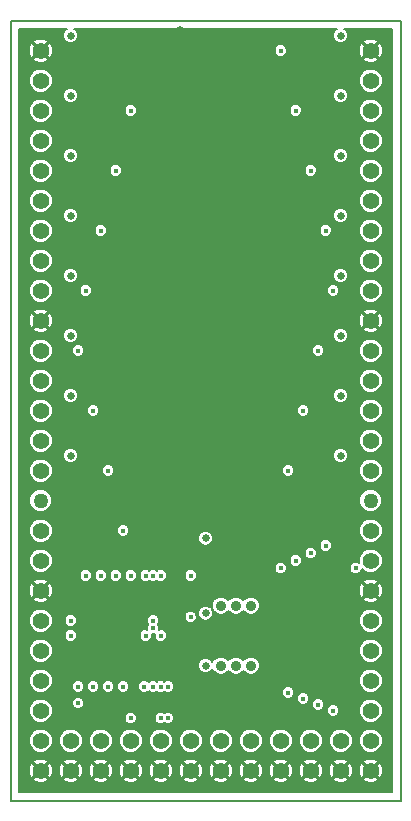
<source format=gbr>
%TF.GenerationSoftware,KiCad,Pcbnew,4.0.2-stable*%
%TF.CreationDate,2021-11-11T11:09:56-08:00*%
%TF.ProjectId,pwm,70776D2E6B696361645F706362000000,rev?*%
%TF.FileFunction,Copper,L2,Inr,Plane*%
%FSLAX46Y46*%
G04 Gerber Fmt 4.6, Leading zero omitted, Abs format (unit mm)*
G04 Created by KiCad (PCBNEW 4.0.2-stable) date 11/11/2021 11:09:56 AM*
%MOMM*%
G01*
G04 APERTURE LIST*
%ADD10C,0.100000*%
%ADD11C,0.150000*%
%ADD12C,1.397000*%
%ADD13C,1.270000*%
%ADD14C,0.406400*%
%ADD15C,0.635000*%
%ADD16C,0.889000*%
%ADD17C,0.127000*%
G04 APERTURE END LIST*
D10*
D11*
X153670000Y-71120000D02*
X186690000Y-71120000D01*
X153670000Y-137160000D02*
X186690000Y-137160000D01*
X153670000Y-137160000D02*
X153670000Y-71120000D01*
X186690000Y-71120000D02*
X186690000Y-137160000D01*
D12*
X156210000Y-73660000D03*
X156210000Y-76200000D03*
X156210000Y-78740000D03*
X156210000Y-81280000D03*
X156210000Y-83820000D03*
X156210000Y-86360000D03*
X156210000Y-88900000D03*
X156210000Y-91440000D03*
X156210000Y-93980000D03*
X156210000Y-96520000D03*
X156210000Y-99060000D03*
X156210000Y-101600000D03*
X156210000Y-104140000D03*
X156210000Y-106680000D03*
X156210000Y-109220000D03*
D13*
X156210000Y-111760000D03*
D12*
X156210000Y-114300000D03*
X156210000Y-116840000D03*
X156210000Y-119380000D03*
X156210000Y-121920000D03*
X156210000Y-124460000D03*
X156210000Y-127000000D03*
X156210000Y-129540000D03*
X156210000Y-132080000D03*
X156210000Y-134620000D03*
X184150000Y-73660000D03*
X184150000Y-76200000D03*
X184150000Y-78740000D03*
X184150000Y-81280000D03*
X184150000Y-83820000D03*
X184150000Y-86360000D03*
X184150000Y-88900000D03*
X184150000Y-91440000D03*
X184150000Y-93980000D03*
X184150000Y-96520000D03*
X184150000Y-99060000D03*
X184150000Y-101600000D03*
X184150000Y-104140000D03*
X184150000Y-106680000D03*
X184150000Y-109220000D03*
D13*
X184150000Y-111760000D03*
D12*
X184150000Y-114300000D03*
X184150000Y-116840000D03*
X184150000Y-119380000D03*
X184150000Y-121920000D03*
X184150000Y-124460000D03*
X184150000Y-127000000D03*
X184150000Y-129540000D03*
X184150000Y-132080000D03*
X184150000Y-134620000D03*
X171450000Y-132080000D03*
X181610000Y-132080000D03*
X179070000Y-132080000D03*
X176530000Y-132080000D03*
X173990000Y-132080000D03*
X168910000Y-132080000D03*
X166370000Y-132080000D03*
X163830000Y-132080000D03*
X161290000Y-132080000D03*
X158750000Y-132080000D03*
X168910000Y-134620000D03*
X158750000Y-134620000D03*
X161290000Y-134620000D03*
X163830000Y-134620000D03*
X166370000Y-134620000D03*
X171450000Y-134620000D03*
X173990000Y-134620000D03*
X176530000Y-134620000D03*
X179070000Y-134620000D03*
X181610000Y-134620000D03*
D14*
X166370000Y-127508000D03*
X166370000Y-130175000D03*
D15*
X170180000Y-114935000D03*
X170180000Y-121285000D03*
X170180000Y-125730000D03*
D16*
X172720000Y-125730000D03*
X173990000Y-125730000D03*
X171450000Y-125730000D03*
X172720000Y-120650000D03*
X171450000Y-120650000D03*
X173990000Y-120650000D03*
D15*
X168021000Y-71882000D03*
X167640000Y-94234000D03*
X159639000Y-130175000D03*
X173736000Y-114427000D03*
X179070000Y-127000000D03*
X177800000Y-127000000D03*
X180340000Y-127000000D03*
X179705000Y-130175000D03*
X178435000Y-130175000D03*
X168910000Y-123190000D03*
D14*
X167640000Y-118110000D03*
X164465000Y-118110000D03*
D15*
X174371000Y-130175000D03*
X170307000Y-130175000D03*
X167640000Y-110490000D03*
X167640000Y-105410000D03*
X167640000Y-100330000D03*
X172720000Y-113030000D03*
X172720000Y-107950000D03*
X172720000Y-102870000D03*
X172720000Y-97790000D03*
X167640000Y-95250000D03*
X172720000Y-87630000D03*
X172720000Y-92710000D03*
X167640000Y-90170000D03*
X167640000Y-85090000D03*
X167640000Y-80010000D03*
X172720000Y-82550000D03*
X172720000Y-77470000D03*
X167640000Y-74930000D03*
X181610000Y-102870000D03*
X181610000Y-72390000D03*
X181610000Y-77470000D03*
X181610000Y-82550000D03*
X181610000Y-87630000D03*
X181610000Y-92710000D03*
X181610000Y-97790000D03*
X181610000Y-107950000D03*
X158750000Y-102870000D03*
X158750000Y-97790000D03*
X158750000Y-92710000D03*
X158750000Y-87630000D03*
X158750000Y-82550000D03*
X158750000Y-77470000D03*
X158750000Y-72390000D03*
X158750000Y-107950000D03*
D14*
X163830000Y-130175000D03*
X165735000Y-127508000D03*
X165735000Y-122555000D03*
X166370000Y-123190000D03*
X166370000Y-118110000D03*
X158750000Y-121920000D03*
X165735000Y-121920000D03*
X165735000Y-118110000D03*
X158750000Y-123190000D03*
X165100000Y-123190000D03*
X165100000Y-118110000D03*
X164973000Y-127508000D03*
X159385000Y-128905000D03*
X167005000Y-130175000D03*
X167005000Y-127508000D03*
X163830000Y-78740000D03*
X163830000Y-118110000D03*
X176530000Y-117475000D03*
X176530000Y-73660000D03*
X162560000Y-83820000D03*
X162560000Y-118110000D03*
X177800000Y-116840000D03*
X177800000Y-78740000D03*
X161290000Y-118110000D03*
X161290000Y-88900000D03*
X179070000Y-116205000D03*
X179070000Y-83820000D03*
X160020000Y-118110000D03*
X160020000Y-93980000D03*
X180340000Y-115570000D03*
X180340000Y-88900000D03*
X159385000Y-127508000D03*
X159385000Y-99060000D03*
X180975000Y-93980000D03*
X180975000Y-129540000D03*
X160655000Y-104140000D03*
X160655000Y-127508000D03*
X179705000Y-129032000D03*
X179705000Y-99060000D03*
X161925000Y-109220000D03*
X161925000Y-127508000D03*
X178435000Y-104140000D03*
X178435000Y-128524000D03*
X163195000Y-114300000D03*
X163195000Y-127508000D03*
X177165000Y-109220000D03*
X177165000Y-128016000D03*
X168910000Y-121602500D03*
X168910000Y-118110000D03*
X182880000Y-117475000D03*
D17*
G36*
X158390772Y-71851360D02*
X158211987Y-72029832D01*
X158115111Y-72263137D01*
X158114890Y-72515755D01*
X158211360Y-72749228D01*
X158389832Y-72928013D01*
X158623137Y-73024889D01*
X158875755Y-73025110D01*
X159109228Y-72928640D01*
X159288013Y-72750168D01*
X159384889Y-72516863D01*
X159385110Y-72264245D01*
X159288640Y-72030772D01*
X159110168Y-71851987D01*
X159029522Y-71818500D01*
X181330299Y-71818500D01*
X181250772Y-71851360D01*
X181071987Y-72029832D01*
X180975111Y-72263137D01*
X180974890Y-72515755D01*
X181071360Y-72749228D01*
X181249832Y-72928013D01*
X181483137Y-73024889D01*
X181735755Y-73025110D01*
X181941197Y-72940222D01*
X183520024Y-72940222D01*
X184150000Y-73570197D01*
X184779976Y-72940222D01*
X184706372Y-72786186D01*
X184329627Y-72639787D01*
X183925535Y-72648706D01*
X183593628Y-72786186D01*
X183520024Y-72940222D01*
X181941197Y-72940222D01*
X181969228Y-72928640D01*
X182148013Y-72750168D01*
X182244889Y-72516863D01*
X182245110Y-72264245D01*
X182148640Y-72030772D01*
X181970168Y-71851987D01*
X181889522Y-71818500D01*
X185991500Y-71818500D01*
X185991500Y-136461500D01*
X154368500Y-136461500D01*
X154368500Y-135339778D01*
X155580024Y-135339778D01*
X155653628Y-135493814D01*
X156030373Y-135640213D01*
X156434465Y-135631294D01*
X156766372Y-135493814D01*
X156839976Y-135339778D01*
X158120024Y-135339778D01*
X158193628Y-135493814D01*
X158570373Y-135640213D01*
X158974465Y-135631294D01*
X159306372Y-135493814D01*
X159379976Y-135339778D01*
X160660024Y-135339778D01*
X160733628Y-135493814D01*
X161110373Y-135640213D01*
X161514465Y-135631294D01*
X161846372Y-135493814D01*
X161919976Y-135339778D01*
X163200024Y-135339778D01*
X163273628Y-135493814D01*
X163650373Y-135640213D01*
X164054465Y-135631294D01*
X164386372Y-135493814D01*
X164459976Y-135339778D01*
X165740024Y-135339778D01*
X165813628Y-135493814D01*
X166190373Y-135640213D01*
X166594465Y-135631294D01*
X166926372Y-135493814D01*
X166999976Y-135339778D01*
X168280024Y-135339778D01*
X168353628Y-135493814D01*
X168730373Y-135640213D01*
X169134465Y-135631294D01*
X169466372Y-135493814D01*
X169539976Y-135339778D01*
X170820024Y-135339778D01*
X170893628Y-135493814D01*
X171270373Y-135640213D01*
X171674465Y-135631294D01*
X172006372Y-135493814D01*
X172079976Y-135339778D01*
X173360024Y-135339778D01*
X173433628Y-135493814D01*
X173810373Y-135640213D01*
X174214465Y-135631294D01*
X174546372Y-135493814D01*
X174619976Y-135339778D01*
X175900024Y-135339778D01*
X175973628Y-135493814D01*
X176350373Y-135640213D01*
X176754465Y-135631294D01*
X177086372Y-135493814D01*
X177159976Y-135339778D01*
X178440024Y-135339778D01*
X178513628Y-135493814D01*
X178890373Y-135640213D01*
X179294465Y-135631294D01*
X179626372Y-135493814D01*
X179699976Y-135339778D01*
X180980024Y-135339778D01*
X181053628Y-135493814D01*
X181430373Y-135640213D01*
X181834465Y-135631294D01*
X182166372Y-135493814D01*
X182239976Y-135339778D01*
X183520024Y-135339778D01*
X183593628Y-135493814D01*
X183970373Y-135640213D01*
X184374465Y-135631294D01*
X184706372Y-135493814D01*
X184779976Y-135339778D01*
X184150000Y-134709803D01*
X183520024Y-135339778D01*
X182239976Y-135339778D01*
X181610000Y-134709803D01*
X180980024Y-135339778D01*
X179699976Y-135339778D01*
X179070000Y-134709803D01*
X178440024Y-135339778D01*
X177159976Y-135339778D01*
X176530000Y-134709803D01*
X175900024Y-135339778D01*
X174619976Y-135339778D01*
X173990000Y-134709803D01*
X173360024Y-135339778D01*
X172079976Y-135339778D01*
X171450000Y-134709803D01*
X170820024Y-135339778D01*
X169539976Y-135339778D01*
X168910000Y-134709803D01*
X168280024Y-135339778D01*
X166999976Y-135339778D01*
X166370000Y-134709803D01*
X165740024Y-135339778D01*
X164459976Y-135339778D01*
X163830000Y-134709803D01*
X163200024Y-135339778D01*
X161919976Y-135339778D01*
X161290000Y-134709803D01*
X160660024Y-135339778D01*
X159379976Y-135339778D01*
X158750000Y-134709803D01*
X158120024Y-135339778D01*
X156839976Y-135339778D01*
X156210000Y-134709803D01*
X155580024Y-135339778D01*
X154368500Y-135339778D01*
X154368500Y-134440373D01*
X155189787Y-134440373D01*
X155198706Y-134844465D01*
X155336186Y-135176372D01*
X155490222Y-135249976D01*
X156120197Y-134620000D01*
X156299803Y-134620000D01*
X156929778Y-135249976D01*
X157083814Y-135176372D01*
X157230213Y-134799627D01*
X157222284Y-134440373D01*
X157729787Y-134440373D01*
X157738706Y-134844465D01*
X157876186Y-135176372D01*
X158030222Y-135249976D01*
X158660197Y-134620000D01*
X158839803Y-134620000D01*
X159469778Y-135249976D01*
X159623814Y-135176372D01*
X159770213Y-134799627D01*
X159762284Y-134440373D01*
X160269787Y-134440373D01*
X160278706Y-134844465D01*
X160416186Y-135176372D01*
X160570222Y-135249976D01*
X161200197Y-134620000D01*
X161379803Y-134620000D01*
X162009778Y-135249976D01*
X162163814Y-135176372D01*
X162310213Y-134799627D01*
X162302284Y-134440373D01*
X162809787Y-134440373D01*
X162818706Y-134844465D01*
X162956186Y-135176372D01*
X163110222Y-135249976D01*
X163740197Y-134620000D01*
X163919803Y-134620000D01*
X164549778Y-135249976D01*
X164703814Y-135176372D01*
X164850213Y-134799627D01*
X164842284Y-134440373D01*
X165349787Y-134440373D01*
X165358706Y-134844465D01*
X165496186Y-135176372D01*
X165650222Y-135249976D01*
X166280197Y-134620000D01*
X166459803Y-134620000D01*
X167089778Y-135249976D01*
X167243814Y-135176372D01*
X167390213Y-134799627D01*
X167382284Y-134440373D01*
X167889787Y-134440373D01*
X167898706Y-134844465D01*
X168036186Y-135176372D01*
X168190222Y-135249976D01*
X168820197Y-134620000D01*
X168999803Y-134620000D01*
X169629778Y-135249976D01*
X169783814Y-135176372D01*
X169930213Y-134799627D01*
X169922284Y-134440373D01*
X170429787Y-134440373D01*
X170438706Y-134844465D01*
X170576186Y-135176372D01*
X170730222Y-135249976D01*
X171360197Y-134620000D01*
X171539803Y-134620000D01*
X172169778Y-135249976D01*
X172323814Y-135176372D01*
X172470213Y-134799627D01*
X172462284Y-134440373D01*
X172969787Y-134440373D01*
X172978706Y-134844465D01*
X173116186Y-135176372D01*
X173270222Y-135249976D01*
X173900197Y-134620000D01*
X174079803Y-134620000D01*
X174709778Y-135249976D01*
X174863814Y-135176372D01*
X175010213Y-134799627D01*
X175002284Y-134440373D01*
X175509787Y-134440373D01*
X175518706Y-134844465D01*
X175656186Y-135176372D01*
X175810222Y-135249976D01*
X176440197Y-134620000D01*
X176619803Y-134620000D01*
X177249778Y-135249976D01*
X177403814Y-135176372D01*
X177550213Y-134799627D01*
X177542284Y-134440373D01*
X178049787Y-134440373D01*
X178058706Y-134844465D01*
X178196186Y-135176372D01*
X178350222Y-135249976D01*
X178980197Y-134620000D01*
X179159803Y-134620000D01*
X179789778Y-135249976D01*
X179943814Y-135176372D01*
X180090213Y-134799627D01*
X180082284Y-134440373D01*
X180589787Y-134440373D01*
X180598706Y-134844465D01*
X180736186Y-135176372D01*
X180890222Y-135249976D01*
X181520197Y-134620000D01*
X181699803Y-134620000D01*
X182329778Y-135249976D01*
X182483814Y-135176372D01*
X182630213Y-134799627D01*
X182622284Y-134440373D01*
X183129787Y-134440373D01*
X183138706Y-134844465D01*
X183276186Y-135176372D01*
X183430222Y-135249976D01*
X184060197Y-134620000D01*
X184239803Y-134620000D01*
X184869778Y-135249976D01*
X185023814Y-135176372D01*
X185170213Y-134799627D01*
X185161294Y-134395535D01*
X185023814Y-134063628D01*
X184869778Y-133990024D01*
X184239803Y-134620000D01*
X184060197Y-134620000D01*
X183430222Y-133990024D01*
X183276186Y-134063628D01*
X183129787Y-134440373D01*
X182622284Y-134440373D01*
X182621294Y-134395535D01*
X182483814Y-134063628D01*
X182329778Y-133990024D01*
X181699803Y-134620000D01*
X181520197Y-134620000D01*
X180890222Y-133990024D01*
X180736186Y-134063628D01*
X180589787Y-134440373D01*
X180082284Y-134440373D01*
X180081294Y-134395535D01*
X179943814Y-134063628D01*
X179789778Y-133990024D01*
X179159803Y-134620000D01*
X178980197Y-134620000D01*
X178350222Y-133990024D01*
X178196186Y-134063628D01*
X178049787Y-134440373D01*
X177542284Y-134440373D01*
X177541294Y-134395535D01*
X177403814Y-134063628D01*
X177249778Y-133990024D01*
X176619803Y-134620000D01*
X176440197Y-134620000D01*
X175810222Y-133990024D01*
X175656186Y-134063628D01*
X175509787Y-134440373D01*
X175002284Y-134440373D01*
X175001294Y-134395535D01*
X174863814Y-134063628D01*
X174709778Y-133990024D01*
X174079803Y-134620000D01*
X173900197Y-134620000D01*
X173270222Y-133990024D01*
X173116186Y-134063628D01*
X172969787Y-134440373D01*
X172462284Y-134440373D01*
X172461294Y-134395535D01*
X172323814Y-134063628D01*
X172169778Y-133990024D01*
X171539803Y-134620000D01*
X171360197Y-134620000D01*
X170730222Y-133990024D01*
X170576186Y-134063628D01*
X170429787Y-134440373D01*
X169922284Y-134440373D01*
X169921294Y-134395535D01*
X169783814Y-134063628D01*
X169629778Y-133990024D01*
X168999803Y-134620000D01*
X168820197Y-134620000D01*
X168190222Y-133990024D01*
X168036186Y-134063628D01*
X167889787Y-134440373D01*
X167382284Y-134440373D01*
X167381294Y-134395535D01*
X167243814Y-134063628D01*
X167089778Y-133990024D01*
X166459803Y-134620000D01*
X166280197Y-134620000D01*
X165650222Y-133990024D01*
X165496186Y-134063628D01*
X165349787Y-134440373D01*
X164842284Y-134440373D01*
X164841294Y-134395535D01*
X164703814Y-134063628D01*
X164549778Y-133990024D01*
X163919803Y-134620000D01*
X163740197Y-134620000D01*
X163110222Y-133990024D01*
X162956186Y-134063628D01*
X162809787Y-134440373D01*
X162302284Y-134440373D01*
X162301294Y-134395535D01*
X162163814Y-134063628D01*
X162009778Y-133990024D01*
X161379803Y-134620000D01*
X161200197Y-134620000D01*
X160570222Y-133990024D01*
X160416186Y-134063628D01*
X160269787Y-134440373D01*
X159762284Y-134440373D01*
X159761294Y-134395535D01*
X159623814Y-134063628D01*
X159469778Y-133990024D01*
X158839803Y-134620000D01*
X158660197Y-134620000D01*
X158030222Y-133990024D01*
X157876186Y-134063628D01*
X157729787Y-134440373D01*
X157222284Y-134440373D01*
X157221294Y-134395535D01*
X157083814Y-134063628D01*
X156929778Y-133990024D01*
X156299803Y-134620000D01*
X156120197Y-134620000D01*
X155490222Y-133990024D01*
X155336186Y-134063628D01*
X155189787Y-134440373D01*
X154368500Y-134440373D01*
X154368500Y-133900222D01*
X155580024Y-133900222D01*
X156210000Y-134530197D01*
X156839976Y-133900222D01*
X158120024Y-133900222D01*
X158750000Y-134530197D01*
X159379976Y-133900222D01*
X160660024Y-133900222D01*
X161290000Y-134530197D01*
X161919976Y-133900222D01*
X163200024Y-133900222D01*
X163830000Y-134530197D01*
X164459976Y-133900222D01*
X165740024Y-133900222D01*
X166370000Y-134530197D01*
X166999976Y-133900222D01*
X168280024Y-133900222D01*
X168910000Y-134530197D01*
X169539976Y-133900222D01*
X170820024Y-133900222D01*
X171450000Y-134530197D01*
X172079976Y-133900222D01*
X173360024Y-133900222D01*
X173990000Y-134530197D01*
X174619976Y-133900222D01*
X175900024Y-133900222D01*
X176530000Y-134530197D01*
X177159976Y-133900222D01*
X178440024Y-133900222D01*
X179070000Y-134530197D01*
X179699976Y-133900222D01*
X180980024Y-133900222D01*
X181610000Y-134530197D01*
X182239976Y-133900222D01*
X183520024Y-133900222D01*
X184150000Y-134530197D01*
X184779976Y-133900222D01*
X184706372Y-133746186D01*
X184329627Y-133599787D01*
X183925535Y-133608706D01*
X183593628Y-133746186D01*
X183520024Y-133900222D01*
X182239976Y-133900222D01*
X182166372Y-133746186D01*
X181789627Y-133599787D01*
X181385535Y-133608706D01*
X181053628Y-133746186D01*
X180980024Y-133900222D01*
X179699976Y-133900222D01*
X179626372Y-133746186D01*
X179249627Y-133599787D01*
X178845535Y-133608706D01*
X178513628Y-133746186D01*
X178440024Y-133900222D01*
X177159976Y-133900222D01*
X177086372Y-133746186D01*
X176709627Y-133599787D01*
X176305535Y-133608706D01*
X175973628Y-133746186D01*
X175900024Y-133900222D01*
X174619976Y-133900222D01*
X174546372Y-133746186D01*
X174169627Y-133599787D01*
X173765535Y-133608706D01*
X173433628Y-133746186D01*
X173360024Y-133900222D01*
X172079976Y-133900222D01*
X172006372Y-133746186D01*
X171629627Y-133599787D01*
X171225535Y-133608706D01*
X170893628Y-133746186D01*
X170820024Y-133900222D01*
X169539976Y-133900222D01*
X169466372Y-133746186D01*
X169089627Y-133599787D01*
X168685535Y-133608706D01*
X168353628Y-133746186D01*
X168280024Y-133900222D01*
X166999976Y-133900222D01*
X166926372Y-133746186D01*
X166549627Y-133599787D01*
X166145535Y-133608706D01*
X165813628Y-133746186D01*
X165740024Y-133900222D01*
X164459976Y-133900222D01*
X164386372Y-133746186D01*
X164009627Y-133599787D01*
X163605535Y-133608706D01*
X163273628Y-133746186D01*
X163200024Y-133900222D01*
X161919976Y-133900222D01*
X161846372Y-133746186D01*
X161469627Y-133599787D01*
X161065535Y-133608706D01*
X160733628Y-133746186D01*
X160660024Y-133900222D01*
X159379976Y-133900222D01*
X159306372Y-133746186D01*
X158929627Y-133599787D01*
X158525535Y-133608706D01*
X158193628Y-133746186D01*
X158120024Y-133900222D01*
X156839976Y-133900222D01*
X156766372Y-133746186D01*
X156389627Y-133599787D01*
X155985535Y-133608706D01*
X155653628Y-133746186D01*
X155580024Y-133900222D01*
X154368500Y-133900222D01*
X154368500Y-132281208D01*
X155193824Y-132281208D01*
X155348175Y-132654766D01*
X155633731Y-132940821D01*
X156007018Y-133095824D01*
X156411208Y-133096176D01*
X156784766Y-132941825D01*
X157070821Y-132656269D01*
X157225824Y-132282982D01*
X157225825Y-132281208D01*
X157733824Y-132281208D01*
X157888175Y-132654766D01*
X158173731Y-132940821D01*
X158547018Y-133095824D01*
X158951208Y-133096176D01*
X159324766Y-132941825D01*
X159610821Y-132656269D01*
X159765824Y-132282982D01*
X159765825Y-132281208D01*
X160273824Y-132281208D01*
X160428175Y-132654766D01*
X160713731Y-132940821D01*
X161087018Y-133095824D01*
X161491208Y-133096176D01*
X161864766Y-132941825D01*
X162150821Y-132656269D01*
X162305824Y-132282982D01*
X162305825Y-132281208D01*
X162813824Y-132281208D01*
X162968175Y-132654766D01*
X163253731Y-132940821D01*
X163627018Y-133095824D01*
X164031208Y-133096176D01*
X164404766Y-132941825D01*
X164690821Y-132656269D01*
X164845824Y-132282982D01*
X164845825Y-132281208D01*
X165353824Y-132281208D01*
X165508175Y-132654766D01*
X165793731Y-132940821D01*
X166167018Y-133095824D01*
X166571208Y-133096176D01*
X166944766Y-132941825D01*
X167230821Y-132656269D01*
X167385824Y-132282982D01*
X167385825Y-132281208D01*
X167893824Y-132281208D01*
X168048175Y-132654766D01*
X168333731Y-132940821D01*
X168707018Y-133095824D01*
X169111208Y-133096176D01*
X169484766Y-132941825D01*
X169770821Y-132656269D01*
X169925824Y-132282982D01*
X169925825Y-132281208D01*
X170433824Y-132281208D01*
X170588175Y-132654766D01*
X170873731Y-132940821D01*
X171247018Y-133095824D01*
X171651208Y-133096176D01*
X172024766Y-132941825D01*
X172310821Y-132656269D01*
X172465824Y-132282982D01*
X172465825Y-132281208D01*
X172973824Y-132281208D01*
X173128175Y-132654766D01*
X173413731Y-132940821D01*
X173787018Y-133095824D01*
X174191208Y-133096176D01*
X174564766Y-132941825D01*
X174850821Y-132656269D01*
X175005824Y-132282982D01*
X175005825Y-132281208D01*
X175513824Y-132281208D01*
X175668175Y-132654766D01*
X175953731Y-132940821D01*
X176327018Y-133095824D01*
X176731208Y-133096176D01*
X177104766Y-132941825D01*
X177390821Y-132656269D01*
X177545824Y-132282982D01*
X177545825Y-132281208D01*
X178053824Y-132281208D01*
X178208175Y-132654766D01*
X178493731Y-132940821D01*
X178867018Y-133095824D01*
X179271208Y-133096176D01*
X179644766Y-132941825D01*
X179930821Y-132656269D01*
X180085824Y-132282982D01*
X180085825Y-132281208D01*
X180593824Y-132281208D01*
X180748175Y-132654766D01*
X181033731Y-132940821D01*
X181407018Y-133095824D01*
X181811208Y-133096176D01*
X182184766Y-132941825D01*
X182470821Y-132656269D01*
X182625824Y-132282982D01*
X182625825Y-132281208D01*
X183133824Y-132281208D01*
X183288175Y-132654766D01*
X183573731Y-132940821D01*
X183947018Y-133095824D01*
X184351208Y-133096176D01*
X184724766Y-132941825D01*
X185010821Y-132656269D01*
X185165824Y-132282982D01*
X185166176Y-131878792D01*
X185011825Y-131505234D01*
X184726269Y-131219179D01*
X184352982Y-131064176D01*
X183948792Y-131063824D01*
X183575234Y-131218175D01*
X183289179Y-131503731D01*
X183134176Y-131877018D01*
X183133824Y-132281208D01*
X182625825Y-132281208D01*
X182626176Y-131878792D01*
X182471825Y-131505234D01*
X182186269Y-131219179D01*
X181812982Y-131064176D01*
X181408792Y-131063824D01*
X181035234Y-131218175D01*
X180749179Y-131503731D01*
X180594176Y-131877018D01*
X180593824Y-132281208D01*
X180085825Y-132281208D01*
X180086176Y-131878792D01*
X179931825Y-131505234D01*
X179646269Y-131219179D01*
X179272982Y-131064176D01*
X178868792Y-131063824D01*
X178495234Y-131218175D01*
X178209179Y-131503731D01*
X178054176Y-131877018D01*
X178053824Y-132281208D01*
X177545825Y-132281208D01*
X177546176Y-131878792D01*
X177391825Y-131505234D01*
X177106269Y-131219179D01*
X176732982Y-131064176D01*
X176328792Y-131063824D01*
X175955234Y-131218175D01*
X175669179Y-131503731D01*
X175514176Y-131877018D01*
X175513824Y-132281208D01*
X175005825Y-132281208D01*
X175006176Y-131878792D01*
X174851825Y-131505234D01*
X174566269Y-131219179D01*
X174192982Y-131064176D01*
X173788792Y-131063824D01*
X173415234Y-131218175D01*
X173129179Y-131503731D01*
X172974176Y-131877018D01*
X172973824Y-132281208D01*
X172465825Y-132281208D01*
X172466176Y-131878792D01*
X172311825Y-131505234D01*
X172026269Y-131219179D01*
X171652982Y-131064176D01*
X171248792Y-131063824D01*
X170875234Y-131218175D01*
X170589179Y-131503731D01*
X170434176Y-131877018D01*
X170433824Y-132281208D01*
X169925825Y-132281208D01*
X169926176Y-131878792D01*
X169771825Y-131505234D01*
X169486269Y-131219179D01*
X169112982Y-131064176D01*
X168708792Y-131063824D01*
X168335234Y-131218175D01*
X168049179Y-131503731D01*
X167894176Y-131877018D01*
X167893824Y-132281208D01*
X167385825Y-132281208D01*
X167386176Y-131878792D01*
X167231825Y-131505234D01*
X166946269Y-131219179D01*
X166572982Y-131064176D01*
X166168792Y-131063824D01*
X165795234Y-131218175D01*
X165509179Y-131503731D01*
X165354176Y-131877018D01*
X165353824Y-132281208D01*
X164845825Y-132281208D01*
X164846176Y-131878792D01*
X164691825Y-131505234D01*
X164406269Y-131219179D01*
X164032982Y-131064176D01*
X163628792Y-131063824D01*
X163255234Y-131218175D01*
X162969179Y-131503731D01*
X162814176Y-131877018D01*
X162813824Y-132281208D01*
X162305825Y-132281208D01*
X162306176Y-131878792D01*
X162151825Y-131505234D01*
X161866269Y-131219179D01*
X161492982Y-131064176D01*
X161088792Y-131063824D01*
X160715234Y-131218175D01*
X160429179Y-131503731D01*
X160274176Y-131877018D01*
X160273824Y-132281208D01*
X159765825Y-132281208D01*
X159766176Y-131878792D01*
X159611825Y-131505234D01*
X159326269Y-131219179D01*
X158952982Y-131064176D01*
X158548792Y-131063824D01*
X158175234Y-131218175D01*
X157889179Y-131503731D01*
X157734176Y-131877018D01*
X157733824Y-132281208D01*
X157225825Y-132281208D01*
X157226176Y-131878792D01*
X157071825Y-131505234D01*
X156786269Y-131219179D01*
X156412982Y-131064176D01*
X156008792Y-131063824D01*
X155635234Y-131218175D01*
X155349179Y-131503731D01*
X155194176Y-131877018D01*
X155193824Y-132281208D01*
X154368500Y-132281208D01*
X154368500Y-129741208D01*
X155193824Y-129741208D01*
X155348175Y-130114766D01*
X155633731Y-130400821D01*
X156007018Y-130555824D01*
X156411208Y-130556176D01*
X156784766Y-130401825D01*
X156908688Y-130278119D01*
X163309210Y-130278119D01*
X163388315Y-130469567D01*
X163534662Y-130616170D01*
X163725972Y-130695609D01*
X163933119Y-130695790D01*
X164124567Y-130616685D01*
X164271170Y-130470338D01*
X164350609Y-130279028D01*
X164350609Y-130278119D01*
X165849210Y-130278119D01*
X165928315Y-130469567D01*
X166074662Y-130616170D01*
X166265972Y-130695609D01*
X166473119Y-130695790D01*
X166664567Y-130616685D01*
X166687411Y-130593880D01*
X166709662Y-130616170D01*
X166900972Y-130695609D01*
X167108119Y-130695790D01*
X167299567Y-130616685D01*
X167446170Y-130470338D01*
X167525609Y-130279028D01*
X167525790Y-130071881D01*
X167446685Y-129880433D01*
X167300338Y-129733830D01*
X167109028Y-129654391D01*
X166901881Y-129654210D01*
X166710433Y-129733315D01*
X166687589Y-129756120D01*
X166665338Y-129733830D01*
X166474028Y-129654391D01*
X166266881Y-129654210D01*
X166075433Y-129733315D01*
X165928830Y-129879662D01*
X165849391Y-130070972D01*
X165849210Y-130278119D01*
X164350609Y-130278119D01*
X164350790Y-130071881D01*
X164271685Y-129880433D01*
X164125338Y-129733830D01*
X163934028Y-129654391D01*
X163726881Y-129654210D01*
X163535433Y-129733315D01*
X163388830Y-129879662D01*
X163309391Y-130070972D01*
X163309210Y-130278119D01*
X156908688Y-130278119D01*
X157070821Y-130116269D01*
X157225824Y-129742982D01*
X157225910Y-129643119D01*
X180454210Y-129643119D01*
X180533315Y-129834567D01*
X180679662Y-129981170D01*
X180870972Y-130060609D01*
X181078119Y-130060790D01*
X181269567Y-129981685D01*
X181416170Y-129835338D01*
X181455256Y-129741208D01*
X183133824Y-129741208D01*
X183288175Y-130114766D01*
X183573731Y-130400821D01*
X183947018Y-130555824D01*
X184351208Y-130556176D01*
X184724766Y-130401825D01*
X185010821Y-130116269D01*
X185165824Y-129742982D01*
X185166176Y-129338792D01*
X185011825Y-128965234D01*
X184726269Y-128679179D01*
X184352982Y-128524176D01*
X183948792Y-128523824D01*
X183575234Y-128678175D01*
X183289179Y-128963731D01*
X183134176Y-129337018D01*
X183133824Y-129741208D01*
X181455256Y-129741208D01*
X181495609Y-129644028D01*
X181495790Y-129436881D01*
X181416685Y-129245433D01*
X181270338Y-129098830D01*
X181079028Y-129019391D01*
X180871881Y-129019210D01*
X180680433Y-129098315D01*
X180533830Y-129244662D01*
X180454391Y-129435972D01*
X180454210Y-129643119D01*
X157225910Y-129643119D01*
X157226176Y-129338792D01*
X157089545Y-129008119D01*
X158864210Y-129008119D01*
X158943315Y-129199567D01*
X159089662Y-129346170D01*
X159280972Y-129425609D01*
X159488119Y-129425790D01*
X159679567Y-129346685D01*
X159826170Y-129200338D01*
X159853251Y-129135119D01*
X179184210Y-129135119D01*
X179263315Y-129326567D01*
X179409662Y-129473170D01*
X179600972Y-129552609D01*
X179808119Y-129552790D01*
X179999567Y-129473685D01*
X180146170Y-129327338D01*
X180225609Y-129136028D01*
X180225790Y-128928881D01*
X180146685Y-128737433D01*
X180000338Y-128590830D01*
X179809028Y-128511391D01*
X179601881Y-128511210D01*
X179410433Y-128590315D01*
X179263830Y-128736662D01*
X179184391Y-128927972D01*
X179184210Y-129135119D01*
X159853251Y-129135119D01*
X159905609Y-129009028D01*
X159905790Y-128801881D01*
X159833580Y-128627119D01*
X177914210Y-128627119D01*
X177993315Y-128818567D01*
X178139662Y-128965170D01*
X178330972Y-129044609D01*
X178538119Y-129044790D01*
X178729567Y-128965685D01*
X178876170Y-128819338D01*
X178955609Y-128628028D01*
X178955790Y-128420881D01*
X178876685Y-128229433D01*
X178730338Y-128082830D01*
X178539028Y-128003391D01*
X178331881Y-128003210D01*
X178140433Y-128082315D01*
X177993830Y-128228662D01*
X177914391Y-128419972D01*
X177914210Y-128627119D01*
X159833580Y-128627119D01*
X159826685Y-128610433D01*
X159680338Y-128463830D01*
X159489028Y-128384391D01*
X159281881Y-128384210D01*
X159090433Y-128463315D01*
X158943830Y-128609662D01*
X158864391Y-128800972D01*
X158864210Y-129008119D01*
X157089545Y-129008119D01*
X157071825Y-128965234D01*
X156786269Y-128679179D01*
X156412982Y-128524176D01*
X156008792Y-128523824D01*
X155635234Y-128678175D01*
X155349179Y-128963731D01*
X155194176Y-129337018D01*
X155193824Y-129741208D01*
X154368500Y-129741208D01*
X154368500Y-128119119D01*
X176644210Y-128119119D01*
X176723315Y-128310567D01*
X176869662Y-128457170D01*
X177060972Y-128536609D01*
X177268119Y-128536790D01*
X177459567Y-128457685D01*
X177606170Y-128311338D01*
X177685609Y-128120028D01*
X177685790Y-127912881D01*
X177606685Y-127721433D01*
X177460338Y-127574830D01*
X177269028Y-127495391D01*
X177061881Y-127495210D01*
X176870433Y-127574315D01*
X176723830Y-127720662D01*
X176644391Y-127911972D01*
X176644210Y-128119119D01*
X154368500Y-128119119D01*
X154368500Y-127201208D01*
X155193824Y-127201208D01*
X155348175Y-127574766D01*
X155633731Y-127860821D01*
X156007018Y-128015824D01*
X156411208Y-128016176D01*
X156784766Y-127861825D01*
X157035910Y-127611119D01*
X158864210Y-127611119D01*
X158943315Y-127802567D01*
X159089662Y-127949170D01*
X159280972Y-128028609D01*
X159488119Y-128028790D01*
X159679567Y-127949685D01*
X159826170Y-127803338D01*
X159905609Y-127612028D01*
X159905609Y-127611119D01*
X160134210Y-127611119D01*
X160213315Y-127802567D01*
X160359662Y-127949170D01*
X160550972Y-128028609D01*
X160758119Y-128028790D01*
X160949567Y-127949685D01*
X161096170Y-127803338D01*
X161175609Y-127612028D01*
X161175609Y-127611119D01*
X161404210Y-127611119D01*
X161483315Y-127802567D01*
X161629662Y-127949170D01*
X161820972Y-128028609D01*
X162028119Y-128028790D01*
X162219567Y-127949685D01*
X162366170Y-127803338D01*
X162445609Y-127612028D01*
X162445609Y-127611119D01*
X162674210Y-127611119D01*
X162753315Y-127802567D01*
X162899662Y-127949170D01*
X163090972Y-128028609D01*
X163298119Y-128028790D01*
X163489567Y-127949685D01*
X163636170Y-127803338D01*
X163715609Y-127612028D01*
X163715609Y-127611119D01*
X164452210Y-127611119D01*
X164531315Y-127802567D01*
X164677662Y-127949170D01*
X164868972Y-128028609D01*
X165076119Y-128028790D01*
X165267567Y-127949685D01*
X165354022Y-127863381D01*
X165439662Y-127949170D01*
X165630972Y-128028609D01*
X165838119Y-128028790D01*
X166029567Y-127949685D01*
X166052411Y-127926880D01*
X166074662Y-127949170D01*
X166265972Y-128028609D01*
X166473119Y-128028790D01*
X166664567Y-127949685D01*
X166687411Y-127926880D01*
X166709662Y-127949170D01*
X166900972Y-128028609D01*
X167108119Y-128028790D01*
X167299567Y-127949685D01*
X167446170Y-127803338D01*
X167525609Y-127612028D01*
X167525790Y-127404881D01*
X167446685Y-127213433D01*
X167434482Y-127201208D01*
X183133824Y-127201208D01*
X183288175Y-127574766D01*
X183573731Y-127860821D01*
X183947018Y-128015824D01*
X184351208Y-128016176D01*
X184724766Y-127861825D01*
X185010821Y-127576269D01*
X185165824Y-127202982D01*
X185166176Y-126798792D01*
X185011825Y-126425234D01*
X184726269Y-126139179D01*
X184352982Y-125984176D01*
X183948792Y-125983824D01*
X183575234Y-126138175D01*
X183289179Y-126423731D01*
X183134176Y-126797018D01*
X183133824Y-127201208D01*
X167434482Y-127201208D01*
X167300338Y-127066830D01*
X167109028Y-126987391D01*
X166901881Y-126987210D01*
X166710433Y-127066315D01*
X166687589Y-127089120D01*
X166665338Y-127066830D01*
X166474028Y-126987391D01*
X166266881Y-126987210D01*
X166075433Y-127066315D01*
X166052589Y-127089120D01*
X166030338Y-127066830D01*
X165839028Y-126987391D01*
X165631881Y-126987210D01*
X165440433Y-127066315D01*
X165353978Y-127152619D01*
X165268338Y-127066830D01*
X165077028Y-126987391D01*
X164869881Y-126987210D01*
X164678433Y-127066315D01*
X164531830Y-127212662D01*
X164452391Y-127403972D01*
X164452210Y-127611119D01*
X163715609Y-127611119D01*
X163715790Y-127404881D01*
X163636685Y-127213433D01*
X163490338Y-127066830D01*
X163299028Y-126987391D01*
X163091881Y-126987210D01*
X162900433Y-127066315D01*
X162753830Y-127212662D01*
X162674391Y-127403972D01*
X162674210Y-127611119D01*
X162445609Y-127611119D01*
X162445790Y-127404881D01*
X162366685Y-127213433D01*
X162220338Y-127066830D01*
X162029028Y-126987391D01*
X161821881Y-126987210D01*
X161630433Y-127066315D01*
X161483830Y-127212662D01*
X161404391Y-127403972D01*
X161404210Y-127611119D01*
X161175609Y-127611119D01*
X161175790Y-127404881D01*
X161096685Y-127213433D01*
X160950338Y-127066830D01*
X160759028Y-126987391D01*
X160551881Y-126987210D01*
X160360433Y-127066315D01*
X160213830Y-127212662D01*
X160134391Y-127403972D01*
X160134210Y-127611119D01*
X159905609Y-127611119D01*
X159905790Y-127404881D01*
X159826685Y-127213433D01*
X159680338Y-127066830D01*
X159489028Y-126987391D01*
X159281881Y-126987210D01*
X159090433Y-127066315D01*
X158943830Y-127212662D01*
X158864391Y-127403972D01*
X158864210Y-127611119D01*
X157035910Y-127611119D01*
X157070821Y-127576269D01*
X157225824Y-127202982D01*
X157226176Y-126798792D01*
X157071825Y-126425234D01*
X156786269Y-126139179D01*
X156412982Y-125984176D01*
X156008792Y-125983824D01*
X155635234Y-126138175D01*
X155349179Y-126423731D01*
X155194176Y-126797018D01*
X155193824Y-127201208D01*
X154368500Y-127201208D01*
X154368500Y-125855755D01*
X169544890Y-125855755D01*
X169641360Y-126089228D01*
X169819832Y-126268013D01*
X170053137Y-126364889D01*
X170305755Y-126365110D01*
X170539228Y-126268640D01*
X170718013Y-126090168D01*
X170746243Y-126022183D01*
X170803632Y-126161074D01*
X171017798Y-126375615D01*
X171297764Y-126491867D01*
X171600906Y-126492132D01*
X171881074Y-126376368D01*
X172085168Y-126172630D01*
X172287798Y-126375615D01*
X172567764Y-126491867D01*
X172870906Y-126492132D01*
X173151074Y-126376368D01*
X173355168Y-126172630D01*
X173557798Y-126375615D01*
X173837764Y-126491867D01*
X174140906Y-126492132D01*
X174421074Y-126376368D01*
X174635615Y-126162202D01*
X174751867Y-125882236D01*
X174752132Y-125579094D01*
X174636368Y-125298926D01*
X174422202Y-125084385D01*
X174142236Y-124968133D01*
X173839094Y-124967868D01*
X173558926Y-125083632D01*
X173354832Y-125287370D01*
X173152202Y-125084385D01*
X172872236Y-124968133D01*
X172569094Y-124967868D01*
X172288926Y-125083632D01*
X172084832Y-125287370D01*
X171882202Y-125084385D01*
X171602236Y-124968133D01*
X171299094Y-124967868D01*
X171018926Y-125083632D01*
X170804385Y-125297798D01*
X170746293Y-125437698D01*
X170718640Y-125370772D01*
X170540168Y-125191987D01*
X170306863Y-125095111D01*
X170054245Y-125094890D01*
X169820772Y-125191360D01*
X169641987Y-125369832D01*
X169545111Y-125603137D01*
X169544890Y-125855755D01*
X154368500Y-125855755D01*
X154368500Y-124661208D01*
X155193824Y-124661208D01*
X155348175Y-125034766D01*
X155633731Y-125320821D01*
X156007018Y-125475824D01*
X156411208Y-125476176D01*
X156784766Y-125321825D01*
X157070821Y-125036269D01*
X157225824Y-124662982D01*
X157225825Y-124661208D01*
X183133824Y-124661208D01*
X183288175Y-125034766D01*
X183573731Y-125320821D01*
X183947018Y-125475824D01*
X184351208Y-125476176D01*
X184724766Y-125321825D01*
X185010821Y-125036269D01*
X185165824Y-124662982D01*
X185166176Y-124258792D01*
X185011825Y-123885234D01*
X184726269Y-123599179D01*
X184352982Y-123444176D01*
X183948792Y-123443824D01*
X183575234Y-123598175D01*
X183289179Y-123883731D01*
X183134176Y-124257018D01*
X183133824Y-124661208D01*
X157225825Y-124661208D01*
X157226176Y-124258792D01*
X157071825Y-123885234D01*
X156786269Y-123599179D01*
X156412982Y-123444176D01*
X156008792Y-123443824D01*
X155635234Y-123598175D01*
X155349179Y-123883731D01*
X155194176Y-124257018D01*
X155193824Y-124661208D01*
X154368500Y-124661208D01*
X154368500Y-123293119D01*
X158229210Y-123293119D01*
X158308315Y-123484567D01*
X158454662Y-123631170D01*
X158645972Y-123710609D01*
X158853119Y-123710790D01*
X159044567Y-123631685D01*
X159191170Y-123485338D01*
X159270609Y-123294028D01*
X159270609Y-123293119D01*
X164579210Y-123293119D01*
X164658315Y-123484567D01*
X164804662Y-123631170D01*
X164995972Y-123710609D01*
X165203119Y-123710790D01*
X165394567Y-123631685D01*
X165541170Y-123485338D01*
X165620609Y-123294028D01*
X165620790Y-123086881D01*
X165613059Y-123068171D01*
X165630972Y-123075609D01*
X165838119Y-123075790D01*
X165856829Y-123068059D01*
X165849391Y-123085972D01*
X165849210Y-123293119D01*
X165928315Y-123484567D01*
X166074662Y-123631170D01*
X166265972Y-123710609D01*
X166473119Y-123710790D01*
X166664567Y-123631685D01*
X166811170Y-123485338D01*
X166890609Y-123294028D01*
X166890790Y-123086881D01*
X166811685Y-122895433D01*
X166665338Y-122748830D01*
X166474028Y-122669391D01*
X166266881Y-122669210D01*
X166248171Y-122676941D01*
X166255609Y-122659028D01*
X166255790Y-122451881D01*
X166176685Y-122260433D01*
X166153880Y-122237589D01*
X166176170Y-122215338D01*
X166255609Y-122024028D01*
X166255790Y-121816881D01*
X166209818Y-121705619D01*
X168389210Y-121705619D01*
X168468315Y-121897067D01*
X168614662Y-122043670D01*
X168805972Y-122123109D01*
X169013119Y-122123290D01*
X169018157Y-122121208D01*
X183133824Y-122121208D01*
X183288175Y-122494766D01*
X183573731Y-122780821D01*
X183947018Y-122935824D01*
X184351208Y-122936176D01*
X184724766Y-122781825D01*
X185010821Y-122496269D01*
X185165824Y-122122982D01*
X185166176Y-121718792D01*
X185011825Y-121345234D01*
X184726269Y-121059179D01*
X184352982Y-120904176D01*
X183948792Y-120903824D01*
X183575234Y-121058175D01*
X183289179Y-121343731D01*
X183134176Y-121717018D01*
X183133824Y-122121208D01*
X169018157Y-122121208D01*
X169204567Y-122044185D01*
X169351170Y-121897838D01*
X169430609Y-121706528D01*
X169430790Y-121499381D01*
X169394171Y-121410755D01*
X169544890Y-121410755D01*
X169641360Y-121644228D01*
X169819832Y-121823013D01*
X170053137Y-121919889D01*
X170305755Y-121920110D01*
X170539228Y-121823640D01*
X170718013Y-121645168D01*
X170814889Y-121411863D01*
X170815110Y-121159245D01*
X170718640Y-120925772D01*
X170593993Y-120800906D01*
X170687868Y-120800906D01*
X170803632Y-121081074D01*
X171017798Y-121295615D01*
X171297764Y-121411867D01*
X171600906Y-121412132D01*
X171881074Y-121296368D01*
X172085168Y-121092630D01*
X172287798Y-121295615D01*
X172567764Y-121411867D01*
X172870906Y-121412132D01*
X173151074Y-121296368D01*
X173355168Y-121092630D01*
X173557798Y-121295615D01*
X173837764Y-121411867D01*
X174140906Y-121412132D01*
X174421074Y-121296368D01*
X174635615Y-121082202D01*
X174751867Y-120802236D01*
X174752132Y-120499094D01*
X174636368Y-120218926D01*
X174517429Y-120099778D01*
X183520024Y-120099778D01*
X183593628Y-120253814D01*
X183970373Y-120400213D01*
X184374465Y-120391294D01*
X184706372Y-120253814D01*
X184779976Y-120099778D01*
X184150000Y-119469803D01*
X183520024Y-120099778D01*
X174517429Y-120099778D01*
X174422202Y-120004385D01*
X174142236Y-119888133D01*
X173839094Y-119887868D01*
X173558926Y-120003632D01*
X173354832Y-120207370D01*
X173152202Y-120004385D01*
X172872236Y-119888133D01*
X172569094Y-119887868D01*
X172288926Y-120003632D01*
X172084832Y-120207370D01*
X171882202Y-120004385D01*
X171602236Y-119888133D01*
X171299094Y-119887868D01*
X171018926Y-120003632D01*
X170804385Y-120217798D01*
X170688133Y-120497764D01*
X170687868Y-120800906D01*
X170593993Y-120800906D01*
X170540168Y-120746987D01*
X170306863Y-120650111D01*
X170054245Y-120649890D01*
X169820772Y-120746360D01*
X169641987Y-120924832D01*
X169545111Y-121158137D01*
X169544890Y-121410755D01*
X169394171Y-121410755D01*
X169351685Y-121307933D01*
X169205338Y-121161330D01*
X169014028Y-121081891D01*
X168806881Y-121081710D01*
X168615433Y-121160815D01*
X168468830Y-121307162D01*
X168389391Y-121498472D01*
X168389210Y-121705619D01*
X166209818Y-121705619D01*
X166176685Y-121625433D01*
X166030338Y-121478830D01*
X165839028Y-121399391D01*
X165631881Y-121399210D01*
X165440433Y-121478315D01*
X165293830Y-121624662D01*
X165214391Y-121815972D01*
X165214210Y-122023119D01*
X165293315Y-122214567D01*
X165316120Y-122237411D01*
X165293830Y-122259662D01*
X165214391Y-122450972D01*
X165214210Y-122658119D01*
X165221941Y-122676829D01*
X165204028Y-122669391D01*
X164996881Y-122669210D01*
X164805433Y-122748315D01*
X164658830Y-122894662D01*
X164579391Y-123085972D01*
X164579210Y-123293119D01*
X159270609Y-123293119D01*
X159270790Y-123086881D01*
X159191685Y-122895433D01*
X159045338Y-122748830D01*
X158854028Y-122669391D01*
X158646881Y-122669210D01*
X158455433Y-122748315D01*
X158308830Y-122894662D01*
X158229391Y-123085972D01*
X158229210Y-123293119D01*
X154368500Y-123293119D01*
X154368500Y-122121208D01*
X155193824Y-122121208D01*
X155348175Y-122494766D01*
X155633731Y-122780821D01*
X156007018Y-122935824D01*
X156411208Y-122936176D01*
X156784766Y-122781825D01*
X157070821Y-122496269D01*
X157225824Y-122122982D01*
X157225910Y-122023119D01*
X158229210Y-122023119D01*
X158308315Y-122214567D01*
X158454662Y-122361170D01*
X158645972Y-122440609D01*
X158853119Y-122440790D01*
X159044567Y-122361685D01*
X159191170Y-122215338D01*
X159270609Y-122024028D01*
X159270790Y-121816881D01*
X159191685Y-121625433D01*
X159045338Y-121478830D01*
X158854028Y-121399391D01*
X158646881Y-121399210D01*
X158455433Y-121478315D01*
X158308830Y-121624662D01*
X158229391Y-121815972D01*
X158229210Y-122023119D01*
X157225910Y-122023119D01*
X157226176Y-121718792D01*
X157071825Y-121345234D01*
X156786269Y-121059179D01*
X156412982Y-120904176D01*
X156008792Y-120903824D01*
X155635234Y-121058175D01*
X155349179Y-121343731D01*
X155194176Y-121717018D01*
X155193824Y-122121208D01*
X154368500Y-122121208D01*
X154368500Y-120099778D01*
X155580024Y-120099778D01*
X155653628Y-120253814D01*
X156030373Y-120400213D01*
X156434465Y-120391294D01*
X156766372Y-120253814D01*
X156839976Y-120099778D01*
X156210000Y-119469803D01*
X155580024Y-120099778D01*
X154368500Y-120099778D01*
X154368500Y-119200373D01*
X155189787Y-119200373D01*
X155198706Y-119604465D01*
X155336186Y-119936372D01*
X155490222Y-120009976D01*
X156120197Y-119380000D01*
X156299803Y-119380000D01*
X156929778Y-120009976D01*
X157083814Y-119936372D01*
X157230213Y-119559627D01*
X157222284Y-119200373D01*
X183129787Y-119200373D01*
X183138706Y-119604465D01*
X183276186Y-119936372D01*
X183430222Y-120009976D01*
X184060197Y-119380000D01*
X184239803Y-119380000D01*
X184869778Y-120009976D01*
X185023814Y-119936372D01*
X185170213Y-119559627D01*
X185161294Y-119155535D01*
X185023814Y-118823628D01*
X184869778Y-118750024D01*
X184239803Y-119380000D01*
X184060197Y-119380000D01*
X183430222Y-118750024D01*
X183276186Y-118823628D01*
X183129787Y-119200373D01*
X157222284Y-119200373D01*
X157221294Y-119155535D01*
X157083814Y-118823628D01*
X156929778Y-118750024D01*
X156299803Y-119380000D01*
X156120197Y-119380000D01*
X155490222Y-118750024D01*
X155336186Y-118823628D01*
X155189787Y-119200373D01*
X154368500Y-119200373D01*
X154368500Y-118660222D01*
X155580024Y-118660222D01*
X156210000Y-119290197D01*
X156839976Y-118660222D01*
X183520024Y-118660222D01*
X184150000Y-119290197D01*
X184779976Y-118660222D01*
X184706372Y-118506186D01*
X184329627Y-118359787D01*
X183925535Y-118368706D01*
X183593628Y-118506186D01*
X183520024Y-118660222D01*
X156839976Y-118660222D01*
X156766372Y-118506186D01*
X156389627Y-118359787D01*
X155985535Y-118368706D01*
X155653628Y-118506186D01*
X155580024Y-118660222D01*
X154368500Y-118660222D01*
X154368500Y-118213119D01*
X159499210Y-118213119D01*
X159578315Y-118404567D01*
X159724662Y-118551170D01*
X159915972Y-118630609D01*
X160123119Y-118630790D01*
X160314567Y-118551685D01*
X160461170Y-118405338D01*
X160540609Y-118214028D01*
X160540609Y-118213119D01*
X160769210Y-118213119D01*
X160848315Y-118404567D01*
X160994662Y-118551170D01*
X161185972Y-118630609D01*
X161393119Y-118630790D01*
X161584567Y-118551685D01*
X161731170Y-118405338D01*
X161810609Y-118214028D01*
X161810609Y-118213119D01*
X162039210Y-118213119D01*
X162118315Y-118404567D01*
X162264662Y-118551170D01*
X162455972Y-118630609D01*
X162663119Y-118630790D01*
X162854567Y-118551685D01*
X163001170Y-118405338D01*
X163080609Y-118214028D01*
X163080609Y-118213119D01*
X163309210Y-118213119D01*
X163388315Y-118404567D01*
X163534662Y-118551170D01*
X163725972Y-118630609D01*
X163933119Y-118630790D01*
X164124567Y-118551685D01*
X164271170Y-118405338D01*
X164350609Y-118214028D01*
X164350609Y-118213119D01*
X164579210Y-118213119D01*
X164658315Y-118404567D01*
X164804662Y-118551170D01*
X164995972Y-118630609D01*
X165203119Y-118630790D01*
X165394567Y-118551685D01*
X165417411Y-118528880D01*
X165439662Y-118551170D01*
X165630972Y-118630609D01*
X165838119Y-118630790D01*
X166029567Y-118551685D01*
X166052411Y-118528880D01*
X166074662Y-118551170D01*
X166265972Y-118630609D01*
X166473119Y-118630790D01*
X166664567Y-118551685D01*
X166811170Y-118405338D01*
X166890609Y-118214028D01*
X166890609Y-118213119D01*
X168389210Y-118213119D01*
X168468315Y-118404567D01*
X168614662Y-118551170D01*
X168805972Y-118630609D01*
X169013119Y-118630790D01*
X169204567Y-118551685D01*
X169351170Y-118405338D01*
X169430609Y-118214028D01*
X169430790Y-118006881D01*
X169351685Y-117815433D01*
X169205338Y-117668830D01*
X169014028Y-117589391D01*
X168806881Y-117589210D01*
X168615433Y-117668315D01*
X168468830Y-117814662D01*
X168389391Y-118005972D01*
X168389210Y-118213119D01*
X166890609Y-118213119D01*
X166890790Y-118006881D01*
X166811685Y-117815433D01*
X166665338Y-117668830D01*
X166474028Y-117589391D01*
X166266881Y-117589210D01*
X166075433Y-117668315D01*
X166052589Y-117691120D01*
X166030338Y-117668830D01*
X165839028Y-117589391D01*
X165631881Y-117589210D01*
X165440433Y-117668315D01*
X165417589Y-117691120D01*
X165395338Y-117668830D01*
X165204028Y-117589391D01*
X164996881Y-117589210D01*
X164805433Y-117668315D01*
X164658830Y-117814662D01*
X164579391Y-118005972D01*
X164579210Y-118213119D01*
X164350609Y-118213119D01*
X164350790Y-118006881D01*
X164271685Y-117815433D01*
X164125338Y-117668830D01*
X163934028Y-117589391D01*
X163726881Y-117589210D01*
X163535433Y-117668315D01*
X163388830Y-117814662D01*
X163309391Y-118005972D01*
X163309210Y-118213119D01*
X163080609Y-118213119D01*
X163080790Y-118006881D01*
X163001685Y-117815433D01*
X162855338Y-117668830D01*
X162664028Y-117589391D01*
X162456881Y-117589210D01*
X162265433Y-117668315D01*
X162118830Y-117814662D01*
X162039391Y-118005972D01*
X162039210Y-118213119D01*
X161810609Y-118213119D01*
X161810790Y-118006881D01*
X161731685Y-117815433D01*
X161585338Y-117668830D01*
X161394028Y-117589391D01*
X161186881Y-117589210D01*
X160995433Y-117668315D01*
X160848830Y-117814662D01*
X160769391Y-118005972D01*
X160769210Y-118213119D01*
X160540609Y-118213119D01*
X160540790Y-118006881D01*
X160461685Y-117815433D01*
X160315338Y-117668830D01*
X160124028Y-117589391D01*
X159916881Y-117589210D01*
X159725433Y-117668315D01*
X159578830Y-117814662D01*
X159499391Y-118005972D01*
X159499210Y-118213119D01*
X154368500Y-118213119D01*
X154368500Y-117041208D01*
X155193824Y-117041208D01*
X155348175Y-117414766D01*
X155633731Y-117700821D01*
X156007018Y-117855824D01*
X156411208Y-117856176D01*
X156784766Y-117701825D01*
X156908688Y-117578119D01*
X176009210Y-117578119D01*
X176088315Y-117769567D01*
X176234662Y-117916170D01*
X176425972Y-117995609D01*
X176633119Y-117995790D01*
X176824567Y-117916685D01*
X176971170Y-117770338D01*
X177050609Y-117579028D01*
X177050609Y-117578119D01*
X182359210Y-117578119D01*
X182438315Y-117769567D01*
X182584662Y-117916170D01*
X182775972Y-117995609D01*
X182983119Y-117995790D01*
X183174567Y-117916685D01*
X183321170Y-117770338D01*
X183400609Y-117579028D01*
X183400654Y-117527442D01*
X183573731Y-117700821D01*
X183947018Y-117855824D01*
X184351208Y-117856176D01*
X184724766Y-117701825D01*
X185010821Y-117416269D01*
X185165824Y-117042982D01*
X185166176Y-116638792D01*
X185011825Y-116265234D01*
X184726269Y-115979179D01*
X184352982Y-115824176D01*
X183948792Y-115823824D01*
X183575234Y-115978175D01*
X183289179Y-116263731D01*
X183134176Y-116637018D01*
X183133845Y-117016601D01*
X182984028Y-116954391D01*
X182776881Y-116954210D01*
X182585433Y-117033315D01*
X182438830Y-117179662D01*
X182359391Y-117370972D01*
X182359210Y-117578119D01*
X177050609Y-117578119D01*
X177050790Y-117371881D01*
X176971685Y-117180433D01*
X176825338Y-117033830D01*
X176634028Y-116954391D01*
X176426881Y-116954210D01*
X176235433Y-117033315D01*
X176088830Y-117179662D01*
X176009391Y-117370972D01*
X176009210Y-117578119D01*
X156908688Y-117578119D01*
X157070821Y-117416269D01*
X157225824Y-117042982D01*
X157225910Y-116943119D01*
X177279210Y-116943119D01*
X177358315Y-117134567D01*
X177504662Y-117281170D01*
X177695972Y-117360609D01*
X177903119Y-117360790D01*
X178094567Y-117281685D01*
X178241170Y-117135338D01*
X178320609Y-116944028D01*
X178320790Y-116736881D01*
X178241685Y-116545433D01*
X178095338Y-116398830D01*
X177904028Y-116319391D01*
X177696881Y-116319210D01*
X177505433Y-116398315D01*
X177358830Y-116544662D01*
X177279391Y-116735972D01*
X177279210Y-116943119D01*
X157225910Y-116943119D01*
X157226176Y-116638792D01*
X157089545Y-116308119D01*
X178549210Y-116308119D01*
X178628315Y-116499567D01*
X178774662Y-116646170D01*
X178965972Y-116725609D01*
X179173119Y-116725790D01*
X179364567Y-116646685D01*
X179511170Y-116500338D01*
X179590609Y-116309028D01*
X179590790Y-116101881D01*
X179511685Y-115910433D01*
X179365338Y-115763830D01*
X179174028Y-115684391D01*
X178966881Y-115684210D01*
X178775433Y-115763315D01*
X178628830Y-115909662D01*
X178549391Y-116100972D01*
X178549210Y-116308119D01*
X157089545Y-116308119D01*
X157071825Y-116265234D01*
X156786269Y-115979179D01*
X156412982Y-115824176D01*
X156008792Y-115823824D01*
X155635234Y-115978175D01*
X155349179Y-116263731D01*
X155194176Y-116637018D01*
X155193824Y-117041208D01*
X154368500Y-117041208D01*
X154368500Y-115673119D01*
X179819210Y-115673119D01*
X179898315Y-115864567D01*
X180044662Y-116011170D01*
X180235972Y-116090609D01*
X180443119Y-116090790D01*
X180634567Y-116011685D01*
X180781170Y-115865338D01*
X180860609Y-115674028D01*
X180860790Y-115466881D01*
X180781685Y-115275433D01*
X180635338Y-115128830D01*
X180444028Y-115049391D01*
X180236881Y-115049210D01*
X180045433Y-115128315D01*
X179898830Y-115274662D01*
X179819391Y-115465972D01*
X179819210Y-115673119D01*
X154368500Y-115673119D01*
X154368500Y-114501208D01*
X155193824Y-114501208D01*
X155348175Y-114874766D01*
X155633731Y-115160821D01*
X156007018Y-115315824D01*
X156411208Y-115316176D01*
X156784766Y-115161825D01*
X156886012Y-115060755D01*
X169544890Y-115060755D01*
X169641360Y-115294228D01*
X169819832Y-115473013D01*
X170053137Y-115569889D01*
X170305755Y-115570110D01*
X170539228Y-115473640D01*
X170718013Y-115295168D01*
X170814889Y-115061863D01*
X170815110Y-114809245D01*
X170718640Y-114575772D01*
X170644207Y-114501208D01*
X183133824Y-114501208D01*
X183288175Y-114874766D01*
X183573731Y-115160821D01*
X183947018Y-115315824D01*
X184351208Y-115316176D01*
X184724766Y-115161825D01*
X185010821Y-114876269D01*
X185165824Y-114502982D01*
X185166176Y-114098792D01*
X185011825Y-113725234D01*
X184726269Y-113439179D01*
X184352982Y-113284176D01*
X183948792Y-113283824D01*
X183575234Y-113438175D01*
X183289179Y-113723731D01*
X183134176Y-114097018D01*
X183133824Y-114501208D01*
X170644207Y-114501208D01*
X170540168Y-114396987D01*
X170306863Y-114300111D01*
X170054245Y-114299890D01*
X169820772Y-114396360D01*
X169641987Y-114574832D01*
X169545111Y-114808137D01*
X169544890Y-115060755D01*
X156886012Y-115060755D01*
X157070821Y-114876269D01*
X157225824Y-114502982D01*
X157225910Y-114403119D01*
X162674210Y-114403119D01*
X162753315Y-114594567D01*
X162899662Y-114741170D01*
X163090972Y-114820609D01*
X163298119Y-114820790D01*
X163489567Y-114741685D01*
X163636170Y-114595338D01*
X163715609Y-114404028D01*
X163715790Y-114196881D01*
X163636685Y-114005433D01*
X163490338Y-113858830D01*
X163299028Y-113779391D01*
X163091881Y-113779210D01*
X162900433Y-113858315D01*
X162753830Y-114004662D01*
X162674391Y-114195972D01*
X162674210Y-114403119D01*
X157225910Y-114403119D01*
X157226176Y-114098792D01*
X157071825Y-113725234D01*
X156786269Y-113439179D01*
X156412982Y-113284176D01*
X156008792Y-113283824D01*
X155635234Y-113438175D01*
X155349179Y-113723731D01*
X155194176Y-114097018D01*
X155193824Y-114501208D01*
X154368500Y-114501208D01*
X154368500Y-111948633D01*
X155257335Y-111948633D01*
X155402039Y-112298843D01*
X155669747Y-112567020D01*
X156019705Y-112712335D01*
X156398633Y-112712665D01*
X156748843Y-112567961D01*
X157017020Y-112300253D01*
X157162335Y-111950295D01*
X157162336Y-111948633D01*
X183197335Y-111948633D01*
X183342039Y-112298843D01*
X183609747Y-112567020D01*
X183959705Y-112712335D01*
X184338633Y-112712665D01*
X184688843Y-112567961D01*
X184957020Y-112300253D01*
X185102335Y-111950295D01*
X185102665Y-111571367D01*
X184957961Y-111221157D01*
X184690253Y-110952980D01*
X184340295Y-110807665D01*
X183961367Y-110807335D01*
X183611157Y-110952039D01*
X183342980Y-111219747D01*
X183197665Y-111569705D01*
X183197335Y-111948633D01*
X157162336Y-111948633D01*
X157162665Y-111571367D01*
X157017961Y-111221157D01*
X156750253Y-110952980D01*
X156400295Y-110807665D01*
X156021367Y-110807335D01*
X155671157Y-110952039D01*
X155402980Y-111219747D01*
X155257665Y-111569705D01*
X155257335Y-111948633D01*
X154368500Y-111948633D01*
X154368500Y-109421208D01*
X155193824Y-109421208D01*
X155348175Y-109794766D01*
X155633731Y-110080821D01*
X156007018Y-110235824D01*
X156411208Y-110236176D01*
X156784766Y-110081825D01*
X157070821Y-109796269D01*
X157225824Y-109422982D01*
X157225910Y-109323119D01*
X161404210Y-109323119D01*
X161483315Y-109514567D01*
X161629662Y-109661170D01*
X161820972Y-109740609D01*
X162028119Y-109740790D01*
X162219567Y-109661685D01*
X162366170Y-109515338D01*
X162445609Y-109324028D01*
X162445609Y-109323119D01*
X176644210Y-109323119D01*
X176723315Y-109514567D01*
X176869662Y-109661170D01*
X177060972Y-109740609D01*
X177268119Y-109740790D01*
X177459567Y-109661685D01*
X177606170Y-109515338D01*
X177645256Y-109421208D01*
X183133824Y-109421208D01*
X183288175Y-109794766D01*
X183573731Y-110080821D01*
X183947018Y-110235824D01*
X184351208Y-110236176D01*
X184724766Y-110081825D01*
X185010821Y-109796269D01*
X185165824Y-109422982D01*
X185166176Y-109018792D01*
X185011825Y-108645234D01*
X184726269Y-108359179D01*
X184352982Y-108204176D01*
X183948792Y-108203824D01*
X183575234Y-108358175D01*
X183289179Y-108643731D01*
X183134176Y-109017018D01*
X183133824Y-109421208D01*
X177645256Y-109421208D01*
X177685609Y-109324028D01*
X177685790Y-109116881D01*
X177606685Y-108925433D01*
X177460338Y-108778830D01*
X177269028Y-108699391D01*
X177061881Y-108699210D01*
X176870433Y-108778315D01*
X176723830Y-108924662D01*
X176644391Y-109115972D01*
X176644210Y-109323119D01*
X162445609Y-109323119D01*
X162445790Y-109116881D01*
X162366685Y-108925433D01*
X162220338Y-108778830D01*
X162029028Y-108699391D01*
X161821881Y-108699210D01*
X161630433Y-108778315D01*
X161483830Y-108924662D01*
X161404391Y-109115972D01*
X161404210Y-109323119D01*
X157225910Y-109323119D01*
X157226176Y-109018792D01*
X157071825Y-108645234D01*
X156786269Y-108359179D01*
X156412982Y-108204176D01*
X156008792Y-108203824D01*
X155635234Y-108358175D01*
X155349179Y-108643731D01*
X155194176Y-109017018D01*
X155193824Y-109421208D01*
X154368500Y-109421208D01*
X154368500Y-108075755D01*
X158114890Y-108075755D01*
X158211360Y-108309228D01*
X158389832Y-108488013D01*
X158623137Y-108584889D01*
X158875755Y-108585110D01*
X159109228Y-108488640D01*
X159288013Y-108310168D01*
X159384889Y-108076863D01*
X159384889Y-108075755D01*
X180974890Y-108075755D01*
X181071360Y-108309228D01*
X181249832Y-108488013D01*
X181483137Y-108584889D01*
X181735755Y-108585110D01*
X181969228Y-108488640D01*
X182148013Y-108310168D01*
X182244889Y-108076863D01*
X182245110Y-107824245D01*
X182148640Y-107590772D01*
X181970168Y-107411987D01*
X181736863Y-107315111D01*
X181484245Y-107314890D01*
X181250772Y-107411360D01*
X181071987Y-107589832D01*
X180975111Y-107823137D01*
X180974890Y-108075755D01*
X159384889Y-108075755D01*
X159385110Y-107824245D01*
X159288640Y-107590772D01*
X159110168Y-107411987D01*
X158876863Y-107315111D01*
X158624245Y-107314890D01*
X158390772Y-107411360D01*
X158211987Y-107589832D01*
X158115111Y-107823137D01*
X158114890Y-108075755D01*
X154368500Y-108075755D01*
X154368500Y-106881208D01*
X155193824Y-106881208D01*
X155348175Y-107254766D01*
X155633731Y-107540821D01*
X156007018Y-107695824D01*
X156411208Y-107696176D01*
X156784766Y-107541825D01*
X157070821Y-107256269D01*
X157225824Y-106882982D01*
X157225825Y-106881208D01*
X183133824Y-106881208D01*
X183288175Y-107254766D01*
X183573731Y-107540821D01*
X183947018Y-107695824D01*
X184351208Y-107696176D01*
X184724766Y-107541825D01*
X185010821Y-107256269D01*
X185165824Y-106882982D01*
X185166176Y-106478792D01*
X185011825Y-106105234D01*
X184726269Y-105819179D01*
X184352982Y-105664176D01*
X183948792Y-105663824D01*
X183575234Y-105818175D01*
X183289179Y-106103731D01*
X183134176Y-106477018D01*
X183133824Y-106881208D01*
X157225825Y-106881208D01*
X157226176Y-106478792D01*
X157071825Y-106105234D01*
X156786269Y-105819179D01*
X156412982Y-105664176D01*
X156008792Y-105663824D01*
X155635234Y-105818175D01*
X155349179Y-106103731D01*
X155194176Y-106477018D01*
X155193824Y-106881208D01*
X154368500Y-106881208D01*
X154368500Y-104341208D01*
X155193824Y-104341208D01*
X155348175Y-104714766D01*
X155633731Y-105000821D01*
X156007018Y-105155824D01*
X156411208Y-105156176D01*
X156784766Y-105001825D01*
X157070821Y-104716269D01*
X157225824Y-104342982D01*
X157225910Y-104243119D01*
X160134210Y-104243119D01*
X160213315Y-104434567D01*
X160359662Y-104581170D01*
X160550972Y-104660609D01*
X160758119Y-104660790D01*
X160949567Y-104581685D01*
X161096170Y-104435338D01*
X161175609Y-104244028D01*
X161175609Y-104243119D01*
X177914210Y-104243119D01*
X177993315Y-104434567D01*
X178139662Y-104581170D01*
X178330972Y-104660609D01*
X178538119Y-104660790D01*
X178729567Y-104581685D01*
X178876170Y-104435338D01*
X178915256Y-104341208D01*
X183133824Y-104341208D01*
X183288175Y-104714766D01*
X183573731Y-105000821D01*
X183947018Y-105155824D01*
X184351208Y-105156176D01*
X184724766Y-105001825D01*
X185010821Y-104716269D01*
X185165824Y-104342982D01*
X185166176Y-103938792D01*
X185011825Y-103565234D01*
X184726269Y-103279179D01*
X184352982Y-103124176D01*
X183948792Y-103123824D01*
X183575234Y-103278175D01*
X183289179Y-103563731D01*
X183134176Y-103937018D01*
X183133824Y-104341208D01*
X178915256Y-104341208D01*
X178955609Y-104244028D01*
X178955790Y-104036881D01*
X178876685Y-103845433D01*
X178730338Y-103698830D01*
X178539028Y-103619391D01*
X178331881Y-103619210D01*
X178140433Y-103698315D01*
X177993830Y-103844662D01*
X177914391Y-104035972D01*
X177914210Y-104243119D01*
X161175609Y-104243119D01*
X161175790Y-104036881D01*
X161096685Y-103845433D01*
X160950338Y-103698830D01*
X160759028Y-103619391D01*
X160551881Y-103619210D01*
X160360433Y-103698315D01*
X160213830Y-103844662D01*
X160134391Y-104035972D01*
X160134210Y-104243119D01*
X157225910Y-104243119D01*
X157226176Y-103938792D01*
X157071825Y-103565234D01*
X156786269Y-103279179D01*
X156412982Y-103124176D01*
X156008792Y-103123824D01*
X155635234Y-103278175D01*
X155349179Y-103563731D01*
X155194176Y-103937018D01*
X155193824Y-104341208D01*
X154368500Y-104341208D01*
X154368500Y-102995755D01*
X158114890Y-102995755D01*
X158211360Y-103229228D01*
X158389832Y-103408013D01*
X158623137Y-103504889D01*
X158875755Y-103505110D01*
X159109228Y-103408640D01*
X159288013Y-103230168D01*
X159384889Y-102996863D01*
X159384889Y-102995755D01*
X180974890Y-102995755D01*
X181071360Y-103229228D01*
X181249832Y-103408013D01*
X181483137Y-103504889D01*
X181735755Y-103505110D01*
X181969228Y-103408640D01*
X182148013Y-103230168D01*
X182244889Y-102996863D01*
X182245110Y-102744245D01*
X182148640Y-102510772D01*
X181970168Y-102331987D01*
X181736863Y-102235111D01*
X181484245Y-102234890D01*
X181250772Y-102331360D01*
X181071987Y-102509832D01*
X180975111Y-102743137D01*
X180974890Y-102995755D01*
X159384889Y-102995755D01*
X159385110Y-102744245D01*
X159288640Y-102510772D01*
X159110168Y-102331987D01*
X158876863Y-102235111D01*
X158624245Y-102234890D01*
X158390772Y-102331360D01*
X158211987Y-102509832D01*
X158115111Y-102743137D01*
X158114890Y-102995755D01*
X154368500Y-102995755D01*
X154368500Y-101801208D01*
X155193824Y-101801208D01*
X155348175Y-102174766D01*
X155633731Y-102460821D01*
X156007018Y-102615824D01*
X156411208Y-102616176D01*
X156784766Y-102461825D01*
X157070821Y-102176269D01*
X157225824Y-101802982D01*
X157225825Y-101801208D01*
X183133824Y-101801208D01*
X183288175Y-102174766D01*
X183573731Y-102460821D01*
X183947018Y-102615824D01*
X184351208Y-102616176D01*
X184724766Y-102461825D01*
X185010821Y-102176269D01*
X185165824Y-101802982D01*
X185166176Y-101398792D01*
X185011825Y-101025234D01*
X184726269Y-100739179D01*
X184352982Y-100584176D01*
X183948792Y-100583824D01*
X183575234Y-100738175D01*
X183289179Y-101023731D01*
X183134176Y-101397018D01*
X183133824Y-101801208D01*
X157225825Y-101801208D01*
X157226176Y-101398792D01*
X157071825Y-101025234D01*
X156786269Y-100739179D01*
X156412982Y-100584176D01*
X156008792Y-100583824D01*
X155635234Y-100738175D01*
X155349179Y-101023731D01*
X155194176Y-101397018D01*
X155193824Y-101801208D01*
X154368500Y-101801208D01*
X154368500Y-99261208D01*
X155193824Y-99261208D01*
X155348175Y-99634766D01*
X155633731Y-99920821D01*
X156007018Y-100075824D01*
X156411208Y-100076176D01*
X156784766Y-99921825D01*
X157070821Y-99636269D01*
X157225824Y-99262982D01*
X157225910Y-99163119D01*
X158864210Y-99163119D01*
X158943315Y-99354567D01*
X159089662Y-99501170D01*
X159280972Y-99580609D01*
X159488119Y-99580790D01*
X159679567Y-99501685D01*
X159826170Y-99355338D01*
X159905609Y-99164028D01*
X159905609Y-99163119D01*
X179184210Y-99163119D01*
X179263315Y-99354567D01*
X179409662Y-99501170D01*
X179600972Y-99580609D01*
X179808119Y-99580790D01*
X179999567Y-99501685D01*
X180146170Y-99355338D01*
X180185256Y-99261208D01*
X183133824Y-99261208D01*
X183288175Y-99634766D01*
X183573731Y-99920821D01*
X183947018Y-100075824D01*
X184351208Y-100076176D01*
X184724766Y-99921825D01*
X185010821Y-99636269D01*
X185165824Y-99262982D01*
X185166176Y-98858792D01*
X185011825Y-98485234D01*
X184726269Y-98199179D01*
X184352982Y-98044176D01*
X183948792Y-98043824D01*
X183575234Y-98198175D01*
X183289179Y-98483731D01*
X183134176Y-98857018D01*
X183133824Y-99261208D01*
X180185256Y-99261208D01*
X180225609Y-99164028D01*
X180225790Y-98956881D01*
X180146685Y-98765433D01*
X180000338Y-98618830D01*
X179809028Y-98539391D01*
X179601881Y-98539210D01*
X179410433Y-98618315D01*
X179263830Y-98764662D01*
X179184391Y-98955972D01*
X179184210Y-99163119D01*
X159905609Y-99163119D01*
X159905790Y-98956881D01*
X159826685Y-98765433D01*
X159680338Y-98618830D01*
X159489028Y-98539391D01*
X159281881Y-98539210D01*
X159090433Y-98618315D01*
X158943830Y-98764662D01*
X158864391Y-98955972D01*
X158864210Y-99163119D01*
X157225910Y-99163119D01*
X157226176Y-98858792D01*
X157071825Y-98485234D01*
X156786269Y-98199179D01*
X156412982Y-98044176D01*
X156008792Y-98043824D01*
X155635234Y-98198175D01*
X155349179Y-98483731D01*
X155194176Y-98857018D01*
X155193824Y-99261208D01*
X154368500Y-99261208D01*
X154368500Y-97915755D01*
X158114890Y-97915755D01*
X158211360Y-98149228D01*
X158389832Y-98328013D01*
X158623137Y-98424889D01*
X158875755Y-98425110D01*
X159109228Y-98328640D01*
X159288013Y-98150168D01*
X159384889Y-97916863D01*
X159384889Y-97915755D01*
X180974890Y-97915755D01*
X181071360Y-98149228D01*
X181249832Y-98328013D01*
X181483137Y-98424889D01*
X181735755Y-98425110D01*
X181969228Y-98328640D01*
X182148013Y-98150168D01*
X182244889Y-97916863D01*
X182245110Y-97664245D01*
X182148640Y-97430772D01*
X181970168Y-97251987D01*
X181940766Y-97239778D01*
X183520024Y-97239778D01*
X183593628Y-97393814D01*
X183970373Y-97540213D01*
X184374465Y-97531294D01*
X184706372Y-97393814D01*
X184779976Y-97239778D01*
X184150000Y-96609803D01*
X183520024Y-97239778D01*
X181940766Y-97239778D01*
X181736863Y-97155111D01*
X181484245Y-97154890D01*
X181250772Y-97251360D01*
X181071987Y-97429832D01*
X180975111Y-97663137D01*
X180974890Y-97915755D01*
X159384889Y-97915755D01*
X159385110Y-97664245D01*
X159288640Y-97430772D01*
X159110168Y-97251987D01*
X158876863Y-97155111D01*
X158624245Y-97154890D01*
X158390772Y-97251360D01*
X158211987Y-97429832D01*
X158115111Y-97663137D01*
X158114890Y-97915755D01*
X154368500Y-97915755D01*
X154368500Y-97239778D01*
X155580024Y-97239778D01*
X155653628Y-97393814D01*
X156030373Y-97540213D01*
X156434465Y-97531294D01*
X156766372Y-97393814D01*
X156839976Y-97239778D01*
X156210000Y-96609803D01*
X155580024Y-97239778D01*
X154368500Y-97239778D01*
X154368500Y-96340373D01*
X155189787Y-96340373D01*
X155198706Y-96744465D01*
X155336186Y-97076372D01*
X155490222Y-97149976D01*
X156120197Y-96520000D01*
X156299803Y-96520000D01*
X156929778Y-97149976D01*
X157083814Y-97076372D01*
X157230213Y-96699627D01*
X157222284Y-96340373D01*
X183129787Y-96340373D01*
X183138706Y-96744465D01*
X183276186Y-97076372D01*
X183430222Y-97149976D01*
X184060197Y-96520000D01*
X184239803Y-96520000D01*
X184869778Y-97149976D01*
X185023814Y-97076372D01*
X185170213Y-96699627D01*
X185161294Y-96295535D01*
X185023814Y-95963628D01*
X184869778Y-95890024D01*
X184239803Y-96520000D01*
X184060197Y-96520000D01*
X183430222Y-95890024D01*
X183276186Y-95963628D01*
X183129787Y-96340373D01*
X157222284Y-96340373D01*
X157221294Y-96295535D01*
X157083814Y-95963628D01*
X156929778Y-95890024D01*
X156299803Y-96520000D01*
X156120197Y-96520000D01*
X155490222Y-95890024D01*
X155336186Y-95963628D01*
X155189787Y-96340373D01*
X154368500Y-96340373D01*
X154368500Y-95800222D01*
X155580024Y-95800222D01*
X156210000Y-96430197D01*
X156839976Y-95800222D01*
X183520024Y-95800222D01*
X184150000Y-96430197D01*
X184779976Y-95800222D01*
X184706372Y-95646186D01*
X184329627Y-95499787D01*
X183925535Y-95508706D01*
X183593628Y-95646186D01*
X183520024Y-95800222D01*
X156839976Y-95800222D01*
X156766372Y-95646186D01*
X156389627Y-95499787D01*
X155985535Y-95508706D01*
X155653628Y-95646186D01*
X155580024Y-95800222D01*
X154368500Y-95800222D01*
X154368500Y-94181208D01*
X155193824Y-94181208D01*
X155348175Y-94554766D01*
X155633731Y-94840821D01*
X156007018Y-94995824D01*
X156411208Y-94996176D01*
X156784766Y-94841825D01*
X157070821Y-94556269D01*
X157225824Y-94182982D01*
X157225910Y-94083119D01*
X159499210Y-94083119D01*
X159578315Y-94274567D01*
X159724662Y-94421170D01*
X159915972Y-94500609D01*
X160123119Y-94500790D01*
X160314567Y-94421685D01*
X160461170Y-94275338D01*
X160540609Y-94084028D01*
X160540609Y-94083119D01*
X180454210Y-94083119D01*
X180533315Y-94274567D01*
X180679662Y-94421170D01*
X180870972Y-94500609D01*
X181078119Y-94500790D01*
X181269567Y-94421685D01*
X181416170Y-94275338D01*
X181455256Y-94181208D01*
X183133824Y-94181208D01*
X183288175Y-94554766D01*
X183573731Y-94840821D01*
X183947018Y-94995824D01*
X184351208Y-94996176D01*
X184724766Y-94841825D01*
X185010821Y-94556269D01*
X185165824Y-94182982D01*
X185166176Y-93778792D01*
X185011825Y-93405234D01*
X184726269Y-93119179D01*
X184352982Y-92964176D01*
X183948792Y-92963824D01*
X183575234Y-93118175D01*
X183289179Y-93403731D01*
X183134176Y-93777018D01*
X183133824Y-94181208D01*
X181455256Y-94181208D01*
X181495609Y-94084028D01*
X181495790Y-93876881D01*
X181416685Y-93685433D01*
X181270338Y-93538830D01*
X181079028Y-93459391D01*
X180871881Y-93459210D01*
X180680433Y-93538315D01*
X180533830Y-93684662D01*
X180454391Y-93875972D01*
X180454210Y-94083119D01*
X160540609Y-94083119D01*
X160540790Y-93876881D01*
X160461685Y-93685433D01*
X160315338Y-93538830D01*
X160124028Y-93459391D01*
X159916881Y-93459210D01*
X159725433Y-93538315D01*
X159578830Y-93684662D01*
X159499391Y-93875972D01*
X159499210Y-94083119D01*
X157225910Y-94083119D01*
X157226176Y-93778792D01*
X157071825Y-93405234D01*
X156786269Y-93119179D01*
X156412982Y-92964176D01*
X156008792Y-92963824D01*
X155635234Y-93118175D01*
X155349179Y-93403731D01*
X155194176Y-93777018D01*
X155193824Y-94181208D01*
X154368500Y-94181208D01*
X154368500Y-92835755D01*
X158114890Y-92835755D01*
X158211360Y-93069228D01*
X158389832Y-93248013D01*
X158623137Y-93344889D01*
X158875755Y-93345110D01*
X159109228Y-93248640D01*
X159288013Y-93070168D01*
X159384889Y-92836863D01*
X159384889Y-92835755D01*
X180974890Y-92835755D01*
X181071360Y-93069228D01*
X181249832Y-93248013D01*
X181483137Y-93344889D01*
X181735755Y-93345110D01*
X181969228Y-93248640D01*
X182148013Y-93070168D01*
X182244889Y-92836863D01*
X182245110Y-92584245D01*
X182148640Y-92350772D01*
X181970168Y-92171987D01*
X181736863Y-92075111D01*
X181484245Y-92074890D01*
X181250772Y-92171360D01*
X181071987Y-92349832D01*
X180975111Y-92583137D01*
X180974890Y-92835755D01*
X159384889Y-92835755D01*
X159385110Y-92584245D01*
X159288640Y-92350772D01*
X159110168Y-92171987D01*
X158876863Y-92075111D01*
X158624245Y-92074890D01*
X158390772Y-92171360D01*
X158211987Y-92349832D01*
X158115111Y-92583137D01*
X158114890Y-92835755D01*
X154368500Y-92835755D01*
X154368500Y-91641208D01*
X155193824Y-91641208D01*
X155348175Y-92014766D01*
X155633731Y-92300821D01*
X156007018Y-92455824D01*
X156411208Y-92456176D01*
X156784766Y-92301825D01*
X157070821Y-92016269D01*
X157225824Y-91642982D01*
X157225825Y-91641208D01*
X183133824Y-91641208D01*
X183288175Y-92014766D01*
X183573731Y-92300821D01*
X183947018Y-92455824D01*
X184351208Y-92456176D01*
X184724766Y-92301825D01*
X185010821Y-92016269D01*
X185165824Y-91642982D01*
X185166176Y-91238792D01*
X185011825Y-90865234D01*
X184726269Y-90579179D01*
X184352982Y-90424176D01*
X183948792Y-90423824D01*
X183575234Y-90578175D01*
X183289179Y-90863731D01*
X183134176Y-91237018D01*
X183133824Y-91641208D01*
X157225825Y-91641208D01*
X157226176Y-91238792D01*
X157071825Y-90865234D01*
X156786269Y-90579179D01*
X156412982Y-90424176D01*
X156008792Y-90423824D01*
X155635234Y-90578175D01*
X155349179Y-90863731D01*
X155194176Y-91237018D01*
X155193824Y-91641208D01*
X154368500Y-91641208D01*
X154368500Y-89101208D01*
X155193824Y-89101208D01*
X155348175Y-89474766D01*
X155633731Y-89760821D01*
X156007018Y-89915824D01*
X156411208Y-89916176D01*
X156784766Y-89761825D01*
X157070821Y-89476269D01*
X157225824Y-89102982D01*
X157225910Y-89003119D01*
X160769210Y-89003119D01*
X160848315Y-89194567D01*
X160994662Y-89341170D01*
X161185972Y-89420609D01*
X161393119Y-89420790D01*
X161584567Y-89341685D01*
X161731170Y-89195338D01*
X161810609Y-89004028D01*
X161810609Y-89003119D01*
X179819210Y-89003119D01*
X179898315Y-89194567D01*
X180044662Y-89341170D01*
X180235972Y-89420609D01*
X180443119Y-89420790D01*
X180634567Y-89341685D01*
X180781170Y-89195338D01*
X180820256Y-89101208D01*
X183133824Y-89101208D01*
X183288175Y-89474766D01*
X183573731Y-89760821D01*
X183947018Y-89915824D01*
X184351208Y-89916176D01*
X184724766Y-89761825D01*
X185010821Y-89476269D01*
X185165824Y-89102982D01*
X185166176Y-88698792D01*
X185011825Y-88325234D01*
X184726269Y-88039179D01*
X184352982Y-87884176D01*
X183948792Y-87883824D01*
X183575234Y-88038175D01*
X183289179Y-88323731D01*
X183134176Y-88697018D01*
X183133824Y-89101208D01*
X180820256Y-89101208D01*
X180860609Y-89004028D01*
X180860790Y-88796881D01*
X180781685Y-88605433D01*
X180635338Y-88458830D01*
X180444028Y-88379391D01*
X180236881Y-88379210D01*
X180045433Y-88458315D01*
X179898830Y-88604662D01*
X179819391Y-88795972D01*
X179819210Y-89003119D01*
X161810609Y-89003119D01*
X161810790Y-88796881D01*
X161731685Y-88605433D01*
X161585338Y-88458830D01*
X161394028Y-88379391D01*
X161186881Y-88379210D01*
X160995433Y-88458315D01*
X160848830Y-88604662D01*
X160769391Y-88795972D01*
X160769210Y-89003119D01*
X157225910Y-89003119D01*
X157226176Y-88698792D01*
X157071825Y-88325234D01*
X156786269Y-88039179D01*
X156412982Y-87884176D01*
X156008792Y-87883824D01*
X155635234Y-88038175D01*
X155349179Y-88323731D01*
X155194176Y-88697018D01*
X155193824Y-89101208D01*
X154368500Y-89101208D01*
X154368500Y-87755755D01*
X158114890Y-87755755D01*
X158211360Y-87989228D01*
X158389832Y-88168013D01*
X158623137Y-88264889D01*
X158875755Y-88265110D01*
X159109228Y-88168640D01*
X159288013Y-87990168D01*
X159384889Y-87756863D01*
X159384889Y-87755755D01*
X180974890Y-87755755D01*
X181071360Y-87989228D01*
X181249832Y-88168013D01*
X181483137Y-88264889D01*
X181735755Y-88265110D01*
X181969228Y-88168640D01*
X182148013Y-87990168D01*
X182244889Y-87756863D01*
X182245110Y-87504245D01*
X182148640Y-87270772D01*
X181970168Y-87091987D01*
X181736863Y-86995111D01*
X181484245Y-86994890D01*
X181250772Y-87091360D01*
X181071987Y-87269832D01*
X180975111Y-87503137D01*
X180974890Y-87755755D01*
X159384889Y-87755755D01*
X159385110Y-87504245D01*
X159288640Y-87270772D01*
X159110168Y-87091987D01*
X158876863Y-86995111D01*
X158624245Y-86994890D01*
X158390772Y-87091360D01*
X158211987Y-87269832D01*
X158115111Y-87503137D01*
X158114890Y-87755755D01*
X154368500Y-87755755D01*
X154368500Y-86561208D01*
X155193824Y-86561208D01*
X155348175Y-86934766D01*
X155633731Y-87220821D01*
X156007018Y-87375824D01*
X156411208Y-87376176D01*
X156784766Y-87221825D01*
X157070821Y-86936269D01*
X157225824Y-86562982D01*
X157225825Y-86561208D01*
X183133824Y-86561208D01*
X183288175Y-86934766D01*
X183573731Y-87220821D01*
X183947018Y-87375824D01*
X184351208Y-87376176D01*
X184724766Y-87221825D01*
X185010821Y-86936269D01*
X185165824Y-86562982D01*
X185166176Y-86158792D01*
X185011825Y-85785234D01*
X184726269Y-85499179D01*
X184352982Y-85344176D01*
X183948792Y-85343824D01*
X183575234Y-85498175D01*
X183289179Y-85783731D01*
X183134176Y-86157018D01*
X183133824Y-86561208D01*
X157225825Y-86561208D01*
X157226176Y-86158792D01*
X157071825Y-85785234D01*
X156786269Y-85499179D01*
X156412982Y-85344176D01*
X156008792Y-85343824D01*
X155635234Y-85498175D01*
X155349179Y-85783731D01*
X155194176Y-86157018D01*
X155193824Y-86561208D01*
X154368500Y-86561208D01*
X154368500Y-84021208D01*
X155193824Y-84021208D01*
X155348175Y-84394766D01*
X155633731Y-84680821D01*
X156007018Y-84835824D01*
X156411208Y-84836176D01*
X156784766Y-84681825D01*
X157070821Y-84396269D01*
X157225824Y-84022982D01*
X157225910Y-83923119D01*
X162039210Y-83923119D01*
X162118315Y-84114567D01*
X162264662Y-84261170D01*
X162455972Y-84340609D01*
X162663119Y-84340790D01*
X162854567Y-84261685D01*
X163001170Y-84115338D01*
X163080609Y-83924028D01*
X163080609Y-83923119D01*
X178549210Y-83923119D01*
X178628315Y-84114567D01*
X178774662Y-84261170D01*
X178965972Y-84340609D01*
X179173119Y-84340790D01*
X179364567Y-84261685D01*
X179511170Y-84115338D01*
X179550256Y-84021208D01*
X183133824Y-84021208D01*
X183288175Y-84394766D01*
X183573731Y-84680821D01*
X183947018Y-84835824D01*
X184351208Y-84836176D01*
X184724766Y-84681825D01*
X185010821Y-84396269D01*
X185165824Y-84022982D01*
X185166176Y-83618792D01*
X185011825Y-83245234D01*
X184726269Y-82959179D01*
X184352982Y-82804176D01*
X183948792Y-82803824D01*
X183575234Y-82958175D01*
X183289179Y-83243731D01*
X183134176Y-83617018D01*
X183133824Y-84021208D01*
X179550256Y-84021208D01*
X179590609Y-83924028D01*
X179590790Y-83716881D01*
X179511685Y-83525433D01*
X179365338Y-83378830D01*
X179174028Y-83299391D01*
X178966881Y-83299210D01*
X178775433Y-83378315D01*
X178628830Y-83524662D01*
X178549391Y-83715972D01*
X178549210Y-83923119D01*
X163080609Y-83923119D01*
X163080790Y-83716881D01*
X163001685Y-83525433D01*
X162855338Y-83378830D01*
X162664028Y-83299391D01*
X162456881Y-83299210D01*
X162265433Y-83378315D01*
X162118830Y-83524662D01*
X162039391Y-83715972D01*
X162039210Y-83923119D01*
X157225910Y-83923119D01*
X157226176Y-83618792D01*
X157071825Y-83245234D01*
X156786269Y-82959179D01*
X156412982Y-82804176D01*
X156008792Y-82803824D01*
X155635234Y-82958175D01*
X155349179Y-83243731D01*
X155194176Y-83617018D01*
X155193824Y-84021208D01*
X154368500Y-84021208D01*
X154368500Y-82675755D01*
X158114890Y-82675755D01*
X158211360Y-82909228D01*
X158389832Y-83088013D01*
X158623137Y-83184889D01*
X158875755Y-83185110D01*
X159109228Y-83088640D01*
X159288013Y-82910168D01*
X159384889Y-82676863D01*
X159384889Y-82675755D01*
X180974890Y-82675755D01*
X181071360Y-82909228D01*
X181249832Y-83088013D01*
X181483137Y-83184889D01*
X181735755Y-83185110D01*
X181969228Y-83088640D01*
X182148013Y-82910168D01*
X182244889Y-82676863D01*
X182245110Y-82424245D01*
X182148640Y-82190772D01*
X181970168Y-82011987D01*
X181736863Y-81915111D01*
X181484245Y-81914890D01*
X181250772Y-82011360D01*
X181071987Y-82189832D01*
X180975111Y-82423137D01*
X180974890Y-82675755D01*
X159384889Y-82675755D01*
X159385110Y-82424245D01*
X159288640Y-82190772D01*
X159110168Y-82011987D01*
X158876863Y-81915111D01*
X158624245Y-81914890D01*
X158390772Y-82011360D01*
X158211987Y-82189832D01*
X158115111Y-82423137D01*
X158114890Y-82675755D01*
X154368500Y-82675755D01*
X154368500Y-81481208D01*
X155193824Y-81481208D01*
X155348175Y-81854766D01*
X155633731Y-82140821D01*
X156007018Y-82295824D01*
X156411208Y-82296176D01*
X156784766Y-82141825D01*
X157070821Y-81856269D01*
X157225824Y-81482982D01*
X157225825Y-81481208D01*
X183133824Y-81481208D01*
X183288175Y-81854766D01*
X183573731Y-82140821D01*
X183947018Y-82295824D01*
X184351208Y-82296176D01*
X184724766Y-82141825D01*
X185010821Y-81856269D01*
X185165824Y-81482982D01*
X185166176Y-81078792D01*
X185011825Y-80705234D01*
X184726269Y-80419179D01*
X184352982Y-80264176D01*
X183948792Y-80263824D01*
X183575234Y-80418175D01*
X183289179Y-80703731D01*
X183134176Y-81077018D01*
X183133824Y-81481208D01*
X157225825Y-81481208D01*
X157226176Y-81078792D01*
X157071825Y-80705234D01*
X156786269Y-80419179D01*
X156412982Y-80264176D01*
X156008792Y-80263824D01*
X155635234Y-80418175D01*
X155349179Y-80703731D01*
X155194176Y-81077018D01*
X155193824Y-81481208D01*
X154368500Y-81481208D01*
X154368500Y-78941208D01*
X155193824Y-78941208D01*
X155348175Y-79314766D01*
X155633731Y-79600821D01*
X156007018Y-79755824D01*
X156411208Y-79756176D01*
X156784766Y-79601825D01*
X157070821Y-79316269D01*
X157225824Y-78942982D01*
X157225910Y-78843119D01*
X163309210Y-78843119D01*
X163388315Y-79034567D01*
X163534662Y-79181170D01*
X163725972Y-79260609D01*
X163933119Y-79260790D01*
X164124567Y-79181685D01*
X164271170Y-79035338D01*
X164350609Y-78844028D01*
X164350609Y-78843119D01*
X177279210Y-78843119D01*
X177358315Y-79034567D01*
X177504662Y-79181170D01*
X177695972Y-79260609D01*
X177903119Y-79260790D01*
X178094567Y-79181685D01*
X178241170Y-79035338D01*
X178280256Y-78941208D01*
X183133824Y-78941208D01*
X183288175Y-79314766D01*
X183573731Y-79600821D01*
X183947018Y-79755824D01*
X184351208Y-79756176D01*
X184724766Y-79601825D01*
X185010821Y-79316269D01*
X185165824Y-78942982D01*
X185166176Y-78538792D01*
X185011825Y-78165234D01*
X184726269Y-77879179D01*
X184352982Y-77724176D01*
X183948792Y-77723824D01*
X183575234Y-77878175D01*
X183289179Y-78163731D01*
X183134176Y-78537018D01*
X183133824Y-78941208D01*
X178280256Y-78941208D01*
X178320609Y-78844028D01*
X178320790Y-78636881D01*
X178241685Y-78445433D01*
X178095338Y-78298830D01*
X177904028Y-78219391D01*
X177696881Y-78219210D01*
X177505433Y-78298315D01*
X177358830Y-78444662D01*
X177279391Y-78635972D01*
X177279210Y-78843119D01*
X164350609Y-78843119D01*
X164350790Y-78636881D01*
X164271685Y-78445433D01*
X164125338Y-78298830D01*
X163934028Y-78219391D01*
X163726881Y-78219210D01*
X163535433Y-78298315D01*
X163388830Y-78444662D01*
X163309391Y-78635972D01*
X163309210Y-78843119D01*
X157225910Y-78843119D01*
X157226176Y-78538792D01*
X157071825Y-78165234D01*
X156786269Y-77879179D01*
X156412982Y-77724176D01*
X156008792Y-77723824D01*
X155635234Y-77878175D01*
X155349179Y-78163731D01*
X155194176Y-78537018D01*
X155193824Y-78941208D01*
X154368500Y-78941208D01*
X154368500Y-77595755D01*
X158114890Y-77595755D01*
X158211360Y-77829228D01*
X158389832Y-78008013D01*
X158623137Y-78104889D01*
X158875755Y-78105110D01*
X159109228Y-78008640D01*
X159288013Y-77830168D01*
X159384889Y-77596863D01*
X159384889Y-77595755D01*
X180974890Y-77595755D01*
X181071360Y-77829228D01*
X181249832Y-78008013D01*
X181483137Y-78104889D01*
X181735755Y-78105110D01*
X181969228Y-78008640D01*
X182148013Y-77830168D01*
X182244889Y-77596863D01*
X182245110Y-77344245D01*
X182148640Y-77110772D01*
X181970168Y-76931987D01*
X181736863Y-76835111D01*
X181484245Y-76834890D01*
X181250772Y-76931360D01*
X181071987Y-77109832D01*
X180975111Y-77343137D01*
X180974890Y-77595755D01*
X159384889Y-77595755D01*
X159385110Y-77344245D01*
X159288640Y-77110772D01*
X159110168Y-76931987D01*
X158876863Y-76835111D01*
X158624245Y-76834890D01*
X158390772Y-76931360D01*
X158211987Y-77109832D01*
X158115111Y-77343137D01*
X158114890Y-77595755D01*
X154368500Y-77595755D01*
X154368500Y-76401208D01*
X155193824Y-76401208D01*
X155348175Y-76774766D01*
X155633731Y-77060821D01*
X156007018Y-77215824D01*
X156411208Y-77216176D01*
X156784766Y-77061825D01*
X157070821Y-76776269D01*
X157225824Y-76402982D01*
X157225825Y-76401208D01*
X183133824Y-76401208D01*
X183288175Y-76774766D01*
X183573731Y-77060821D01*
X183947018Y-77215824D01*
X184351208Y-77216176D01*
X184724766Y-77061825D01*
X185010821Y-76776269D01*
X185165824Y-76402982D01*
X185166176Y-75998792D01*
X185011825Y-75625234D01*
X184726269Y-75339179D01*
X184352982Y-75184176D01*
X183948792Y-75183824D01*
X183575234Y-75338175D01*
X183289179Y-75623731D01*
X183134176Y-75997018D01*
X183133824Y-76401208D01*
X157225825Y-76401208D01*
X157226176Y-75998792D01*
X157071825Y-75625234D01*
X156786269Y-75339179D01*
X156412982Y-75184176D01*
X156008792Y-75183824D01*
X155635234Y-75338175D01*
X155349179Y-75623731D01*
X155194176Y-75997018D01*
X155193824Y-76401208D01*
X154368500Y-76401208D01*
X154368500Y-74379778D01*
X155580024Y-74379778D01*
X155653628Y-74533814D01*
X156030373Y-74680213D01*
X156434465Y-74671294D01*
X156766372Y-74533814D01*
X156839976Y-74379778D01*
X183520024Y-74379778D01*
X183593628Y-74533814D01*
X183970373Y-74680213D01*
X184374465Y-74671294D01*
X184706372Y-74533814D01*
X184779976Y-74379778D01*
X184150000Y-73749803D01*
X183520024Y-74379778D01*
X156839976Y-74379778D01*
X156210000Y-73749803D01*
X155580024Y-74379778D01*
X154368500Y-74379778D01*
X154368500Y-73480373D01*
X155189787Y-73480373D01*
X155198706Y-73884465D01*
X155336186Y-74216372D01*
X155490222Y-74289976D01*
X156120197Y-73660000D01*
X156299803Y-73660000D01*
X156929778Y-74289976D01*
X157083814Y-74216372D01*
X157230213Y-73839627D01*
X157228525Y-73763119D01*
X176009210Y-73763119D01*
X176088315Y-73954567D01*
X176234662Y-74101170D01*
X176425972Y-74180609D01*
X176633119Y-74180790D01*
X176824567Y-74101685D01*
X176971170Y-73955338D01*
X177050609Y-73764028D01*
X177050790Y-73556881D01*
X177019178Y-73480373D01*
X183129787Y-73480373D01*
X183138706Y-73884465D01*
X183276186Y-74216372D01*
X183430222Y-74289976D01*
X184060197Y-73660000D01*
X184239803Y-73660000D01*
X184869778Y-74289976D01*
X185023814Y-74216372D01*
X185170213Y-73839627D01*
X185161294Y-73435535D01*
X185023814Y-73103628D01*
X184869778Y-73030024D01*
X184239803Y-73660000D01*
X184060197Y-73660000D01*
X183430222Y-73030024D01*
X183276186Y-73103628D01*
X183129787Y-73480373D01*
X177019178Y-73480373D01*
X176971685Y-73365433D01*
X176825338Y-73218830D01*
X176634028Y-73139391D01*
X176426881Y-73139210D01*
X176235433Y-73218315D01*
X176088830Y-73364662D01*
X176009391Y-73555972D01*
X176009210Y-73763119D01*
X157228525Y-73763119D01*
X157221294Y-73435535D01*
X157083814Y-73103628D01*
X156929778Y-73030024D01*
X156299803Y-73660000D01*
X156120197Y-73660000D01*
X155490222Y-73030024D01*
X155336186Y-73103628D01*
X155189787Y-73480373D01*
X154368500Y-73480373D01*
X154368500Y-72940222D01*
X155580024Y-72940222D01*
X156210000Y-73570197D01*
X156839976Y-72940222D01*
X156766372Y-72786186D01*
X156389627Y-72639787D01*
X155985535Y-72648706D01*
X155653628Y-72786186D01*
X155580024Y-72940222D01*
X154368500Y-72940222D01*
X154368500Y-71818500D01*
X158470299Y-71818500D01*
X158390772Y-71851360D01*
X158390772Y-71851360D01*
G37*
X158390772Y-71851360D02*
X158211987Y-72029832D01*
X158115111Y-72263137D01*
X158114890Y-72515755D01*
X158211360Y-72749228D01*
X158389832Y-72928013D01*
X158623137Y-73024889D01*
X158875755Y-73025110D01*
X159109228Y-72928640D01*
X159288013Y-72750168D01*
X159384889Y-72516863D01*
X159385110Y-72264245D01*
X159288640Y-72030772D01*
X159110168Y-71851987D01*
X159029522Y-71818500D01*
X181330299Y-71818500D01*
X181250772Y-71851360D01*
X181071987Y-72029832D01*
X180975111Y-72263137D01*
X180974890Y-72515755D01*
X181071360Y-72749228D01*
X181249832Y-72928013D01*
X181483137Y-73024889D01*
X181735755Y-73025110D01*
X181941197Y-72940222D01*
X183520024Y-72940222D01*
X184150000Y-73570197D01*
X184779976Y-72940222D01*
X184706372Y-72786186D01*
X184329627Y-72639787D01*
X183925535Y-72648706D01*
X183593628Y-72786186D01*
X183520024Y-72940222D01*
X181941197Y-72940222D01*
X181969228Y-72928640D01*
X182148013Y-72750168D01*
X182244889Y-72516863D01*
X182245110Y-72264245D01*
X182148640Y-72030772D01*
X181970168Y-71851987D01*
X181889522Y-71818500D01*
X185991500Y-71818500D01*
X185991500Y-136461500D01*
X154368500Y-136461500D01*
X154368500Y-135339778D01*
X155580024Y-135339778D01*
X155653628Y-135493814D01*
X156030373Y-135640213D01*
X156434465Y-135631294D01*
X156766372Y-135493814D01*
X156839976Y-135339778D01*
X158120024Y-135339778D01*
X158193628Y-135493814D01*
X158570373Y-135640213D01*
X158974465Y-135631294D01*
X159306372Y-135493814D01*
X159379976Y-135339778D01*
X160660024Y-135339778D01*
X160733628Y-135493814D01*
X161110373Y-135640213D01*
X161514465Y-135631294D01*
X161846372Y-135493814D01*
X161919976Y-135339778D01*
X163200024Y-135339778D01*
X163273628Y-135493814D01*
X163650373Y-135640213D01*
X164054465Y-135631294D01*
X164386372Y-135493814D01*
X164459976Y-135339778D01*
X165740024Y-135339778D01*
X165813628Y-135493814D01*
X166190373Y-135640213D01*
X166594465Y-135631294D01*
X166926372Y-135493814D01*
X166999976Y-135339778D01*
X168280024Y-135339778D01*
X168353628Y-135493814D01*
X168730373Y-135640213D01*
X169134465Y-135631294D01*
X169466372Y-135493814D01*
X169539976Y-135339778D01*
X170820024Y-135339778D01*
X170893628Y-135493814D01*
X171270373Y-135640213D01*
X171674465Y-135631294D01*
X172006372Y-135493814D01*
X172079976Y-135339778D01*
X173360024Y-135339778D01*
X173433628Y-135493814D01*
X173810373Y-135640213D01*
X174214465Y-135631294D01*
X174546372Y-135493814D01*
X174619976Y-135339778D01*
X175900024Y-135339778D01*
X175973628Y-135493814D01*
X176350373Y-135640213D01*
X176754465Y-135631294D01*
X177086372Y-135493814D01*
X177159976Y-135339778D01*
X178440024Y-135339778D01*
X178513628Y-135493814D01*
X178890373Y-135640213D01*
X179294465Y-135631294D01*
X179626372Y-135493814D01*
X179699976Y-135339778D01*
X180980024Y-135339778D01*
X181053628Y-135493814D01*
X181430373Y-135640213D01*
X181834465Y-135631294D01*
X182166372Y-135493814D01*
X182239976Y-135339778D01*
X183520024Y-135339778D01*
X183593628Y-135493814D01*
X183970373Y-135640213D01*
X184374465Y-135631294D01*
X184706372Y-135493814D01*
X184779976Y-135339778D01*
X184150000Y-134709803D01*
X183520024Y-135339778D01*
X182239976Y-135339778D01*
X181610000Y-134709803D01*
X180980024Y-135339778D01*
X179699976Y-135339778D01*
X179070000Y-134709803D01*
X178440024Y-135339778D01*
X177159976Y-135339778D01*
X176530000Y-134709803D01*
X175900024Y-135339778D01*
X174619976Y-135339778D01*
X173990000Y-134709803D01*
X173360024Y-135339778D01*
X172079976Y-135339778D01*
X171450000Y-134709803D01*
X170820024Y-135339778D01*
X169539976Y-135339778D01*
X168910000Y-134709803D01*
X168280024Y-135339778D01*
X166999976Y-135339778D01*
X166370000Y-134709803D01*
X165740024Y-135339778D01*
X164459976Y-135339778D01*
X163830000Y-134709803D01*
X163200024Y-135339778D01*
X161919976Y-135339778D01*
X161290000Y-134709803D01*
X160660024Y-135339778D01*
X159379976Y-135339778D01*
X158750000Y-134709803D01*
X158120024Y-135339778D01*
X156839976Y-135339778D01*
X156210000Y-134709803D01*
X155580024Y-135339778D01*
X154368500Y-135339778D01*
X154368500Y-134440373D01*
X155189787Y-134440373D01*
X155198706Y-134844465D01*
X155336186Y-135176372D01*
X155490222Y-135249976D01*
X156120197Y-134620000D01*
X156299803Y-134620000D01*
X156929778Y-135249976D01*
X157083814Y-135176372D01*
X157230213Y-134799627D01*
X157222284Y-134440373D01*
X157729787Y-134440373D01*
X157738706Y-134844465D01*
X157876186Y-135176372D01*
X158030222Y-135249976D01*
X158660197Y-134620000D01*
X158839803Y-134620000D01*
X159469778Y-135249976D01*
X159623814Y-135176372D01*
X159770213Y-134799627D01*
X159762284Y-134440373D01*
X160269787Y-134440373D01*
X160278706Y-134844465D01*
X160416186Y-135176372D01*
X160570222Y-135249976D01*
X161200197Y-134620000D01*
X161379803Y-134620000D01*
X162009778Y-135249976D01*
X162163814Y-135176372D01*
X162310213Y-134799627D01*
X162302284Y-134440373D01*
X162809787Y-134440373D01*
X162818706Y-134844465D01*
X162956186Y-135176372D01*
X163110222Y-135249976D01*
X163740197Y-134620000D01*
X163919803Y-134620000D01*
X164549778Y-135249976D01*
X164703814Y-135176372D01*
X164850213Y-134799627D01*
X164842284Y-134440373D01*
X165349787Y-134440373D01*
X165358706Y-134844465D01*
X165496186Y-135176372D01*
X165650222Y-135249976D01*
X166280197Y-134620000D01*
X166459803Y-134620000D01*
X167089778Y-135249976D01*
X167243814Y-135176372D01*
X167390213Y-134799627D01*
X167382284Y-134440373D01*
X167889787Y-134440373D01*
X167898706Y-134844465D01*
X168036186Y-135176372D01*
X168190222Y-135249976D01*
X168820197Y-134620000D01*
X168999803Y-134620000D01*
X169629778Y-135249976D01*
X169783814Y-135176372D01*
X169930213Y-134799627D01*
X169922284Y-134440373D01*
X170429787Y-134440373D01*
X170438706Y-134844465D01*
X170576186Y-135176372D01*
X170730222Y-135249976D01*
X171360197Y-134620000D01*
X171539803Y-134620000D01*
X172169778Y-135249976D01*
X172323814Y-135176372D01*
X172470213Y-134799627D01*
X172462284Y-134440373D01*
X172969787Y-134440373D01*
X172978706Y-134844465D01*
X173116186Y-135176372D01*
X173270222Y-135249976D01*
X173900197Y-134620000D01*
X174079803Y-134620000D01*
X174709778Y-135249976D01*
X174863814Y-135176372D01*
X175010213Y-134799627D01*
X175002284Y-134440373D01*
X175509787Y-134440373D01*
X175518706Y-134844465D01*
X175656186Y-135176372D01*
X175810222Y-135249976D01*
X176440197Y-134620000D01*
X176619803Y-134620000D01*
X177249778Y-135249976D01*
X177403814Y-135176372D01*
X177550213Y-134799627D01*
X177542284Y-134440373D01*
X178049787Y-134440373D01*
X178058706Y-134844465D01*
X178196186Y-135176372D01*
X178350222Y-135249976D01*
X178980197Y-134620000D01*
X179159803Y-134620000D01*
X179789778Y-135249976D01*
X179943814Y-135176372D01*
X180090213Y-134799627D01*
X180082284Y-134440373D01*
X180589787Y-134440373D01*
X180598706Y-134844465D01*
X180736186Y-135176372D01*
X180890222Y-135249976D01*
X181520197Y-134620000D01*
X181699803Y-134620000D01*
X182329778Y-135249976D01*
X182483814Y-135176372D01*
X182630213Y-134799627D01*
X182622284Y-134440373D01*
X183129787Y-134440373D01*
X183138706Y-134844465D01*
X183276186Y-135176372D01*
X183430222Y-135249976D01*
X184060197Y-134620000D01*
X184239803Y-134620000D01*
X184869778Y-135249976D01*
X185023814Y-135176372D01*
X185170213Y-134799627D01*
X185161294Y-134395535D01*
X185023814Y-134063628D01*
X184869778Y-133990024D01*
X184239803Y-134620000D01*
X184060197Y-134620000D01*
X183430222Y-133990024D01*
X183276186Y-134063628D01*
X183129787Y-134440373D01*
X182622284Y-134440373D01*
X182621294Y-134395535D01*
X182483814Y-134063628D01*
X182329778Y-133990024D01*
X181699803Y-134620000D01*
X181520197Y-134620000D01*
X180890222Y-133990024D01*
X180736186Y-134063628D01*
X180589787Y-134440373D01*
X180082284Y-134440373D01*
X180081294Y-134395535D01*
X179943814Y-134063628D01*
X179789778Y-133990024D01*
X179159803Y-134620000D01*
X178980197Y-134620000D01*
X178350222Y-133990024D01*
X178196186Y-134063628D01*
X178049787Y-134440373D01*
X177542284Y-134440373D01*
X177541294Y-134395535D01*
X177403814Y-134063628D01*
X177249778Y-133990024D01*
X176619803Y-134620000D01*
X176440197Y-134620000D01*
X175810222Y-133990024D01*
X175656186Y-134063628D01*
X175509787Y-134440373D01*
X175002284Y-134440373D01*
X175001294Y-134395535D01*
X174863814Y-134063628D01*
X174709778Y-133990024D01*
X174079803Y-134620000D01*
X173900197Y-134620000D01*
X173270222Y-133990024D01*
X173116186Y-134063628D01*
X172969787Y-134440373D01*
X172462284Y-134440373D01*
X172461294Y-134395535D01*
X172323814Y-134063628D01*
X172169778Y-133990024D01*
X171539803Y-134620000D01*
X171360197Y-134620000D01*
X170730222Y-133990024D01*
X170576186Y-134063628D01*
X170429787Y-134440373D01*
X169922284Y-134440373D01*
X169921294Y-134395535D01*
X169783814Y-134063628D01*
X169629778Y-133990024D01*
X168999803Y-134620000D01*
X168820197Y-134620000D01*
X168190222Y-133990024D01*
X168036186Y-134063628D01*
X167889787Y-134440373D01*
X167382284Y-134440373D01*
X167381294Y-134395535D01*
X167243814Y-134063628D01*
X167089778Y-133990024D01*
X166459803Y-134620000D01*
X166280197Y-134620000D01*
X165650222Y-133990024D01*
X165496186Y-134063628D01*
X165349787Y-134440373D01*
X164842284Y-134440373D01*
X164841294Y-134395535D01*
X164703814Y-134063628D01*
X164549778Y-133990024D01*
X163919803Y-134620000D01*
X163740197Y-134620000D01*
X163110222Y-133990024D01*
X162956186Y-134063628D01*
X162809787Y-134440373D01*
X162302284Y-134440373D01*
X162301294Y-134395535D01*
X162163814Y-134063628D01*
X162009778Y-133990024D01*
X161379803Y-134620000D01*
X161200197Y-134620000D01*
X160570222Y-133990024D01*
X160416186Y-134063628D01*
X160269787Y-134440373D01*
X159762284Y-134440373D01*
X159761294Y-134395535D01*
X159623814Y-134063628D01*
X159469778Y-133990024D01*
X158839803Y-134620000D01*
X158660197Y-134620000D01*
X158030222Y-133990024D01*
X157876186Y-134063628D01*
X157729787Y-134440373D01*
X157222284Y-134440373D01*
X157221294Y-134395535D01*
X157083814Y-134063628D01*
X156929778Y-133990024D01*
X156299803Y-134620000D01*
X156120197Y-134620000D01*
X155490222Y-133990024D01*
X155336186Y-134063628D01*
X155189787Y-134440373D01*
X154368500Y-134440373D01*
X154368500Y-133900222D01*
X155580024Y-133900222D01*
X156210000Y-134530197D01*
X156839976Y-133900222D01*
X158120024Y-133900222D01*
X158750000Y-134530197D01*
X159379976Y-133900222D01*
X160660024Y-133900222D01*
X161290000Y-134530197D01*
X161919976Y-133900222D01*
X163200024Y-133900222D01*
X163830000Y-134530197D01*
X164459976Y-133900222D01*
X165740024Y-133900222D01*
X166370000Y-134530197D01*
X166999976Y-133900222D01*
X168280024Y-133900222D01*
X168910000Y-134530197D01*
X169539976Y-133900222D01*
X170820024Y-133900222D01*
X171450000Y-134530197D01*
X172079976Y-133900222D01*
X173360024Y-133900222D01*
X173990000Y-134530197D01*
X174619976Y-133900222D01*
X175900024Y-133900222D01*
X176530000Y-134530197D01*
X177159976Y-133900222D01*
X178440024Y-133900222D01*
X179070000Y-134530197D01*
X179699976Y-133900222D01*
X180980024Y-133900222D01*
X181610000Y-134530197D01*
X182239976Y-133900222D01*
X183520024Y-133900222D01*
X184150000Y-134530197D01*
X184779976Y-133900222D01*
X184706372Y-133746186D01*
X184329627Y-133599787D01*
X183925535Y-133608706D01*
X183593628Y-133746186D01*
X183520024Y-133900222D01*
X182239976Y-133900222D01*
X182166372Y-133746186D01*
X181789627Y-133599787D01*
X181385535Y-133608706D01*
X181053628Y-133746186D01*
X180980024Y-133900222D01*
X179699976Y-133900222D01*
X179626372Y-133746186D01*
X179249627Y-133599787D01*
X178845535Y-133608706D01*
X178513628Y-133746186D01*
X178440024Y-133900222D01*
X177159976Y-133900222D01*
X177086372Y-133746186D01*
X176709627Y-133599787D01*
X176305535Y-133608706D01*
X175973628Y-133746186D01*
X175900024Y-133900222D01*
X174619976Y-133900222D01*
X174546372Y-133746186D01*
X174169627Y-133599787D01*
X173765535Y-133608706D01*
X173433628Y-133746186D01*
X173360024Y-133900222D01*
X172079976Y-133900222D01*
X172006372Y-133746186D01*
X171629627Y-133599787D01*
X171225535Y-133608706D01*
X170893628Y-133746186D01*
X170820024Y-133900222D01*
X169539976Y-133900222D01*
X169466372Y-133746186D01*
X169089627Y-133599787D01*
X168685535Y-133608706D01*
X168353628Y-133746186D01*
X168280024Y-133900222D01*
X166999976Y-133900222D01*
X166926372Y-133746186D01*
X166549627Y-133599787D01*
X166145535Y-133608706D01*
X165813628Y-133746186D01*
X165740024Y-133900222D01*
X164459976Y-133900222D01*
X164386372Y-133746186D01*
X164009627Y-133599787D01*
X163605535Y-133608706D01*
X163273628Y-133746186D01*
X163200024Y-133900222D01*
X161919976Y-133900222D01*
X161846372Y-133746186D01*
X161469627Y-133599787D01*
X161065535Y-133608706D01*
X160733628Y-133746186D01*
X160660024Y-133900222D01*
X159379976Y-133900222D01*
X159306372Y-133746186D01*
X158929627Y-133599787D01*
X158525535Y-133608706D01*
X158193628Y-133746186D01*
X158120024Y-133900222D01*
X156839976Y-133900222D01*
X156766372Y-133746186D01*
X156389627Y-133599787D01*
X155985535Y-133608706D01*
X155653628Y-133746186D01*
X155580024Y-133900222D01*
X154368500Y-133900222D01*
X154368500Y-132281208D01*
X155193824Y-132281208D01*
X155348175Y-132654766D01*
X155633731Y-132940821D01*
X156007018Y-133095824D01*
X156411208Y-133096176D01*
X156784766Y-132941825D01*
X157070821Y-132656269D01*
X157225824Y-132282982D01*
X157225825Y-132281208D01*
X157733824Y-132281208D01*
X157888175Y-132654766D01*
X158173731Y-132940821D01*
X158547018Y-133095824D01*
X158951208Y-133096176D01*
X159324766Y-132941825D01*
X159610821Y-132656269D01*
X159765824Y-132282982D01*
X159765825Y-132281208D01*
X160273824Y-132281208D01*
X160428175Y-132654766D01*
X160713731Y-132940821D01*
X161087018Y-133095824D01*
X161491208Y-133096176D01*
X161864766Y-132941825D01*
X162150821Y-132656269D01*
X162305824Y-132282982D01*
X162305825Y-132281208D01*
X162813824Y-132281208D01*
X162968175Y-132654766D01*
X163253731Y-132940821D01*
X163627018Y-133095824D01*
X164031208Y-133096176D01*
X164404766Y-132941825D01*
X164690821Y-132656269D01*
X164845824Y-132282982D01*
X164845825Y-132281208D01*
X165353824Y-132281208D01*
X165508175Y-132654766D01*
X165793731Y-132940821D01*
X166167018Y-133095824D01*
X166571208Y-133096176D01*
X166944766Y-132941825D01*
X167230821Y-132656269D01*
X167385824Y-132282982D01*
X167385825Y-132281208D01*
X167893824Y-132281208D01*
X168048175Y-132654766D01*
X168333731Y-132940821D01*
X168707018Y-133095824D01*
X169111208Y-133096176D01*
X169484766Y-132941825D01*
X169770821Y-132656269D01*
X169925824Y-132282982D01*
X169925825Y-132281208D01*
X170433824Y-132281208D01*
X170588175Y-132654766D01*
X170873731Y-132940821D01*
X171247018Y-133095824D01*
X171651208Y-133096176D01*
X172024766Y-132941825D01*
X172310821Y-132656269D01*
X172465824Y-132282982D01*
X172465825Y-132281208D01*
X172973824Y-132281208D01*
X173128175Y-132654766D01*
X173413731Y-132940821D01*
X173787018Y-133095824D01*
X174191208Y-133096176D01*
X174564766Y-132941825D01*
X174850821Y-132656269D01*
X175005824Y-132282982D01*
X175005825Y-132281208D01*
X175513824Y-132281208D01*
X175668175Y-132654766D01*
X175953731Y-132940821D01*
X176327018Y-133095824D01*
X176731208Y-133096176D01*
X177104766Y-132941825D01*
X177390821Y-132656269D01*
X177545824Y-132282982D01*
X177545825Y-132281208D01*
X178053824Y-132281208D01*
X178208175Y-132654766D01*
X178493731Y-132940821D01*
X178867018Y-133095824D01*
X179271208Y-133096176D01*
X179644766Y-132941825D01*
X179930821Y-132656269D01*
X180085824Y-132282982D01*
X180085825Y-132281208D01*
X180593824Y-132281208D01*
X180748175Y-132654766D01*
X181033731Y-132940821D01*
X181407018Y-133095824D01*
X181811208Y-133096176D01*
X182184766Y-132941825D01*
X182470821Y-132656269D01*
X182625824Y-132282982D01*
X182625825Y-132281208D01*
X183133824Y-132281208D01*
X183288175Y-132654766D01*
X183573731Y-132940821D01*
X183947018Y-133095824D01*
X184351208Y-133096176D01*
X184724766Y-132941825D01*
X185010821Y-132656269D01*
X185165824Y-132282982D01*
X185166176Y-131878792D01*
X185011825Y-131505234D01*
X184726269Y-131219179D01*
X184352982Y-131064176D01*
X183948792Y-131063824D01*
X183575234Y-131218175D01*
X183289179Y-131503731D01*
X183134176Y-131877018D01*
X183133824Y-132281208D01*
X182625825Y-132281208D01*
X182626176Y-131878792D01*
X182471825Y-131505234D01*
X182186269Y-131219179D01*
X181812982Y-131064176D01*
X181408792Y-131063824D01*
X181035234Y-131218175D01*
X180749179Y-131503731D01*
X180594176Y-131877018D01*
X180593824Y-132281208D01*
X180085825Y-132281208D01*
X180086176Y-131878792D01*
X179931825Y-131505234D01*
X179646269Y-131219179D01*
X179272982Y-131064176D01*
X178868792Y-131063824D01*
X178495234Y-131218175D01*
X178209179Y-131503731D01*
X178054176Y-131877018D01*
X178053824Y-132281208D01*
X177545825Y-132281208D01*
X177546176Y-131878792D01*
X177391825Y-131505234D01*
X177106269Y-131219179D01*
X176732982Y-131064176D01*
X176328792Y-131063824D01*
X175955234Y-131218175D01*
X175669179Y-131503731D01*
X175514176Y-131877018D01*
X175513824Y-132281208D01*
X175005825Y-132281208D01*
X175006176Y-131878792D01*
X174851825Y-131505234D01*
X174566269Y-131219179D01*
X174192982Y-131064176D01*
X173788792Y-131063824D01*
X173415234Y-131218175D01*
X173129179Y-131503731D01*
X172974176Y-131877018D01*
X172973824Y-132281208D01*
X172465825Y-132281208D01*
X172466176Y-131878792D01*
X172311825Y-131505234D01*
X172026269Y-131219179D01*
X171652982Y-131064176D01*
X171248792Y-131063824D01*
X170875234Y-131218175D01*
X170589179Y-131503731D01*
X170434176Y-131877018D01*
X170433824Y-132281208D01*
X169925825Y-132281208D01*
X169926176Y-131878792D01*
X169771825Y-131505234D01*
X169486269Y-131219179D01*
X169112982Y-131064176D01*
X168708792Y-131063824D01*
X168335234Y-131218175D01*
X168049179Y-131503731D01*
X167894176Y-131877018D01*
X167893824Y-132281208D01*
X167385825Y-132281208D01*
X167386176Y-131878792D01*
X167231825Y-131505234D01*
X166946269Y-131219179D01*
X166572982Y-131064176D01*
X166168792Y-131063824D01*
X165795234Y-131218175D01*
X165509179Y-131503731D01*
X165354176Y-131877018D01*
X165353824Y-132281208D01*
X164845825Y-132281208D01*
X164846176Y-131878792D01*
X164691825Y-131505234D01*
X164406269Y-131219179D01*
X164032982Y-131064176D01*
X163628792Y-131063824D01*
X163255234Y-131218175D01*
X162969179Y-131503731D01*
X162814176Y-131877018D01*
X162813824Y-132281208D01*
X162305825Y-132281208D01*
X162306176Y-131878792D01*
X162151825Y-131505234D01*
X161866269Y-131219179D01*
X161492982Y-131064176D01*
X161088792Y-131063824D01*
X160715234Y-131218175D01*
X160429179Y-131503731D01*
X160274176Y-131877018D01*
X160273824Y-132281208D01*
X159765825Y-132281208D01*
X159766176Y-131878792D01*
X159611825Y-131505234D01*
X159326269Y-131219179D01*
X158952982Y-131064176D01*
X158548792Y-131063824D01*
X158175234Y-131218175D01*
X157889179Y-131503731D01*
X157734176Y-131877018D01*
X157733824Y-132281208D01*
X157225825Y-132281208D01*
X157226176Y-131878792D01*
X157071825Y-131505234D01*
X156786269Y-131219179D01*
X156412982Y-131064176D01*
X156008792Y-131063824D01*
X155635234Y-131218175D01*
X155349179Y-131503731D01*
X155194176Y-131877018D01*
X155193824Y-132281208D01*
X154368500Y-132281208D01*
X154368500Y-129741208D01*
X155193824Y-129741208D01*
X155348175Y-130114766D01*
X155633731Y-130400821D01*
X156007018Y-130555824D01*
X156411208Y-130556176D01*
X156784766Y-130401825D01*
X156908688Y-130278119D01*
X163309210Y-130278119D01*
X163388315Y-130469567D01*
X163534662Y-130616170D01*
X163725972Y-130695609D01*
X163933119Y-130695790D01*
X164124567Y-130616685D01*
X164271170Y-130470338D01*
X164350609Y-130279028D01*
X164350609Y-130278119D01*
X165849210Y-130278119D01*
X165928315Y-130469567D01*
X166074662Y-130616170D01*
X166265972Y-130695609D01*
X166473119Y-130695790D01*
X166664567Y-130616685D01*
X166687411Y-130593880D01*
X166709662Y-130616170D01*
X166900972Y-130695609D01*
X167108119Y-130695790D01*
X167299567Y-130616685D01*
X167446170Y-130470338D01*
X167525609Y-130279028D01*
X167525790Y-130071881D01*
X167446685Y-129880433D01*
X167300338Y-129733830D01*
X167109028Y-129654391D01*
X166901881Y-129654210D01*
X166710433Y-129733315D01*
X166687589Y-129756120D01*
X166665338Y-129733830D01*
X166474028Y-129654391D01*
X166266881Y-129654210D01*
X166075433Y-129733315D01*
X165928830Y-129879662D01*
X165849391Y-130070972D01*
X165849210Y-130278119D01*
X164350609Y-130278119D01*
X164350790Y-130071881D01*
X164271685Y-129880433D01*
X164125338Y-129733830D01*
X163934028Y-129654391D01*
X163726881Y-129654210D01*
X163535433Y-129733315D01*
X163388830Y-129879662D01*
X163309391Y-130070972D01*
X163309210Y-130278119D01*
X156908688Y-130278119D01*
X157070821Y-130116269D01*
X157225824Y-129742982D01*
X157225910Y-129643119D01*
X180454210Y-129643119D01*
X180533315Y-129834567D01*
X180679662Y-129981170D01*
X180870972Y-130060609D01*
X181078119Y-130060790D01*
X181269567Y-129981685D01*
X181416170Y-129835338D01*
X181455256Y-129741208D01*
X183133824Y-129741208D01*
X183288175Y-130114766D01*
X183573731Y-130400821D01*
X183947018Y-130555824D01*
X184351208Y-130556176D01*
X184724766Y-130401825D01*
X185010821Y-130116269D01*
X185165824Y-129742982D01*
X185166176Y-129338792D01*
X185011825Y-128965234D01*
X184726269Y-128679179D01*
X184352982Y-128524176D01*
X183948792Y-128523824D01*
X183575234Y-128678175D01*
X183289179Y-128963731D01*
X183134176Y-129337018D01*
X183133824Y-129741208D01*
X181455256Y-129741208D01*
X181495609Y-129644028D01*
X181495790Y-129436881D01*
X181416685Y-129245433D01*
X181270338Y-129098830D01*
X181079028Y-129019391D01*
X180871881Y-129019210D01*
X180680433Y-129098315D01*
X180533830Y-129244662D01*
X180454391Y-129435972D01*
X180454210Y-129643119D01*
X157225910Y-129643119D01*
X157226176Y-129338792D01*
X157089545Y-129008119D01*
X158864210Y-129008119D01*
X158943315Y-129199567D01*
X159089662Y-129346170D01*
X159280972Y-129425609D01*
X159488119Y-129425790D01*
X159679567Y-129346685D01*
X159826170Y-129200338D01*
X159853251Y-129135119D01*
X179184210Y-129135119D01*
X179263315Y-129326567D01*
X179409662Y-129473170D01*
X179600972Y-129552609D01*
X179808119Y-129552790D01*
X179999567Y-129473685D01*
X180146170Y-129327338D01*
X180225609Y-129136028D01*
X180225790Y-128928881D01*
X180146685Y-128737433D01*
X180000338Y-128590830D01*
X179809028Y-128511391D01*
X179601881Y-128511210D01*
X179410433Y-128590315D01*
X179263830Y-128736662D01*
X179184391Y-128927972D01*
X179184210Y-129135119D01*
X159853251Y-129135119D01*
X159905609Y-129009028D01*
X159905790Y-128801881D01*
X159833580Y-128627119D01*
X177914210Y-128627119D01*
X177993315Y-128818567D01*
X178139662Y-128965170D01*
X178330972Y-129044609D01*
X178538119Y-129044790D01*
X178729567Y-128965685D01*
X178876170Y-128819338D01*
X178955609Y-128628028D01*
X178955790Y-128420881D01*
X178876685Y-128229433D01*
X178730338Y-128082830D01*
X178539028Y-128003391D01*
X178331881Y-128003210D01*
X178140433Y-128082315D01*
X177993830Y-128228662D01*
X177914391Y-128419972D01*
X177914210Y-128627119D01*
X159833580Y-128627119D01*
X159826685Y-128610433D01*
X159680338Y-128463830D01*
X159489028Y-128384391D01*
X159281881Y-128384210D01*
X159090433Y-128463315D01*
X158943830Y-128609662D01*
X158864391Y-128800972D01*
X158864210Y-129008119D01*
X157089545Y-129008119D01*
X157071825Y-128965234D01*
X156786269Y-128679179D01*
X156412982Y-128524176D01*
X156008792Y-128523824D01*
X155635234Y-128678175D01*
X155349179Y-128963731D01*
X155194176Y-129337018D01*
X155193824Y-129741208D01*
X154368500Y-129741208D01*
X154368500Y-128119119D01*
X176644210Y-128119119D01*
X176723315Y-128310567D01*
X176869662Y-128457170D01*
X177060972Y-128536609D01*
X177268119Y-128536790D01*
X177459567Y-128457685D01*
X177606170Y-128311338D01*
X177685609Y-128120028D01*
X177685790Y-127912881D01*
X177606685Y-127721433D01*
X177460338Y-127574830D01*
X177269028Y-127495391D01*
X177061881Y-127495210D01*
X176870433Y-127574315D01*
X176723830Y-127720662D01*
X176644391Y-127911972D01*
X176644210Y-128119119D01*
X154368500Y-128119119D01*
X154368500Y-127201208D01*
X155193824Y-127201208D01*
X155348175Y-127574766D01*
X155633731Y-127860821D01*
X156007018Y-128015824D01*
X156411208Y-128016176D01*
X156784766Y-127861825D01*
X157035910Y-127611119D01*
X158864210Y-127611119D01*
X158943315Y-127802567D01*
X159089662Y-127949170D01*
X159280972Y-128028609D01*
X159488119Y-128028790D01*
X159679567Y-127949685D01*
X159826170Y-127803338D01*
X159905609Y-127612028D01*
X159905609Y-127611119D01*
X160134210Y-127611119D01*
X160213315Y-127802567D01*
X160359662Y-127949170D01*
X160550972Y-128028609D01*
X160758119Y-128028790D01*
X160949567Y-127949685D01*
X161096170Y-127803338D01*
X161175609Y-127612028D01*
X161175609Y-127611119D01*
X161404210Y-127611119D01*
X161483315Y-127802567D01*
X161629662Y-127949170D01*
X161820972Y-128028609D01*
X162028119Y-128028790D01*
X162219567Y-127949685D01*
X162366170Y-127803338D01*
X162445609Y-127612028D01*
X162445609Y-127611119D01*
X162674210Y-127611119D01*
X162753315Y-127802567D01*
X162899662Y-127949170D01*
X163090972Y-128028609D01*
X163298119Y-128028790D01*
X163489567Y-127949685D01*
X163636170Y-127803338D01*
X163715609Y-127612028D01*
X163715609Y-127611119D01*
X164452210Y-127611119D01*
X164531315Y-127802567D01*
X164677662Y-127949170D01*
X164868972Y-128028609D01*
X165076119Y-128028790D01*
X165267567Y-127949685D01*
X165354022Y-127863381D01*
X165439662Y-127949170D01*
X165630972Y-128028609D01*
X165838119Y-128028790D01*
X166029567Y-127949685D01*
X166052411Y-127926880D01*
X166074662Y-127949170D01*
X166265972Y-128028609D01*
X166473119Y-128028790D01*
X166664567Y-127949685D01*
X166687411Y-127926880D01*
X166709662Y-127949170D01*
X166900972Y-128028609D01*
X167108119Y-128028790D01*
X167299567Y-127949685D01*
X167446170Y-127803338D01*
X167525609Y-127612028D01*
X167525790Y-127404881D01*
X167446685Y-127213433D01*
X167434482Y-127201208D01*
X183133824Y-127201208D01*
X183288175Y-127574766D01*
X183573731Y-127860821D01*
X183947018Y-128015824D01*
X184351208Y-128016176D01*
X184724766Y-127861825D01*
X185010821Y-127576269D01*
X185165824Y-127202982D01*
X185166176Y-126798792D01*
X185011825Y-126425234D01*
X184726269Y-126139179D01*
X184352982Y-125984176D01*
X183948792Y-125983824D01*
X183575234Y-126138175D01*
X183289179Y-126423731D01*
X183134176Y-126797018D01*
X183133824Y-127201208D01*
X167434482Y-127201208D01*
X167300338Y-127066830D01*
X167109028Y-126987391D01*
X166901881Y-126987210D01*
X166710433Y-127066315D01*
X166687589Y-127089120D01*
X166665338Y-127066830D01*
X166474028Y-126987391D01*
X166266881Y-126987210D01*
X166075433Y-127066315D01*
X166052589Y-127089120D01*
X166030338Y-127066830D01*
X165839028Y-126987391D01*
X165631881Y-126987210D01*
X165440433Y-127066315D01*
X165353978Y-127152619D01*
X165268338Y-127066830D01*
X165077028Y-126987391D01*
X164869881Y-126987210D01*
X164678433Y-127066315D01*
X164531830Y-127212662D01*
X164452391Y-127403972D01*
X164452210Y-127611119D01*
X163715609Y-127611119D01*
X163715790Y-127404881D01*
X163636685Y-127213433D01*
X163490338Y-127066830D01*
X163299028Y-126987391D01*
X163091881Y-126987210D01*
X162900433Y-127066315D01*
X162753830Y-127212662D01*
X162674391Y-127403972D01*
X162674210Y-127611119D01*
X162445609Y-127611119D01*
X162445790Y-127404881D01*
X162366685Y-127213433D01*
X162220338Y-127066830D01*
X162029028Y-126987391D01*
X161821881Y-126987210D01*
X161630433Y-127066315D01*
X161483830Y-127212662D01*
X161404391Y-127403972D01*
X161404210Y-127611119D01*
X161175609Y-127611119D01*
X161175790Y-127404881D01*
X161096685Y-127213433D01*
X160950338Y-127066830D01*
X160759028Y-126987391D01*
X160551881Y-126987210D01*
X160360433Y-127066315D01*
X160213830Y-127212662D01*
X160134391Y-127403972D01*
X160134210Y-127611119D01*
X159905609Y-127611119D01*
X159905790Y-127404881D01*
X159826685Y-127213433D01*
X159680338Y-127066830D01*
X159489028Y-126987391D01*
X159281881Y-126987210D01*
X159090433Y-127066315D01*
X158943830Y-127212662D01*
X158864391Y-127403972D01*
X158864210Y-127611119D01*
X157035910Y-127611119D01*
X157070821Y-127576269D01*
X157225824Y-127202982D01*
X157226176Y-126798792D01*
X157071825Y-126425234D01*
X156786269Y-126139179D01*
X156412982Y-125984176D01*
X156008792Y-125983824D01*
X155635234Y-126138175D01*
X155349179Y-126423731D01*
X155194176Y-126797018D01*
X155193824Y-127201208D01*
X154368500Y-127201208D01*
X154368500Y-125855755D01*
X169544890Y-125855755D01*
X169641360Y-126089228D01*
X169819832Y-126268013D01*
X170053137Y-126364889D01*
X170305755Y-126365110D01*
X170539228Y-126268640D01*
X170718013Y-126090168D01*
X170746243Y-126022183D01*
X170803632Y-126161074D01*
X171017798Y-126375615D01*
X171297764Y-126491867D01*
X171600906Y-126492132D01*
X171881074Y-126376368D01*
X172085168Y-126172630D01*
X172287798Y-126375615D01*
X172567764Y-126491867D01*
X172870906Y-126492132D01*
X173151074Y-126376368D01*
X173355168Y-126172630D01*
X173557798Y-126375615D01*
X173837764Y-126491867D01*
X174140906Y-126492132D01*
X174421074Y-126376368D01*
X174635615Y-126162202D01*
X174751867Y-125882236D01*
X174752132Y-125579094D01*
X174636368Y-125298926D01*
X174422202Y-125084385D01*
X174142236Y-124968133D01*
X173839094Y-124967868D01*
X173558926Y-125083632D01*
X173354832Y-125287370D01*
X173152202Y-125084385D01*
X172872236Y-124968133D01*
X172569094Y-124967868D01*
X172288926Y-125083632D01*
X172084832Y-125287370D01*
X171882202Y-125084385D01*
X171602236Y-124968133D01*
X171299094Y-124967868D01*
X171018926Y-125083632D01*
X170804385Y-125297798D01*
X170746293Y-125437698D01*
X170718640Y-125370772D01*
X170540168Y-125191987D01*
X170306863Y-125095111D01*
X170054245Y-125094890D01*
X169820772Y-125191360D01*
X169641987Y-125369832D01*
X169545111Y-125603137D01*
X169544890Y-125855755D01*
X154368500Y-125855755D01*
X154368500Y-124661208D01*
X155193824Y-124661208D01*
X155348175Y-125034766D01*
X155633731Y-125320821D01*
X156007018Y-125475824D01*
X156411208Y-125476176D01*
X156784766Y-125321825D01*
X157070821Y-125036269D01*
X157225824Y-124662982D01*
X157225825Y-124661208D01*
X183133824Y-124661208D01*
X183288175Y-125034766D01*
X183573731Y-125320821D01*
X183947018Y-125475824D01*
X184351208Y-125476176D01*
X184724766Y-125321825D01*
X185010821Y-125036269D01*
X185165824Y-124662982D01*
X185166176Y-124258792D01*
X185011825Y-123885234D01*
X184726269Y-123599179D01*
X184352982Y-123444176D01*
X183948792Y-123443824D01*
X183575234Y-123598175D01*
X183289179Y-123883731D01*
X183134176Y-124257018D01*
X183133824Y-124661208D01*
X157225825Y-124661208D01*
X157226176Y-124258792D01*
X157071825Y-123885234D01*
X156786269Y-123599179D01*
X156412982Y-123444176D01*
X156008792Y-123443824D01*
X155635234Y-123598175D01*
X155349179Y-123883731D01*
X155194176Y-124257018D01*
X155193824Y-124661208D01*
X154368500Y-124661208D01*
X154368500Y-123293119D01*
X158229210Y-123293119D01*
X158308315Y-123484567D01*
X158454662Y-123631170D01*
X158645972Y-123710609D01*
X158853119Y-123710790D01*
X159044567Y-123631685D01*
X159191170Y-123485338D01*
X159270609Y-123294028D01*
X159270609Y-123293119D01*
X164579210Y-123293119D01*
X164658315Y-123484567D01*
X164804662Y-123631170D01*
X164995972Y-123710609D01*
X165203119Y-123710790D01*
X165394567Y-123631685D01*
X165541170Y-123485338D01*
X165620609Y-123294028D01*
X165620790Y-123086881D01*
X165613059Y-123068171D01*
X165630972Y-123075609D01*
X165838119Y-123075790D01*
X165856829Y-123068059D01*
X165849391Y-123085972D01*
X165849210Y-123293119D01*
X165928315Y-123484567D01*
X166074662Y-123631170D01*
X166265972Y-123710609D01*
X166473119Y-123710790D01*
X166664567Y-123631685D01*
X166811170Y-123485338D01*
X166890609Y-123294028D01*
X166890790Y-123086881D01*
X166811685Y-122895433D01*
X166665338Y-122748830D01*
X166474028Y-122669391D01*
X166266881Y-122669210D01*
X166248171Y-122676941D01*
X166255609Y-122659028D01*
X166255790Y-122451881D01*
X166176685Y-122260433D01*
X166153880Y-122237589D01*
X166176170Y-122215338D01*
X166255609Y-122024028D01*
X166255790Y-121816881D01*
X166209818Y-121705619D01*
X168389210Y-121705619D01*
X168468315Y-121897067D01*
X168614662Y-122043670D01*
X168805972Y-122123109D01*
X169013119Y-122123290D01*
X169018157Y-122121208D01*
X183133824Y-122121208D01*
X183288175Y-122494766D01*
X183573731Y-122780821D01*
X183947018Y-122935824D01*
X184351208Y-122936176D01*
X184724766Y-122781825D01*
X185010821Y-122496269D01*
X185165824Y-122122982D01*
X185166176Y-121718792D01*
X185011825Y-121345234D01*
X184726269Y-121059179D01*
X184352982Y-120904176D01*
X183948792Y-120903824D01*
X183575234Y-121058175D01*
X183289179Y-121343731D01*
X183134176Y-121717018D01*
X183133824Y-122121208D01*
X169018157Y-122121208D01*
X169204567Y-122044185D01*
X169351170Y-121897838D01*
X169430609Y-121706528D01*
X169430790Y-121499381D01*
X169394171Y-121410755D01*
X169544890Y-121410755D01*
X169641360Y-121644228D01*
X169819832Y-121823013D01*
X170053137Y-121919889D01*
X170305755Y-121920110D01*
X170539228Y-121823640D01*
X170718013Y-121645168D01*
X170814889Y-121411863D01*
X170815110Y-121159245D01*
X170718640Y-120925772D01*
X170593993Y-120800906D01*
X170687868Y-120800906D01*
X170803632Y-121081074D01*
X171017798Y-121295615D01*
X171297764Y-121411867D01*
X171600906Y-121412132D01*
X171881074Y-121296368D01*
X172085168Y-121092630D01*
X172287798Y-121295615D01*
X172567764Y-121411867D01*
X172870906Y-121412132D01*
X173151074Y-121296368D01*
X173355168Y-121092630D01*
X173557798Y-121295615D01*
X173837764Y-121411867D01*
X174140906Y-121412132D01*
X174421074Y-121296368D01*
X174635615Y-121082202D01*
X174751867Y-120802236D01*
X174752132Y-120499094D01*
X174636368Y-120218926D01*
X174517429Y-120099778D01*
X183520024Y-120099778D01*
X183593628Y-120253814D01*
X183970373Y-120400213D01*
X184374465Y-120391294D01*
X184706372Y-120253814D01*
X184779976Y-120099778D01*
X184150000Y-119469803D01*
X183520024Y-120099778D01*
X174517429Y-120099778D01*
X174422202Y-120004385D01*
X174142236Y-119888133D01*
X173839094Y-119887868D01*
X173558926Y-120003632D01*
X173354832Y-120207370D01*
X173152202Y-120004385D01*
X172872236Y-119888133D01*
X172569094Y-119887868D01*
X172288926Y-120003632D01*
X172084832Y-120207370D01*
X171882202Y-120004385D01*
X171602236Y-119888133D01*
X171299094Y-119887868D01*
X171018926Y-120003632D01*
X170804385Y-120217798D01*
X170688133Y-120497764D01*
X170687868Y-120800906D01*
X170593993Y-120800906D01*
X170540168Y-120746987D01*
X170306863Y-120650111D01*
X170054245Y-120649890D01*
X169820772Y-120746360D01*
X169641987Y-120924832D01*
X169545111Y-121158137D01*
X169544890Y-121410755D01*
X169394171Y-121410755D01*
X169351685Y-121307933D01*
X169205338Y-121161330D01*
X169014028Y-121081891D01*
X168806881Y-121081710D01*
X168615433Y-121160815D01*
X168468830Y-121307162D01*
X168389391Y-121498472D01*
X168389210Y-121705619D01*
X166209818Y-121705619D01*
X166176685Y-121625433D01*
X166030338Y-121478830D01*
X165839028Y-121399391D01*
X165631881Y-121399210D01*
X165440433Y-121478315D01*
X165293830Y-121624662D01*
X165214391Y-121815972D01*
X165214210Y-122023119D01*
X165293315Y-122214567D01*
X165316120Y-122237411D01*
X165293830Y-122259662D01*
X165214391Y-122450972D01*
X165214210Y-122658119D01*
X165221941Y-122676829D01*
X165204028Y-122669391D01*
X164996881Y-122669210D01*
X164805433Y-122748315D01*
X164658830Y-122894662D01*
X164579391Y-123085972D01*
X164579210Y-123293119D01*
X159270609Y-123293119D01*
X159270790Y-123086881D01*
X159191685Y-122895433D01*
X159045338Y-122748830D01*
X158854028Y-122669391D01*
X158646881Y-122669210D01*
X158455433Y-122748315D01*
X158308830Y-122894662D01*
X158229391Y-123085972D01*
X158229210Y-123293119D01*
X154368500Y-123293119D01*
X154368500Y-122121208D01*
X155193824Y-122121208D01*
X155348175Y-122494766D01*
X155633731Y-122780821D01*
X156007018Y-122935824D01*
X156411208Y-122936176D01*
X156784766Y-122781825D01*
X157070821Y-122496269D01*
X157225824Y-122122982D01*
X157225910Y-122023119D01*
X158229210Y-122023119D01*
X158308315Y-122214567D01*
X158454662Y-122361170D01*
X158645972Y-122440609D01*
X158853119Y-122440790D01*
X159044567Y-122361685D01*
X159191170Y-122215338D01*
X159270609Y-122024028D01*
X159270790Y-121816881D01*
X159191685Y-121625433D01*
X159045338Y-121478830D01*
X158854028Y-121399391D01*
X158646881Y-121399210D01*
X158455433Y-121478315D01*
X158308830Y-121624662D01*
X158229391Y-121815972D01*
X158229210Y-122023119D01*
X157225910Y-122023119D01*
X157226176Y-121718792D01*
X157071825Y-121345234D01*
X156786269Y-121059179D01*
X156412982Y-120904176D01*
X156008792Y-120903824D01*
X155635234Y-121058175D01*
X155349179Y-121343731D01*
X155194176Y-121717018D01*
X155193824Y-122121208D01*
X154368500Y-122121208D01*
X154368500Y-120099778D01*
X155580024Y-120099778D01*
X155653628Y-120253814D01*
X156030373Y-120400213D01*
X156434465Y-120391294D01*
X156766372Y-120253814D01*
X156839976Y-120099778D01*
X156210000Y-119469803D01*
X155580024Y-120099778D01*
X154368500Y-120099778D01*
X154368500Y-119200373D01*
X155189787Y-119200373D01*
X155198706Y-119604465D01*
X155336186Y-119936372D01*
X155490222Y-120009976D01*
X156120197Y-119380000D01*
X156299803Y-119380000D01*
X156929778Y-120009976D01*
X157083814Y-119936372D01*
X157230213Y-119559627D01*
X157222284Y-119200373D01*
X183129787Y-119200373D01*
X183138706Y-119604465D01*
X183276186Y-119936372D01*
X183430222Y-120009976D01*
X184060197Y-119380000D01*
X184239803Y-119380000D01*
X184869778Y-120009976D01*
X185023814Y-119936372D01*
X185170213Y-119559627D01*
X185161294Y-119155535D01*
X185023814Y-118823628D01*
X184869778Y-118750024D01*
X184239803Y-119380000D01*
X184060197Y-119380000D01*
X183430222Y-118750024D01*
X183276186Y-118823628D01*
X183129787Y-119200373D01*
X157222284Y-119200373D01*
X157221294Y-119155535D01*
X157083814Y-118823628D01*
X156929778Y-118750024D01*
X156299803Y-119380000D01*
X156120197Y-119380000D01*
X155490222Y-118750024D01*
X155336186Y-118823628D01*
X155189787Y-119200373D01*
X154368500Y-119200373D01*
X154368500Y-118660222D01*
X155580024Y-118660222D01*
X156210000Y-119290197D01*
X156839976Y-118660222D01*
X183520024Y-118660222D01*
X184150000Y-119290197D01*
X184779976Y-118660222D01*
X184706372Y-118506186D01*
X184329627Y-118359787D01*
X183925535Y-118368706D01*
X183593628Y-118506186D01*
X183520024Y-118660222D01*
X156839976Y-118660222D01*
X156766372Y-118506186D01*
X156389627Y-118359787D01*
X155985535Y-118368706D01*
X155653628Y-118506186D01*
X155580024Y-118660222D01*
X154368500Y-118660222D01*
X154368500Y-118213119D01*
X159499210Y-118213119D01*
X159578315Y-118404567D01*
X159724662Y-118551170D01*
X159915972Y-118630609D01*
X160123119Y-118630790D01*
X160314567Y-118551685D01*
X160461170Y-118405338D01*
X160540609Y-118214028D01*
X160540609Y-118213119D01*
X160769210Y-118213119D01*
X160848315Y-118404567D01*
X160994662Y-118551170D01*
X161185972Y-118630609D01*
X161393119Y-118630790D01*
X161584567Y-118551685D01*
X161731170Y-118405338D01*
X161810609Y-118214028D01*
X161810609Y-118213119D01*
X162039210Y-118213119D01*
X162118315Y-118404567D01*
X162264662Y-118551170D01*
X162455972Y-118630609D01*
X162663119Y-118630790D01*
X162854567Y-118551685D01*
X163001170Y-118405338D01*
X163080609Y-118214028D01*
X163080609Y-118213119D01*
X163309210Y-118213119D01*
X163388315Y-118404567D01*
X163534662Y-118551170D01*
X163725972Y-118630609D01*
X163933119Y-118630790D01*
X164124567Y-118551685D01*
X164271170Y-118405338D01*
X164350609Y-118214028D01*
X164350609Y-118213119D01*
X164579210Y-118213119D01*
X164658315Y-118404567D01*
X164804662Y-118551170D01*
X164995972Y-118630609D01*
X165203119Y-118630790D01*
X165394567Y-118551685D01*
X165417411Y-118528880D01*
X165439662Y-118551170D01*
X165630972Y-118630609D01*
X165838119Y-118630790D01*
X166029567Y-118551685D01*
X166052411Y-118528880D01*
X166074662Y-118551170D01*
X166265972Y-118630609D01*
X166473119Y-118630790D01*
X166664567Y-118551685D01*
X166811170Y-118405338D01*
X166890609Y-118214028D01*
X166890609Y-118213119D01*
X168389210Y-118213119D01*
X168468315Y-118404567D01*
X168614662Y-118551170D01*
X168805972Y-118630609D01*
X169013119Y-118630790D01*
X169204567Y-118551685D01*
X169351170Y-118405338D01*
X169430609Y-118214028D01*
X169430790Y-118006881D01*
X169351685Y-117815433D01*
X169205338Y-117668830D01*
X169014028Y-117589391D01*
X168806881Y-117589210D01*
X168615433Y-117668315D01*
X168468830Y-117814662D01*
X168389391Y-118005972D01*
X168389210Y-118213119D01*
X166890609Y-118213119D01*
X166890790Y-118006881D01*
X166811685Y-117815433D01*
X166665338Y-117668830D01*
X166474028Y-117589391D01*
X166266881Y-117589210D01*
X166075433Y-117668315D01*
X166052589Y-117691120D01*
X166030338Y-117668830D01*
X165839028Y-117589391D01*
X165631881Y-117589210D01*
X165440433Y-117668315D01*
X165417589Y-117691120D01*
X165395338Y-117668830D01*
X165204028Y-117589391D01*
X164996881Y-117589210D01*
X164805433Y-117668315D01*
X164658830Y-117814662D01*
X164579391Y-118005972D01*
X164579210Y-118213119D01*
X164350609Y-118213119D01*
X164350790Y-118006881D01*
X164271685Y-117815433D01*
X164125338Y-117668830D01*
X163934028Y-117589391D01*
X163726881Y-117589210D01*
X163535433Y-117668315D01*
X163388830Y-117814662D01*
X163309391Y-118005972D01*
X163309210Y-118213119D01*
X163080609Y-118213119D01*
X163080790Y-118006881D01*
X163001685Y-117815433D01*
X162855338Y-117668830D01*
X162664028Y-117589391D01*
X162456881Y-117589210D01*
X162265433Y-117668315D01*
X162118830Y-117814662D01*
X162039391Y-118005972D01*
X162039210Y-118213119D01*
X161810609Y-118213119D01*
X161810790Y-118006881D01*
X161731685Y-117815433D01*
X161585338Y-117668830D01*
X161394028Y-117589391D01*
X161186881Y-117589210D01*
X160995433Y-117668315D01*
X160848830Y-117814662D01*
X160769391Y-118005972D01*
X160769210Y-118213119D01*
X160540609Y-118213119D01*
X160540790Y-118006881D01*
X160461685Y-117815433D01*
X160315338Y-117668830D01*
X160124028Y-117589391D01*
X159916881Y-117589210D01*
X159725433Y-117668315D01*
X159578830Y-117814662D01*
X159499391Y-118005972D01*
X159499210Y-118213119D01*
X154368500Y-118213119D01*
X154368500Y-117041208D01*
X155193824Y-117041208D01*
X155348175Y-117414766D01*
X155633731Y-117700821D01*
X156007018Y-117855824D01*
X156411208Y-117856176D01*
X156784766Y-117701825D01*
X156908688Y-117578119D01*
X176009210Y-117578119D01*
X176088315Y-117769567D01*
X176234662Y-117916170D01*
X176425972Y-117995609D01*
X176633119Y-117995790D01*
X176824567Y-117916685D01*
X176971170Y-117770338D01*
X177050609Y-117579028D01*
X177050609Y-117578119D01*
X182359210Y-117578119D01*
X182438315Y-117769567D01*
X182584662Y-117916170D01*
X182775972Y-117995609D01*
X182983119Y-117995790D01*
X183174567Y-117916685D01*
X183321170Y-117770338D01*
X183400609Y-117579028D01*
X183400654Y-117527442D01*
X183573731Y-117700821D01*
X183947018Y-117855824D01*
X184351208Y-117856176D01*
X184724766Y-117701825D01*
X185010821Y-117416269D01*
X185165824Y-117042982D01*
X185166176Y-116638792D01*
X185011825Y-116265234D01*
X184726269Y-115979179D01*
X184352982Y-115824176D01*
X183948792Y-115823824D01*
X183575234Y-115978175D01*
X183289179Y-116263731D01*
X183134176Y-116637018D01*
X183133845Y-117016601D01*
X182984028Y-116954391D01*
X182776881Y-116954210D01*
X182585433Y-117033315D01*
X182438830Y-117179662D01*
X182359391Y-117370972D01*
X182359210Y-117578119D01*
X177050609Y-117578119D01*
X177050790Y-117371881D01*
X176971685Y-117180433D01*
X176825338Y-117033830D01*
X176634028Y-116954391D01*
X176426881Y-116954210D01*
X176235433Y-117033315D01*
X176088830Y-117179662D01*
X176009391Y-117370972D01*
X176009210Y-117578119D01*
X156908688Y-117578119D01*
X157070821Y-117416269D01*
X157225824Y-117042982D01*
X157225910Y-116943119D01*
X177279210Y-116943119D01*
X177358315Y-117134567D01*
X177504662Y-117281170D01*
X177695972Y-117360609D01*
X177903119Y-117360790D01*
X178094567Y-117281685D01*
X178241170Y-117135338D01*
X178320609Y-116944028D01*
X178320790Y-116736881D01*
X178241685Y-116545433D01*
X178095338Y-116398830D01*
X177904028Y-116319391D01*
X177696881Y-116319210D01*
X177505433Y-116398315D01*
X177358830Y-116544662D01*
X177279391Y-116735972D01*
X177279210Y-116943119D01*
X157225910Y-116943119D01*
X157226176Y-116638792D01*
X157089545Y-116308119D01*
X178549210Y-116308119D01*
X178628315Y-116499567D01*
X178774662Y-116646170D01*
X178965972Y-116725609D01*
X179173119Y-116725790D01*
X179364567Y-116646685D01*
X179511170Y-116500338D01*
X179590609Y-116309028D01*
X179590790Y-116101881D01*
X179511685Y-115910433D01*
X179365338Y-115763830D01*
X179174028Y-115684391D01*
X178966881Y-115684210D01*
X178775433Y-115763315D01*
X178628830Y-115909662D01*
X178549391Y-116100972D01*
X178549210Y-116308119D01*
X157089545Y-116308119D01*
X157071825Y-116265234D01*
X156786269Y-115979179D01*
X156412982Y-115824176D01*
X156008792Y-115823824D01*
X155635234Y-115978175D01*
X155349179Y-116263731D01*
X155194176Y-116637018D01*
X155193824Y-117041208D01*
X154368500Y-117041208D01*
X154368500Y-115673119D01*
X179819210Y-115673119D01*
X179898315Y-115864567D01*
X180044662Y-116011170D01*
X180235972Y-116090609D01*
X180443119Y-116090790D01*
X180634567Y-116011685D01*
X180781170Y-115865338D01*
X180860609Y-115674028D01*
X180860790Y-115466881D01*
X180781685Y-115275433D01*
X180635338Y-115128830D01*
X180444028Y-115049391D01*
X180236881Y-115049210D01*
X180045433Y-115128315D01*
X179898830Y-115274662D01*
X179819391Y-115465972D01*
X179819210Y-115673119D01*
X154368500Y-115673119D01*
X154368500Y-114501208D01*
X155193824Y-114501208D01*
X155348175Y-114874766D01*
X155633731Y-115160821D01*
X156007018Y-115315824D01*
X156411208Y-115316176D01*
X156784766Y-115161825D01*
X156886012Y-115060755D01*
X169544890Y-115060755D01*
X169641360Y-115294228D01*
X169819832Y-115473013D01*
X170053137Y-115569889D01*
X170305755Y-115570110D01*
X170539228Y-115473640D01*
X170718013Y-115295168D01*
X170814889Y-115061863D01*
X170815110Y-114809245D01*
X170718640Y-114575772D01*
X170644207Y-114501208D01*
X183133824Y-114501208D01*
X183288175Y-114874766D01*
X183573731Y-115160821D01*
X183947018Y-115315824D01*
X184351208Y-115316176D01*
X184724766Y-115161825D01*
X185010821Y-114876269D01*
X185165824Y-114502982D01*
X185166176Y-114098792D01*
X185011825Y-113725234D01*
X184726269Y-113439179D01*
X184352982Y-113284176D01*
X183948792Y-113283824D01*
X183575234Y-113438175D01*
X183289179Y-113723731D01*
X183134176Y-114097018D01*
X183133824Y-114501208D01*
X170644207Y-114501208D01*
X170540168Y-114396987D01*
X170306863Y-114300111D01*
X170054245Y-114299890D01*
X169820772Y-114396360D01*
X169641987Y-114574832D01*
X169545111Y-114808137D01*
X169544890Y-115060755D01*
X156886012Y-115060755D01*
X157070821Y-114876269D01*
X157225824Y-114502982D01*
X157225910Y-114403119D01*
X162674210Y-114403119D01*
X162753315Y-114594567D01*
X162899662Y-114741170D01*
X163090972Y-114820609D01*
X163298119Y-114820790D01*
X163489567Y-114741685D01*
X163636170Y-114595338D01*
X163715609Y-114404028D01*
X163715790Y-114196881D01*
X163636685Y-114005433D01*
X163490338Y-113858830D01*
X163299028Y-113779391D01*
X163091881Y-113779210D01*
X162900433Y-113858315D01*
X162753830Y-114004662D01*
X162674391Y-114195972D01*
X162674210Y-114403119D01*
X157225910Y-114403119D01*
X157226176Y-114098792D01*
X157071825Y-113725234D01*
X156786269Y-113439179D01*
X156412982Y-113284176D01*
X156008792Y-113283824D01*
X155635234Y-113438175D01*
X155349179Y-113723731D01*
X155194176Y-114097018D01*
X155193824Y-114501208D01*
X154368500Y-114501208D01*
X154368500Y-111948633D01*
X155257335Y-111948633D01*
X155402039Y-112298843D01*
X155669747Y-112567020D01*
X156019705Y-112712335D01*
X156398633Y-112712665D01*
X156748843Y-112567961D01*
X157017020Y-112300253D01*
X157162335Y-111950295D01*
X157162336Y-111948633D01*
X183197335Y-111948633D01*
X183342039Y-112298843D01*
X183609747Y-112567020D01*
X183959705Y-112712335D01*
X184338633Y-112712665D01*
X184688843Y-112567961D01*
X184957020Y-112300253D01*
X185102335Y-111950295D01*
X185102665Y-111571367D01*
X184957961Y-111221157D01*
X184690253Y-110952980D01*
X184340295Y-110807665D01*
X183961367Y-110807335D01*
X183611157Y-110952039D01*
X183342980Y-111219747D01*
X183197665Y-111569705D01*
X183197335Y-111948633D01*
X157162336Y-111948633D01*
X157162665Y-111571367D01*
X157017961Y-111221157D01*
X156750253Y-110952980D01*
X156400295Y-110807665D01*
X156021367Y-110807335D01*
X155671157Y-110952039D01*
X155402980Y-111219747D01*
X155257665Y-111569705D01*
X155257335Y-111948633D01*
X154368500Y-111948633D01*
X154368500Y-109421208D01*
X155193824Y-109421208D01*
X155348175Y-109794766D01*
X155633731Y-110080821D01*
X156007018Y-110235824D01*
X156411208Y-110236176D01*
X156784766Y-110081825D01*
X157070821Y-109796269D01*
X157225824Y-109422982D01*
X157225910Y-109323119D01*
X161404210Y-109323119D01*
X161483315Y-109514567D01*
X161629662Y-109661170D01*
X161820972Y-109740609D01*
X162028119Y-109740790D01*
X162219567Y-109661685D01*
X162366170Y-109515338D01*
X162445609Y-109324028D01*
X162445609Y-109323119D01*
X176644210Y-109323119D01*
X176723315Y-109514567D01*
X176869662Y-109661170D01*
X177060972Y-109740609D01*
X177268119Y-109740790D01*
X177459567Y-109661685D01*
X177606170Y-109515338D01*
X177645256Y-109421208D01*
X183133824Y-109421208D01*
X183288175Y-109794766D01*
X183573731Y-110080821D01*
X183947018Y-110235824D01*
X184351208Y-110236176D01*
X184724766Y-110081825D01*
X185010821Y-109796269D01*
X185165824Y-109422982D01*
X185166176Y-109018792D01*
X185011825Y-108645234D01*
X184726269Y-108359179D01*
X184352982Y-108204176D01*
X183948792Y-108203824D01*
X183575234Y-108358175D01*
X183289179Y-108643731D01*
X183134176Y-109017018D01*
X183133824Y-109421208D01*
X177645256Y-109421208D01*
X177685609Y-109324028D01*
X177685790Y-109116881D01*
X177606685Y-108925433D01*
X177460338Y-108778830D01*
X177269028Y-108699391D01*
X177061881Y-108699210D01*
X176870433Y-108778315D01*
X176723830Y-108924662D01*
X176644391Y-109115972D01*
X176644210Y-109323119D01*
X162445609Y-109323119D01*
X162445790Y-109116881D01*
X162366685Y-108925433D01*
X162220338Y-108778830D01*
X162029028Y-108699391D01*
X161821881Y-108699210D01*
X161630433Y-108778315D01*
X161483830Y-108924662D01*
X161404391Y-109115972D01*
X161404210Y-109323119D01*
X157225910Y-109323119D01*
X157226176Y-109018792D01*
X157071825Y-108645234D01*
X156786269Y-108359179D01*
X156412982Y-108204176D01*
X156008792Y-108203824D01*
X155635234Y-108358175D01*
X155349179Y-108643731D01*
X155194176Y-109017018D01*
X155193824Y-109421208D01*
X154368500Y-109421208D01*
X154368500Y-108075755D01*
X158114890Y-108075755D01*
X158211360Y-108309228D01*
X158389832Y-108488013D01*
X158623137Y-108584889D01*
X158875755Y-108585110D01*
X159109228Y-108488640D01*
X159288013Y-108310168D01*
X159384889Y-108076863D01*
X159384889Y-108075755D01*
X180974890Y-108075755D01*
X181071360Y-108309228D01*
X181249832Y-108488013D01*
X181483137Y-108584889D01*
X181735755Y-108585110D01*
X181969228Y-108488640D01*
X182148013Y-108310168D01*
X182244889Y-108076863D01*
X182245110Y-107824245D01*
X182148640Y-107590772D01*
X181970168Y-107411987D01*
X181736863Y-107315111D01*
X181484245Y-107314890D01*
X181250772Y-107411360D01*
X181071987Y-107589832D01*
X180975111Y-107823137D01*
X180974890Y-108075755D01*
X159384889Y-108075755D01*
X159385110Y-107824245D01*
X159288640Y-107590772D01*
X159110168Y-107411987D01*
X158876863Y-107315111D01*
X158624245Y-107314890D01*
X158390772Y-107411360D01*
X158211987Y-107589832D01*
X158115111Y-107823137D01*
X158114890Y-108075755D01*
X154368500Y-108075755D01*
X154368500Y-106881208D01*
X155193824Y-106881208D01*
X155348175Y-107254766D01*
X155633731Y-107540821D01*
X156007018Y-107695824D01*
X156411208Y-107696176D01*
X156784766Y-107541825D01*
X157070821Y-107256269D01*
X157225824Y-106882982D01*
X157225825Y-106881208D01*
X183133824Y-106881208D01*
X183288175Y-107254766D01*
X183573731Y-107540821D01*
X183947018Y-107695824D01*
X184351208Y-107696176D01*
X184724766Y-107541825D01*
X185010821Y-107256269D01*
X185165824Y-106882982D01*
X185166176Y-106478792D01*
X185011825Y-106105234D01*
X184726269Y-105819179D01*
X184352982Y-105664176D01*
X183948792Y-105663824D01*
X183575234Y-105818175D01*
X183289179Y-106103731D01*
X183134176Y-106477018D01*
X183133824Y-106881208D01*
X157225825Y-106881208D01*
X157226176Y-106478792D01*
X157071825Y-106105234D01*
X156786269Y-105819179D01*
X156412982Y-105664176D01*
X156008792Y-105663824D01*
X155635234Y-105818175D01*
X155349179Y-106103731D01*
X155194176Y-106477018D01*
X155193824Y-106881208D01*
X154368500Y-106881208D01*
X154368500Y-104341208D01*
X155193824Y-104341208D01*
X155348175Y-104714766D01*
X155633731Y-105000821D01*
X156007018Y-105155824D01*
X156411208Y-105156176D01*
X156784766Y-105001825D01*
X157070821Y-104716269D01*
X157225824Y-104342982D01*
X157225910Y-104243119D01*
X160134210Y-104243119D01*
X160213315Y-104434567D01*
X160359662Y-104581170D01*
X160550972Y-104660609D01*
X160758119Y-104660790D01*
X160949567Y-104581685D01*
X161096170Y-104435338D01*
X161175609Y-104244028D01*
X161175609Y-104243119D01*
X177914210Y-104243119D01*
X177993315Y-104434567D01*
X178139662Y-104581170D01*
X178330972Y-104660609D01*
X178538119Y-104660790D01*
X178729567Y-104581685D01*
X178876170Y-104435338D01*
X178915256Y-104341208D01*
X183133824Y-104341208D01*
X183288175Y-104714766D01*
X183573731Y-105000821D01*
X183947018Y-105155824D01*
X184351208Y-105156176D01*
X184724766Y-105001825D01*
X185010821Y-104716269D01*
X185165824Y-104342982D01*
X185166176Y-103938792D01*
X185011825Y-103565234D01*
X184726269Y-103279179D01*
X184352982Y-103124176D01*
X183948792Y-103123824D01*
X183575234Y-103278175D01*
X183289179Y-103563731D01*
X183134176Y-103937018D01*
X183133824Y-104341208D01*
X178915256Y-104341208D01*
X178955609Y-104244028D01*
X178955790Y-104036881D01*
X178876685Y-103845433D01*
X178730338Y-103698830D01*
X178539028Y-103619391D01*
X178331881Y-103619210D01*
X178140433Y-103698315D01*
X177993830Y-103844662D01*
X177914391Y-104035972D01*
X177914210Y-104243119D01*
X161175609Y-104243119D01*
X161175790Y-104036881D01*
X161096685Y-103845433D01*
X160950338Y-103698830D01*
X160759028Y-103619391D01*
X160551881Y-103619210D01*
X160360433Y-103698315D01*
X160213830Y-103844662D01*
X160134391Y-104035972D01*
X160134210Y-104243119D01*
X157225910Y-104243119D01*
X157226176Y-103938792D01*
X157071825Y-103565234D01*
X156786269Y-103279179D01*
X156412982Y-103124176D01*
X156008792Y-103123824D01*
X155635234Y-103278175D01*
X155349179Y-103563731D01*
X155194176Y-103937018D01*
X155193824Y-104341208D01*
X154368500Y-104341208D01*
X154368500Y-102995755D01*
X158114890Y-102995755D01*
X158211360Y-103229228D01*
X158389832Y-103408013D01*
X158623137Y-103504889D01*
X158875755Y-103505110D01*
X159109228Y-103408640D01*
X159288013Y-103230168D01*
X159384889Y-102996863D01*
X159384889Y-102995755D01*
X180974890Y-102995755D01*
X181071360Y-103229228D01*
X181249832Y-103408013D01*
X181483137Y-103504889D01*
X181735755Y-103505110D01*
X181969228Y-103408640D01*
X182148013Y-103230168D01*
X182244889Y-102996863D01*
X182245110Y-102744245D01*
X182148640Y-102510772D01*
X181970168Y-102331987D01*
X181736863Y-102235111D01*
X181484245Y-102234890D01*
X181250772Y-102331360D01*
X181071987Y-102509832D01*
X180975111Y-102743137D01*
X180974890Y-102995755D01*
X159384889Y-102995755D01*
X159385110Y-102744245D01*
X159288640Y-102510772D01*
X159110168Y-102331987D01*
X158876863Y-102235111D01*
X158624245Y-102234890D01*
X158390772Y-102331360D01*
X158211987Y-102509832D01*
X158115111Y-102743137D01*
X158114890Y-102995755D01*
X154368500Y-102995755D01*
X154368500Y-101801208D01*
X155193824Y-101801208D01*
X155348175Y-102174766D01*
X155633731Y-102460821D01*
X156007018Y-102615824D01*
X156411208Y-102616176D01*
X156784766Y-102461825D01*
X157070821Y-102176269D01*
X157225824Y-101802982D01*
X157225825Y-101801208D01*
X183133824Y-101801208D01*
X183288175Y-102174766D01*
X183573731Y-102460821D01*
X183947018Y-102615824D01*
X184351208Y-102616176D01*
X184724766Y-102461825D01*
X185010821Y-102176269D01*
X185165824Y-101802982D01*
X185166176Y-101398792D01*
X185011825Y-101025234D01*
X184726269Y-100739179D01*
X184352982Y-100584176D01*
X183948792Y-100583824D01*
X183575234Y-100738175D01*
X183289179Y-101023731D01*
X183134176Y-101397018D01*
X183133824Y-101801208D01*
X157225825Y-101801208D01*
X157226176Y-101398792D01*
X157071825Y-101025234D01*
X156786269Y-100739179D01*
X156412982Y-100584176D01*
X156008792Y-100583824D01*
X155635234Y-100738175D01*
X155349179Y-101023731D01*
X155194176Y-101397018D01*
X155193824Y-101801208D01*
X154368500Y-101801208D01*
X154368500Y-99261208D01*
X155193824Y-99261208D01*
X155348175Y-99634766D01*
X155633731Y-99920821D01*
X156007018Y-100075824D01*
X156411208Y-100076176D01*
X156784766Y-99921825D01*
X157070821Y-99636269D01*
X157225824Y-99262982D01*
X157225910Y-99163119D01*
X158864210Y-99163119D01*
X158943315Y-99354567D01*
X159089662Y-99501170D01*
X159280972Y-99580609D01*
X159488119Y-99580790D01*
X159679567Y-99501685D01*
X159826170Y-99355338D01*
X159905609Y-99164028D01*
X159905609Y-99163119D01*
X179184210Y-99163119D01*
X179263315Y-99354567D01*
X179409662Y-99501170D01*
X179600972Y-99580609D01*
X179808119Y-99580790D01*
X179999567Y-99501685D01*
X180146170Y-99355338D01*
X180185256Y-99261208D01*
X183133824Y-99261208D01*
X183288175Y-99634766D01*
X183573731Y-99920821D01*
X183947018Y-100075824D01*
X184351208Y-100076176D01*
X184724766Y-99921825D01*
X185010821Y-99636269D01*
X185165824Y-99262982D01*
X185166176Y-98858792D01*
X185011825Y-98485234D01*
X184726269Y-98199179D01*
X184352982Y-98044176D01*
X183948792Y-98043824D01*
X183575234Y-98198175D01*
X183289179Y-98483731D01*
X183134176Y-98857018D01*
X183133824Y-99261208D01*
X180185256Y-99261208D01*
X180225609Y-99164028D01*
X180225790Y-98956881D01*
X180146685Y-98765433D01*
X180000338Y-98618830D01*
X179809028Y-98539391D01*
X179601881Y-98539210D01*
X179410433Y-98618315D01*
X179263830Y-98764662D01*
X179184391Y-98955972D01*
X179184210Y-99163119D01*
X159905609Y-99163119D01*
X159905790Y-98956881D01*
X159826685Y-98765433D01*
X159680338Y-98618830D01*
X159489028Y-98539391D01*
X159281881Y-98539210D01*
X159090433Y-98618315D01*
X158943830Y-98764662D01*
X158864391Y-98955972D01*
X158864210Y-99163119D01*
X157225910Y-99163119D01*
X157226176Y-98858792D01*
X157071825Y-98485234D01*
X156786269Y-98199179D01*
X156412982Y-98044176D01*
X156008792Y-98043824D01*
X155635234Y-98198175D01*
X155349179Y-98483731D01*
X155194176Y-98857018D01*
X155193824Y-99261208D01*
X154368500Y-99261208D01*
X154368500Y-97915755D01*
X158114890Y-97915755D01*
X158211360Y-98149228D01*
X158389832Y-98328013D01*
X158623137Y-98424889D01*
X158875755Y-98425110D01*
X159109228Y-98328640D01*
X159288013Y-98150168D01*
X159384889Y-97916863D01*
X159384889Y-97915755D01*
X180974890Y-97915755D01*
X181071360Y-98149228D01*
X181249832Y-98328013D01*
X181483137Y-98424889D01*
X181735755Y-98425110D01*
X181969228Y-98328640D01*
X182148013Y-98150168D01*
X182244889Y-97916863D01*
X182245110Y-97664245D01*
X182148640Y-97430772D01*
X181970168Y-97251987D01*
X181940766Y-97239778D01*
X183520024Y-97239778D01*
X183593628Y-97393814D01*
X183970373Y-97540213D01*
X184374465Y-97531294D01*
X184706372Y-97393814D01*
X184779976Y-97239778D01*
X184150000Y-96609803D01*
X183520024Y-97239778D01*
X181940766Y-97239778D01*
X181736863Y-97155111D01*
X181484245Y-97154890D01*
X181250772Y-97251360D01*
X181071987Y-97429832D01*
X180975111Y-97663137D01*
X180974890Y-97915755D01*
X159384889Y-97915755D01*
X159385110Y-97664245D01*
X159288640Y-97430772D01*
X159110168Y-97251987D01*
X158876863Y-97155111D01*
X158624245Y-97154890D01*
X158390772Y-97251360D01*
X158211987Y-97429832D01*
X158115111Y-97663137D01*
X158114890Y-97915755D01*
X154368500Y-97915755D01*
X154368500Y-97239778D01*
X155580024Y-97239778D01*
X155653628Y-97393814D01*
X156030373Y-97540213D01*
X156434465Y-97531294D01*
X156766372Y-97393814D01*
X156839976Y-97239778D01*
X156210000Y-96609803D01*
X155580024Y-97239778D01*
X154368500Y-97239778D01*
X154368500Y-96340373D01*
X155189787Y-96340373D01*
X155198706Y-96744465D01*
X155336186Y-97076372D01*
X155490222Y-97149976D01*
X156120197Y-96520000D01*
X156299803Y-96520000D01*
X156929778Y-97149976D01*
X157083814Y-97076372D01*
X157230213Y-96699627D01*
X157222284Y-96340373D01*
X183129787Y-96340373D01*
X183138706Y-96744465D01*
X183276186Y-97076372D01*
X183430222Y-97149976D01*
X184060197Y-96520000D01*
X184239803Y-96520000D01*
X184869778Y-97149976D01*
X185023814Y-97076372D01*
X185170213Y-96699627D01*
X185161294Y-96295535D01*
X185023814Y-95963628D01*
X184869778Y-95890024D01*
X184239803Y-96520000D01*
X184060197Y-96520000D01*
X183430222Y-95890024D01*
X183276186Y-95963628D01*
X183129787Y-96340373D01*
X157222284Y-96340373D01*
X157221294Y-96295535D01*
X157083814Y-95963628D01*
X156929778Y-95890024D01*
X156299803Y-96520000D01*
X156120197Y-96520000D01*
X155490222Y-95890024D01*
X155336186Y-95963628D01*
X155189787Y-96340373D01*
X154368500Y-96340373D01*
X154368500Y-95800222D01*
X155580024Y-95800222D01*
X156210000Y-96430197D01*
X156839976Y-95800222D01*
X183520024Y-95800222D01*
X184150000Y-96430197D01*
X184779976Y-95800222D01*
X184706372Y-95646186D01*
X184329627Y-95499787D01*
X183925535Y-95508706D01*
X183593628Y-95646186D01*
X183520024Y-95800222D01*
X156839976Y-95800222D01*
X156766372Y-95646186D01*
X156389627Y-95499787D01*
X155985535Y-95508706D01*
X155653628Y-95646186D01*
X155580024Y-95800222D01*
X154368500Y-95800222D01*
X154368500Y-94181208D01*
X155193824Y-94181208D01*
X155348175Y-94554766D01*
X155633731Y-94840821D01*
X156007018Y-94995824D01*
X156411208Y-94996176D01*
X156784766Y-94841825D01*
X157070821Y-94556269D01*
X157225824Y-94182982D01*
X157225910Y-94083119D01*
X159499210Y-94083119D01*
X159578315Y-94274567D01*
X159724662Y-94421170D01*
X159915972Y-94500609D01*
X160123119Y-94500790D01*
X160314567Y-94421685D01*
X160461170Y-94275338D01*
X160540609Y-94084028D01*
X160540609Y-94083119D01*
X180454210Y-94083119D01*
X180533315Y-94274567D01*
X180679662Y-94421170D01*
X180870972Y-94500609D01*
X181078119Y-94500790D01*
X181269567Y-94421685D01*
X181416170Y-94275338D01*
X181455256Y-94181208D01*
X183133824Y-94181208D01*
X183288175Y-94554766D01*
X183573731Y-94840821D01*
X183947018Y-94995824D01*
X184351208Y-94996176D01*
X184724766Y-94841825D01*
X185010821Y-94556269D01*
X185165824Y-94182982D01*
X185166176Y-93778792D01*
X185011825Y-93405234D01*
X184726269Y-93119179D01*
X184352982Y-92964176D01*
X183948792Y-92963824D01*
X183575234Y-93118175D01*
X183289179Y-93403731D01*
X183134176Y-93777018D01*
X183133824Y-94181208D01*
X181455256Y-94181208D01*
X181495609Y-94084028D01*
X181495790Y-93876881D01*
X181416685Y-93685433D01*
X181270338Y-93538830D01*
X181079028Y-93459391D01*
X180871881Y-93459210D01*
X180680433Y-93538315D01*
X180533830Y-93684662D01*
X180454391Y-93875972D01*
X180454210Y-94083119D01*
X160540609Y-94083119D01*
X160540790Y-93876881D01*
X160461685Y-93685433D01*
X160315338Y-93538830D01*
X160124028Y-93459391D01*
X159916881Y-93459210D01*
X159725433Y-93538315D01*
X159578830Y-93684662D01*
X159499391Y-93875972D01*
X159499210Y-94083119D01*
X157225910Y-94083119D01*
X157226176Y-93778792D01*
X157071825Y-93405234D01*
X156786269Y-93119179D01*
X156412982Y-92964176D01*
X156008792Y-92963824D01*
X155635234Y-93118175D01*
X155349179Y-93403731D01*
X155194176Y-93777018D01*
X155193824Y-94181208D01*
X154368500Y-94181208D01*
X154368500Y-92835755D01*
X158114890Y-92835755D01*
X158211360Y-93069228D01*
X158389832Y-93248013D01*
X158623137Y-93344889D01*
X158875755Y-93345110D01*
X159109228Y-93248640D01*
X159288013Y-93070168D01*
X159384889Y-92836863D01*
X159384889Y-92835755D01*
X180974890Y-92835755D01*
X181071360Y-93069228D01*
X181249832Y-93248013D01*
X181483137Y-93344889D01*
X181735755Y-93345110D01*
X181969228Y-93248640D01*
X182148013Y-93070168D01*
X182244889Y-92836863D01*
X182245110Y-92584245D01*
X182148640Y-92350772D01*
X181970168Y-92171987D01*
X181736863Y-92075111D01*
X181484245Y-92074890D01*
X181250772Y-92171360D01*
X181071987Y-92349832D01*
X180975111Y-92583137D01*
X180974890Y-92835755D01*
X159384889Y-92835755D01*
X159385110Y-92584245D01*
X159288640Y-92350772D01*
X159110168Y-92171987D01*
X158876863Y-92075111D01*
X158624245Y-92074890D01*
X158390772Y-92171360D01*
X158211987Y-92349832D01*
X158115111Y-92583137D01*
X158114890Y-92835755D01*
X154368500Y-92835755D01*
X154368500Y-91641208D01*
X155193824Y-91641208D01*
X155348175Y-92014766D01*
X155633731Y-92300821D01*
X156007018Y-92455824D01*
X156411208Y-92456176D01*
X156784766Y-92301825D01*
X157070821Y-92016269D01*
X157225824Y-91642982D01*
X157225825Y-91641208D01*
X183133824Y-91641208D01*
X183288175Y-92014766D01*
X183573731Y-92300821D01*
X183947018Y-92455824D01*
X184351208Y-92456176D01*
X184724766Y-92301825D01*
X185010821Y-92016269D01*
X185165824Y-91642982D01*
X185166176Y-91238792D01*
X185011825Y-90865234D01*
X184726269Y-90579179D01*
X184352982Y-90424176D01*
X183948792Y-90423824D01*
X183575234Y-90578175D01*
X183289179Y-90863731D01*
X183134176Y-91237018D01*
X183133824Y-91641208D01*
X157225825Y-91641208D01*
X157226176Y-91238792D01*
X157071825Y-90865234D01*
X156786269Y-90579179D01*
X156412982Y-90424176D01*
X156008792Y-90423824D01*
X155635234Y-90578175D01*
X155349179Y-90863731D01*
X155194176Y-91237018D01*
X155193824Y-91641208D01*
X154368500Y-91641208D01*
X154368500Y-89101208D01*
X155193824Y-89101208D01*
X155348175Y-89474766D01*
X155633731Y-89760821D01*
X156007018Y-89915824D01*
X156411208Y-89916176D01*
X156784766Y-89761825D01*
X157070821Y-89476269D01*
X157225824Y-89102982D01*
X157225910Y-89003119D01*
X160769210Y-89003119D01*
X160848315Y-89194567D01*
X160994662Y-89341170D01*
X161185972Y-89420609D01*
X161393119Y-89420790D01*
X161584567Y-89341685D01*
X161731170Y-89195338D01*
X161810609Y-89004028D01*
X161810609Y-89003119D01*
X179819210Y-89003119D01*
X179898315Y-89194567D01*
X180044662Y-89341170D01*
X180235972Y-89420609D01*
X180443119Y-89420790D01*
X180634567Y-89341685D01*
X180781170Y-89195338D01*
X180820256Y-89101208D01*
X183133824Y-89101208D01*
X183288175Y-89474766D01*
X183573731Y-89760821D01*
X183947018Y-89915824D01*
X184351208Y-89916176D01*
X184724766Y-89761825D01*
X185010821Y-89476269D01*
X185165824Y-89102982D01*
X185166176Y-88698792D01*
X185011825Y-88325234D01*
X184726269Y-88039179D01*
X184352982Y-87884176D01*
X183948792Y-87883824D01*
X183575234Y-88038175D01*
X183289179Y-88323731D01*
X183134176Y-88697018D01*
X183133824Y-89101208D01*
X180820256Y-89101208D01*
X180860609Y-89004028D01*
X180860790Y-88796881D01*
X180781685Y-88605433D01*
X180635338Y-88458830D01*
X180444028Y-88379391D01*
X180236881Y-88379210D01*
X180045433Y-88458315D01*
X179898830Y-88604662D01*
X179819391Y-88795972D01*
X179819210Y-89003119D01*
X161810609Y-89003119D01*
X161810790Y-88796881D01*
X161731685Y-88605433D01*
X161585338Y-88458830D01*
X161394028Y-88379391D01*
X161186881Y-88379210D01*
X160995433Y-88458315D01*
X160848830Y-88604662D01*
X160769391Y-88795972D01*
X160769210Y-89003119D01*
X157225910Y-89003119D01*
X157226176Y-88698792D01*
X157071825Y-88325234D01*
X156786269Y-88039179D01*
X156412982Y-87884176D01*
X156008792Y-87883824D01*
X155635234Y-88038175D01*
X155349179Y-88323731D01*
X155194176Y-88697018D01*
X155193824Y-89101208D01*
X154368500Y-89101208D01*
X154368500Y-87755755D01*
X158114890Y-87755755D01*
X158211360Y-87989228D01*
X158389832Y-88168013D01*
X158623137Y-88264889D01*
X158875755Y-88265110D01*
X159109228Y-88168640D01*
X159288013Y-87990168D01*
X159384889Y-87756863D01*
X159384889Y-87755755D01*
X180974890Y-87755755D01*
X181071360Y-87989228D01*
X181249832Y-88168013D01*
X181483137Y-88264889D01*
X181735755Y-88265110D01*
X181969228Y-88168640D01*
X182148013Y-87990168D01*
X182244889Y-87756863D01*
X182245110Y-87504245D01*
X182148640Y-87270772D01*
X181970168Y-87091987D01*
X181736863Y-86995111D01*
X181484245Y-86994890D01*
X181250772Y-87091360D01*
X181071987Y-87269832D01*
X180975111Y-87503137D01*
X180974890Y-87755755D01*
X159384889Y-87755755D01*
X159385110Y-87504245D01*
X159288640Y-87270772D01*
X159110168Y-87091987D01*
X158876863Y-86995111D01*
X158624245Y-86994890D01*
X158390772Y-87091360D01*
X158211987Y-87269832D01*
X158115111Y-87503137D01*
X158114890Y-87755755D01*
X154368500Y-87755755D01*
X154368500Y-86561208D01*
X155193824Y-86561208D01*
X155348175Y-86934766D01*
X155633731Y-87220821D01*
X156007018Y-87375824D01*
X156411208Y-87376176D01*
X156784766Y-87221825D01*
X157070821Y-86936269D01*
X157225824Y-86562982D01*
X157225825Y-86561208D01*
X183133824Y-86561208D01*
X183288175Y-86934766D01*
X183573731Y-87220821D01*
X183947018Y-87375824D01*
X184351208Y-87376176D01*
X184724766Y-87221825D01*
X185010821Y-86936269D01*
X185165824Y-86562982D01*
X185166176Y-86158792D01*
X185011825Y-85785234D01*
X184726269Y-85499179D01*
X184352982Y-85344176D01*
X183948792Y-85343824D01*
X183575234Y-85498175D01*
X183289179Y-85783731D01*
X183134176Y-86157018D01*
X183133824Y-86561208D01*
X157225825Y-86561208D01*
X157226176Y-86158792D01*
X157071825Y-85785234D01*
X156786269Y-85499179D01*
X156412982Y-85344176D01*
X156008792Y-85343824D01*
X155635234Y-85498175D01*
X155349179Y-85783731D01*
X155194176Y-86157018D01*
X155193824Y-86561208D01*
X154368500Y-86561208D01*
X154368500Y-84021208D01*
X155193824Y-84021208D01*
X155348175Y-84394766D01*
X155633731Y-84680821D01*
X156007018Y-84835824D01*
X156411208Y-84836176D01*
X156784766Y-84681825D01*
X157070821Y-84396269D01*
X157225824Y-84022982D01*
X157225910Y-83923119D01*
X162039210Y-83923119D01*
X162118315Y-84114567D01*
X162264662Y-84261170D01*
X162455972Y-84340609D01*
X162663119Y-84340790D01*
X162854567Y-84261685D01*
X163001170Y-84115338D01*
X163080609Y-83924028D01*
X163080609Y-83923119D01*
X178549210Y-83923119D01*
X178628315Y-84114567D01*
X178774662Y-84261170D01*
X178965972Y-84340609D01*
X179173119Y-84340790D01*
X179364567Y-84261685D01*
X179511170Y-84115338D01*
X179550256Y-84021208D01*
X183133824Y-84021208D01*
X183288175Y-84394766D01*
X183573731Y-84680821D01*
X183947018Y-84835824D01*
X184351208Y-84836176D01*
X184724766Y-84681825D01*
X185010821Y-84396269D01*
X185165824Y-84022982D01*
X185166176Y-83618792D01*
X185011825Y-83245234D01*
X184726269Y-82959179D01*
X184352982Y-82804176D01*
X183948792Y-82803824D01*
X183575234Y-82958175D01*
X183289179Y-83243731D01*
X183134176Y-83617018D01*
X183133824Y-84021208D01*
X179550256Y-84021208D01*
X179590609Y-83924028D01*
X179590790Y-83716881D01*
X179511685Y-83525433D01*
X179365338Y-83378830D01*
X179174028Y-83299391D01*
X178966881Y-83299210D01*
X178775433Y-83378315D01*
X178628830Y-83524662D01*
X178549391Y-83715972D01*
X178549210Y-83923119D01*
X163080609Y-83923119D01*
X163080790Y-83716881D01*
X163001685Y-83525433D01*
X162855338Y-83378830D01*
X162664028Y-83299391D01*
X162456881Y-83299210D01*
X162265433Y-83378315D01*
X162118830Y-83524662D01*
X162039391Y-83715972D01*
X162039210Y-83923119D01*
X157225910Y-83923119D01*
X157226176Y-83618792D01*
X157071825Y-83245234D01*
X156786269Y-82959179D01*
X156412982Y-82804176D01*
X156008792Y-82803824D01*
X155635234Y-82958175D01*
X155349179Y-83243731D01*
X155194176Y-83617018D01*
X155193824Y-84021208D01*
X154368500Y-84021208D01*
X154368500Y-82675755D01*
X158114890Y-82675755D01*
X158211360Y-82909228D01*
X158389832Y-83088013D01*
X158623137Y-83184889D01*
X158875755Y-83185110D01*
X159109228Y-83088640D01*
X159288013Y-82910168D01*
X159384889Y-82676863D01*
X159384889Y-82675755D01*
X180974890Y-82675755D01*
X181071360Y-82909228D01*
X181249832Y-83088013D01*
X181483137Y-83184889D01*
X181735755Y-83185110D01*
X181969228Y-83088640D01*
X182148013Y-82910168D01*
X182244889Y-82676863D01*
X182245110Y-82424245D01*
X182148640Y-82190772D01*
X181970168Y-82011987D01*
X181736863Y-81915111D01*
X181484245Y-81914890D01*
X181250772Y-82011360D01*
X181071987Y-82189832D01*
X180975111Y-82423137D01*
X180974890Y-82675755D01*
X159384889Y-82675755D01*
X159385110Y-82424245D01*
X159288640Y-82190772D01*
X159110168Y-82011987D01*
X158876863Y-81915111D01*
X158624245Y-81914890D01*
X158390772Y-82011360D01*
X158211987Y-82189832D01*
X158115111Y-82423137D01*
X158114890Y-82675755D01*
X154368500Y-82675755D01*
X154368500Y-81481208D01*
X155193824Y-81481208D01*
X155348175Y-81854766D01*
X155633731Y-82140821D01*
X156007018Y-82295824D01*
X156411208Y-82296176D01*
X156784766Y-82141825D01*
X157070821Y-81856269D01*
X157225824Y-81482982D01*
X157225825Y-81481208D01*
X183133824Y-81481208D01*
X183288175Y-81854766D01*
X183573731Y-82140821D01*
X183947018Y-82295824D01*
X184351208Y-82296176D01*
X184724766Y-82141825D01*
X185010821Y-81856269D01*
X185165824Y-81482982D01*
X185166176Y-81078792D01*
X185011825Y-80705234D01*
X184726269Y-80419179D01*
X184352982Y-80264176D01*
X183948792Y-80263824D01*
X183575234Y-80418175D01*
X183289179Y-80703731D01*
X183134176Y-81077018D01*
X183133824Y-81481208D01*
X157225825Y-81481208D01*
X157226176Y-81078792D01*
X157071825Y-80705234D01*
X156786269Y-80419179D01*
X156412982Y-80264176D01*
X156008792Y-80263824D01*
X155635234Y-80418175D01*
X155349179Y-80703731D01*
X155194176Y-81077018D01*
X155193824Y-81481208D01*
X154368500Y-81481208D01*
X154368500Y-78941208D01*
X155193824Y-78941208D01*
X155348175Y-79314766D01*
X155633731Y-79600821D01*
X156007018Y-79755824D01*
X156411208Y-79756176D01*
X156784766Y-79601825D01*
X157070821Y-79316269D01*
X157225824Y-78942982D01*
X157225910Y-78843119D01*
X163309210Y-78843119D01*
X163388315Y-79034567D01*
X163534662Y-79181170D01*
X163725972Y-79260609D01*
X163933119Y-79260790D01*
X164124567Y-79181685D01*
X164271170Y-79035338D01*
X164350609Y-78844028D01*
X164350609Y-78843119D01*
X177279210Y-78843119D01*
X177358315Y-79034567D01*
X177504662Y-79181170D01*
X177695972Y-79260609D01*
X177903119Y-79260790D01*
X178094567Y-79181685D01*
X178241170Y-79035338D01*
X178280256Y-78941208D01*
X183133824Y-78941208D01*
X183288175Y-79314766D01*
X183573731Y-79600821D01*
X183947018Y-79755824D01*
X184351208Y-79756176D01*
X184724766Y-79601825D01*
X185010821Y-79316269D01*
X185165824Y-78942982D01*
X185166176Y-78538792D01*
X185011825Y-78165234D01*
X184726269Y-77879179D01*
X184352982Y-77724176D01*
X183948792Y-77723824D01*
X183575234Y-77878175D01*
X183289179Y-78163731D01*
X183134176Y-78537018D01*
X183133824Y-78941208D01*
X178280256Y-78941208D01*
X178320609Y-78844028D01*
X178320790Y-78636881D01*
X178241685Y-78445433D01*
X178095338Y-78298830D01*
X177904028Y-78219391D01*
X177696881Y-78219210D01*
X177505433Y-78298315D01*
X177358830Y-78444662D01*
X177279391Y-78635972D01*
X177279210Y-78843119D01*
X164350609Y-78843119D01*
X164350790Y-78636881D01*
X164271685Y-78445433D01*
X164125338Y-78298830D01*
X163934028Y-78219391D01*
X163726881Y-78219210D01*
X163535433Y-78298315D01*
X163388830Y-78444662D01*
X163309391Y-78635972D01*
X163309210Y-78843119D01*
X157225910Y-78843119D01*
X157226176Y-78538792D01*
X157071825Y-78165234D01*
X156786269Y-77879179D01*
X156412982Y-77724176D01*
X156008792Y-77723824D01*
X155635234Y-77878175D01*
X155349179Y-78163731D01*
X155194176Y-78537018D01*
X155193824Y-78941208D01*
X154368500Y-78941208D01*
X154368500Y-77595755D01*
X158114890Y-77595755D01*
X158211360Y-77829228D01*
X158389832Y-78008013D01*
X158623137Y-78104889D01*
X158875755Y-78105110D01*
X159109228Y-78008640D01*
X159288013Y-77830168D01*
X159384889Y-77596863D01*
X159384889Y-77595755D01*
X180974890Y-77595755D01*
X181071360Y-77829228D01*
X181249832Y-78008013D01*
X181483137Y-78104889D01*
X181735755Y-78105110D01*
X181969228Y-78008640D01*
X182148013Y-77830168D01*
X182244889Y-77596863D01*
X182245110Y-77344245D01*
X182148640Y-77110772D01*
X181970168Y-76931987D01*
X181736863Y-76835111D01*
X181484245Y-76834890D01*
X181250772Y-76931360D01*
X181071987Y-77109832D01*
X180975111Y-77343137D01*
X180974890Y-77595755D01*
X159384889Y-77595755D01*
X159385110Y-77344245D01*
X159288640Y-77110772D01*
X159110168Y-76931987D01*
X158876863Y-76835111D01*
X158624245Y-76834890D01*
X158390772Y-76931360D01*
X158211987Y-77109832D01*
X158115111Y-77343137D01*
X158114890Y-77595755D01*
X154368500Y-77595755D01*
X154368500Y-76401208D01*
X155193824Y-76401208D01*
X155348175Y-76774766D01*
X155633731Y-77060821D01*
X156007018Y-77215824D01*
X156411208Y-77216176D01*
X156784766Y-77061825D01*
X157070821Y-76776269D01*
X157225824Y-76402982D01*
X157225825Y-76401208D01*
X183133824Y-76401208D01*
X183288175Y-76774766D01*
X183573731Y-77060821D01*
X183947018Y-77215824D01*
X184351208Y-77216176D01*
X184724766Y-77061825D01*
X185010821Y-76776269D01*
X185165824Y-76402982D01*
X185166176Y-75998792D01*
X185011825Y-75625234D01*
X184726269Y-75339179D01*
X184352982Y-75184176D01*
X183948792Y-75183824D01*
X183575234Y-75338175D01*
X183289179Y-75623731D01*
X183134176Y-75997018D01*
X183133824Y-76401208D01*
X157225825Y-76401208D01*
X157226176Y-75998792D01*
X157071825Y-75625234D01*
X156786269Y-75339179D01*
X156412982Y-75184176D01*
X156008792Y-75183824D01*
X155635234Y-75338175D01*
X155349179Y-75623731D01*
X155194176Y-75997018D01*
X155193824Y-76401208D01*
X154368500Y-76401208D01*
X154368500Y-74379778D01*
X155580024Y-74379778D01*
X155653628Y-74533814D01*
X156030373Y-74680213D01*
X156434465Y-74671294D01*
X156766372Y-74533814D01*
X156839976Y-74379778D01*
X183520024Y-74379778D01*
X183593628Y-74533814D01*
X183970373Y-74680213D01*
X184374465Y-74671294D01*
X184706372Y-74533814D01*
X184779976Y-74379778D01*
X184150000Y-73749803D01*
X183520024Y-74379778D01*
X156839976Y-74379778D01*
X156210000Y-73749803D01*
X155580024Y-74379778D01*
X154368500Y-74379778D01*
X154368500Y-73480373D01*
X155189787Y-73480373D01*
X155198706Y-73884465D01*
X155336186Y-74216372D01*
X155490222Y-74289976D01*
X156120197Y-73660000D01*
X156299803Y-73660000D01*
X156929778Y-74289976D01*
X157083814Y-74216372D01*
X157230213Y-73839627D01*
X157228525Y-73763119D01*
X176009210Y-73763119D01*
X176088315Y-73954567D01*
X176234662Y-74101170D01*
X176425972Y-74180609D01*
X176633119Y-74180790D01*
X176824567Y-74101685D01*
X176971170Y-73955338D01*
X177050609Y-73764028D01*
X177050790Y-73556881D01*
X177019178Y-73480373D01*
X183129787Y-73480373D01*
X183138706Y-73884465D01*
X183276186Y-74216372D01*
X183430222Y-74289976D01*
X184060197Y-73660000D01*
X184239803Y-73660000D01*
X184869778Y-74289976D01*
X185023814Y-74216372D01*
X185170213Y-73839627D01*
X185161294Y-73435535D01*
X185023814Y-73103628D01*
X184869778Y-73030024D01*
X184239803Y-73660000D01*
X184060197Y-73660000D01*
X183430222Y-73030024D01*
X183276186Y-73103628D01*
X183129787Y-73480373D01*
X177019178Y-73480373D01*
X176971685Y-73365433D01*
X176825338Y-73218830D01*
X176634028Y-73139391D01*
X176426881Y-73139210D01*
X176235433Y-73218315D01*
X176088830Y-73364662D01*
X176009391Y-73555972D01*
X176009210Y-73763119D01*
X157228525Y-73763119D01*
X157221294Y-73435535D01*
X157083814Y-73103628D01*
X156929778Y-73030024D01*
X156299803Y-73660000D01*
X156120197Y-73660000D01*
X155490222Y-73030024D01*
X155336186Y-73103628D01*
X155189787Y-73480373D01*
X154368500Y-73480373D01*
X154368500Y-72940222D01*
X155580024Y-72940222D01*
X156210000Y-73570197D01*
X156839976Y-72940222D01*
X156766372Y-72786186D01*
X156389627Y-72639787D01*
X155985535Y-72648706D01*
X155653628Y-72786186D01*
X155580024Y-72940222D01*
X154368500Y-72940222D01*
X154368500Y-71818500D01*
X158470299Y-71818500D01*
X158390772Y-71851360D01*
M02*

</source>
